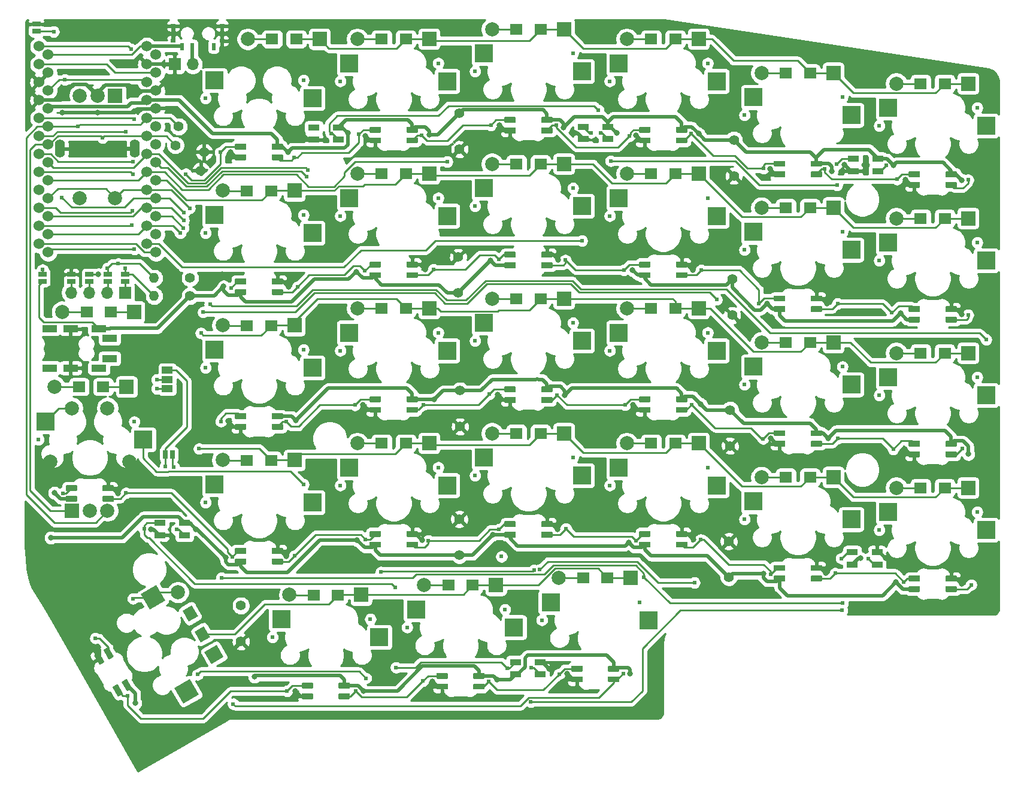
<source format=gtl>
%TF.GenerationSoftware,KiCad,Pcbnew,(5.1.9)-1*%
%TF.CreationDate,2021-12-03T15:32:29+01:00*%
%TF.ProjectId,Lotus58_Glow,4c6f7475-7335-4385-9f47-6c6f772e6b69,v1.21*%
%TF.SameCoordinates,Original*%
%TF.FileFunction,Copper,L1,Top*%
%TF.FilePolarity,Positive*%
%FSLAX46Y46*%
G04 Gerber Fmt 4.6, Leading zero omitted, Abs format (unit mm)*
G04 Created by KiCad (PCBNEW (5.1.9)-1) date 2021-12-03 15:32:29*
%MOMM*%
%LPD*%
G01*
G04 APERTURE LIST*
%TA.AperFunction,ComponentPad*%
%ADD10R,2.000000X2.000000*%
%TD*%
%TA.AperFunction,ComponentPad*%
%ADD11C,2.000000*%
%TD*%
%TA.AperFunction,ComponentPad*%
%ADD12O,1.400000X2.600000*%
%TD*%
%TA.AperFunction,ComponentPad*%
%ADD13C,1.524000*%
%TD*%
%TA.AperFunction,SMDPad,CuDef*%
%ADD14R,0.800000X0.500000*%
%TD*%
%TA.AperFunction,SMDPad,CuDef*%
%ADD15R,0.500000X1.000000*%
%TD*%
%TA.AperFunction,ComponentPad*%
%ADD16R,1.998980X1.998980*%
%TD*%
%TA.AperFunction,ComponentPad*%
%ADD17C,1.998980*%
%TD*%
%TA.AperFunction,ComponentPad*%
%ADD18R,1.800000X1.500000*%
%TD*%
%TA.AperFunction,ComponentPad*%
%ADD19O,1.700000X1.700000*%
%TD*%
%TA.AperFunction,ComponentPad*%
%ADD20R,1.700000X1.700000*%
%TD*%
%TA.AperFunction,SMDPad,CuDef*%
%ADD21R,1.500000X1.000000*%
%TD*%
%TA.AperFunction,SMDPad,CuDef*%
%ADD22R,1.600000X0.850000*%
%TD*%
%TA.AperFunction,SMDPad,CuDef*%
%ADD23R,0.635000X1.143000*%
%TD*%
%TA.AperFunction,SMDPad,CuDef*%
%ADD24R,2.550000X2.500000*%
%TD*%
%TA.AperFunction,ComponentPad*%
%ADD25O,1.400000X1.400000*%
%TD*%
%TA.AperFunction,ComponentPad*%
%ADD26C,1.400000*%
%TD*%
%TA.AperFunction,ComponentPad*%
%ADD27C,1.397000*%
%TD*%
%TA.AperFunction,SMDPad,CuDef*%
%ADD28R,1.143000X0.635000*%
%TD*%
%TA.AperFunction,SMDPad,CuDef*%
%ADD29C,0.100000*%
%TD*%
%TA.AperFunction,ComponentPad*%
%ADD30R,2.100000X1.000000*%
%TD*%
%TA.AperFunction,ComponentPad*%
%ADD31C,0.100000*%
%TD*%
%TA.AperFunction,ViaPad*%
%ADD32C,0.609600*%
%TD*%
%TA.AperFunction,ViaPad*%
%ADD33C,0.812800*%
%TD*%
%TA.AperFunction,Conductor*%
%ADD34C,0.250000*%
%TD*%
%TA.AperFunction,Conductor*%
%ADD35C,0.500000*%
%TD*%
%TA.AperFunction,Conductor*%
%ADD36C,0.254000*%
%TD*%
%TA.AperFunction,Conductor*%
%ADD37C,0.100000*%
%TD*%
G04 APERTURE END LIST*
D10*
X94067000Y-47094000D03*
D11*
X91567000Y-47094000D03*
X89067000Y-47094000D03*
D12*
X96867000Y-54594000D03*
X86267000Y-54594000D03*
D11*
X94067000Y-61594000D03*
X89067000Y-61594000D03*
D13*
X84584815Y-46405745D03*
X99824815Y-64185745D03*
X84584815Y-56565745D03*
X99824815Y-54025745D03*
X99824815Y-48945745D03*
X84584815Y-66725745D03*
X99824815Y-46405745D03*
X99824815Y-41325745D03*
X84584815Y-61645745D03*
X99824815Y-69265745D03*
X84584815Y-54025745D03*
X84584815Y-43865745D03*
X84584815Y-48945745D03*
X84584815Y-51485745D03*
X84584815Y-64185745D03*
X84584815Y-59105745D03*
X99824815Y-61645745D03*
X99824815Y-59105745D03*
X84584815Y-69265745D03*
X99824815Y-66725745D03*
X99824815Y-43865745D03*
X84584815Y-41325745D03*
X99824815Y-56565745D03*
X99824815Y-51485745D03*
X83286000Y-40130000D03*
X83286000Y-42670000D03*
X83286000Y-45210000D03*
X83286000Y-47750000D03*
X83286000Y-50290000D03*
X83286000Y-52830000D03*
X83286000Y-55370000D03*
X83286000Y-57910000D03*
X83286000Y-60450000D03*
X83286000Y-62990000D03*
X83286000Y-65530000D03*
X83286000Y-68070000D03*
X98526000Y-68070000D03*
X98526000Y-65530000D03*
X98526000Y-62990000D03*
X98526000Y-60450000D03*
X98526000Y-57910000D03*
X98526000Y-55370000D03*
X98526000Y-52830000D03*
X98526000Y-50290000D03*
X98526000Y-47750000D03*
X98526000Y-45210000D03*
X98526000Y-42670000D03*
X98526000Y-40130000D03*
D14*
X109180000Y-39350000D03*
X109180000Y-37250000D03*
X102280000Y-37250000D03*
X102280000Y-39350000D03*
D15*
X103480000Y-40150000D03*
X104980000Y-40150000D03*
X107980000Y-40150000D03*
D16*
X96730000Y-77662540D03*
D17*
X86570000Y-77662540D03*
D18*
X93430000Y-77660000D03*
X90030000Y-77660000D03*
D19*
X87820500Y-74943500D03*
X90360500Y-74943500D03*
X92900500Y-74943500D03*
D20*
X95440500Y-74943500D03*
D11*
X96074800Y-98825300D03*
D10*
X87974800Y-105785300D03*
D11*
X90474800Y-105785300D03*
X92974800Y-105785300D03*
X87974800Y-91285300D03*
X92974800Y-91285300D03*
X84874800Y-98825300D03*
D21*
X101430000Y-88530000D03*
X101430000Y-87230000D03*
X101430000Y-85930000D03*
D22*
X122138500Y-51576000D03*
X122138500Y-53326000D03*
X125638500Y-51576000D03*
X125638500Y-53326000D03*
X160238500Y-51512500D03*
X160238500Y-53262500D03*
X163738500Y-51512500D03*
X163738500Y-53262500D03*
X198402000Y-56021000D03*
X198402000Y-57771000D03*
X201902000Y-56021000D03*
X201902000Y-57771000D03*
X201775000Y-111647000D03*
X201775000Y-113397000D03*
X198275000Y-113397000D03*
X198275000Y-111647000D03*
X154150000Y-128954500D03*
X154150000Y-127204500D03*
X150650000Y-128954500D03*
X150650000Y-127204500D03*
X100358000Y-107519500D03*
X100358000Y-109269500D03*
X103858000Y-107519500D03*
X103858000Y-109269500D03*
D23*
X101169620Y-97820000D03*
X102170380Y-97820000D03*
D16*
X122960000Y-39107460D03*
D17*
X112800000Y-39107460D03*
D18*
X119660000Y-39110000D03*
X116260000Y-39110000D03*
D24*
X160060000Y-43670000D03*
X146210000Y-41130000D03*
D25*
X99568000Y-75438000D03*
D26*
X104648000Y-75438000D03*
D25*
X99568000Y-72898000D03*
D26*
X104648000Y-72898000D03*
D19*
X105030000Y-42660000D03*
D20*
X102490000Y-42660000D03*
D27*
X111840000Y-124300000D03*
X111840000Y-119220000D03*
X180830000Y-110120000D03*
X180830000Y-115200000D03*
X142720000Y-106990000D03*
X142720000Y-112070000D03*
X181000000Y-96620000D03*
X181000000Y-91540000D03*
X142820000Y-93900000D03*
X142820000Y-88820000D03*
X181300000Y-78150000D03*
X181300000Y-73070000D03*
X142570000Y-69940000D03*
X142570000Y-75020000D03*
X181540000Y-58440000D03*
X181540000Y-53360000D03*
X142750000Y-54690000D03*
X142750000Y-49610000D03*
%TA.AperFunction,SMDPad,CuDef*%
G36*
G01*
X163832000Y-129220000D02*
X165268000Y-129220000D01*
G75*
G02*
X165350000Y-129302000I0J-82000D01*
G01*
X165350000Y-129958000D01*
G75*
G02*
X165268000Y-130040000I-82000J0D01*
G01*
X163832000Y-130040000D01*
G75*
G02*
X163750000Y-129958000I0J82000D01*
G01*
X163750000Y-129302000D01*
G75*
G02*
X163832000Y-129220000I82000J0D01*
G01*
G37*
%TD.AperFunction*%
%TA.AperFunction,SMDPad,CuDef*%
G36*
G01*
X163832000Y-127720000D02*
X165268000Y-127720000D01*
G75*
G02*
X165350000Y-127802000I0J-82000D01*
G01*
X165350000Y-128458000D01*
G75*
G02*
X165268000Y-128540000I-82000J0D01*
G01*
X163832000Y-128540000D01*
G75*
G02*
X163750000Y-128458000I0J82000D01*
G01*
X163750000Y-127802000D01*
G75*
G02*
X163832000Y-127720000I82000J0D01*
G01*
G37*
%TD.AperFunction*%
%TA.AperFunction,SMDPad,CuDef*%
G36*
G01*
X158632000Y-129220000D02*
X160068000Y-129220000D01*
G75*
G02*
X160150000Y-129302000I0J-82000D01*
G01*
X160150000Y-129958000D01*
G75*
G02*
X160068000Y-130040000I-82000J0D01*
G01*
X158632000Y-130040000D01*
G75*
G02*
X158550000Y-129958000I0J82000D01*
G01*
X158550000Y-129302000D01*
G75*
G02*
X158632000Y-129220000I82000J0D01*
G01*
G37*
%TD.AperFunction*%
%TA.AperFunction,SMDPad,CuDef*%
G36*
G01*
X158632000Y-127720000D02*
X160068000Y-127720000D01*
G75*
G02*
X160150000Y-127802000I0J-82000D01*
G01*
X160150000Y-128458000D01*
G75*
G02*
X160068000Y-128540000I-82000J0D01*
G01*
X158632000Y-128540000D01*
G75*
G02*
X158550000Y-128458000I0J82000D01*
G01*
X158550000Y-127802000D01*
G75*
G02*
X158632000Y-127720000I82000J0D01*
G01*
G37*
%TD.AperFunction*%
%TA.AperFunction,SMDPad,CuDef*%
G36*
G01*
X144779700Y-130248300D02*
X146215700Y-130248300D01*
G75*
G02*
X146297700Y-130330300I0J-82000D01*
G01*
X146297700Y-130986300D01*
G75*
G02*
X146215700Y-131068300I-82000J0D01*
G01*
X144779700Y-131068300D01*
G75*
G02*
X144697700Y-130986300I0J82000D01*
G01*
X144697700Y-130330300D01*
G75*
G02*
X144779700Y-130248300I82000J0D01*
G01*
G37*
%TD.AperFunction*%
%TA.AperFunction,SMDPad,CuDef*%
G36*
G01*
X144779700Y-128748300D02*
X146215700Y-128748300D01*
G75*
G02*
X146297700Y-128830300I0J-82000D01*
G01*
X146297700Y-129486300D01*
G75*
G02*
X146215700Y-129568300I-82000J0D01*
G01*
X144779700Y-129568300D01*
G75*
G02*
X144697700Y-129486300I0J82000D01*
G01*
X144697700Y-128830300D01*
G75*
G02*
X144779700Y-128748300I82000J0D01*
G01*
G37*
%TD.AperFunction*%
%TA.AperFunction,SMDPad,CuDef*%
G36*
G01*
X139579700Y-130248300D02*
X141015700Y-130248300D01*
G75*
G02*
X141097700Y-130330300I0J-82000D01*
G01*
X141097700Y-130986300D01*
G75*
G02*
X141015700Y-131068300I-82000J0D01*
G01*
X139579700Y-131068300D01*
G75*
G02*
X139497700Y-130986300I0J82000D01*
G01*
X139497700Y-130330300D01*
G75*
G02*
X139579700Y-130248300I82000J0D01*
G01*
G37*
%TD.AperFunction*%
%TA.AperFunction,SMDPad,CuDef*%
G36*
G01*
X139579700Y-128748300D02*
X141015700Y-128748300D01*
G75*
G02*
X141097700Y-128830300I0J-82000D01*
G01*
X141097700Y-129486300D01*
G75*
G02*
X141015700Y-129568300I-82000J0D01*
G01*
X139579700Y-129568300D01*
G75*
G02*
X139497700Y-129486300I0J82000D01*
G01*
X139497700Y-128830300D01*
G75*
G02*
X139579700Y-128748300I82000J0D01*
G01*
G37*
%TD.AperFunction*%
%TA.AperFunction,SMDPad,CuDef*%
G36*
G01*
X125732000Y-131620000D02*
X127168000Y-131620000D01*
G75*
G02*
X127250000Y-131702000I0J-82000D01*
G01*
X127250000Y-132358000D01*
G75*
G02*
X127168000Y-132440000I-82000J0D01*
G01*
X125732000Y-132440000D01*
G75*
G02*
X125650000Y-132358000I0J82000D01*
G01*
X125650000Y-131702000D01*
G75*
G02*
X125732000Y-131620000I82000J0D01*
G01*
G37*
%TD.AperFunction*%
%TA.AperFunction,SMDPad,CuDef*%
G36*
G01*
X125732000Y-130120000D02*
X127168000Y-130120000D01*
G75*
G02*
X127250000Y-130202000I0J-82000D01*
G01*
X127250000Y-130858000D01*
G75*
G02*
X127168000Y-130940000I-82000J0D01*
G01*
X125732000Y-130940000D01*
G75*
G02*
X125650000Y-130858000I0J82000D01*
G01*
X125650000Y-130202000D01*
G75*
G02*
X125732000Y-130120000I82000J0D01*
G01*
G37*
%TD.AperFunction*%
%TA.AperFunction,SMDPad,CuDef*%
G36*
G01*
X120532000Y-131620000D02*
X121968000Y-131620000D01*
G75*
G02*
X122050000Y-131702000I0J-82000D01*
G01*
X122050000Y-132358000D01*
G75*
G02*
X121968000Y-132440000I-82000J0D01*
G01*
X120532000Y-132440000D01*
G75*
G02*
X120450000Y-132358000I0J82000D01*
G01*
X120450000Y-131702000D01*
G75*
G02*
X120532000Y-131620000I82000J0D01*
G01*
G37*
%TD.AperFunction*%
%TA.AperFunction,SMDPad,CuDef*%
G36*
G01*
X120532000Y-130120000D02*
X121968000Y-130120000D01*
G75*
G02*
X122050000Y-130202000I0J-82000D01*
G01*
X122050000Y-130858000D01*
G75*
G02*
X121968000Y-130940000I-82000J0D01*
G01*
X120532000Y-130940000D01*
G75*
G02*
X120450000Y-130858000I0J82000D01*
G01*
X120450000Y-130202000D01*
G75*
G02*
X120532000Y-130120000I82000J0D01*
G01*
G37*
%TD.AperFunction*%
%TA.AperFunction,SMDPad,CuDef*%
G36*
G01*
X94418142Y-130387359D02*
X95136142Y-131630971D01*
G75*
G02*
X95106128Y-131742985I-71014J-41000D01*
G01*
X94538016Y-132070985D01*
G75*
G02*
X94426002Y-132040971I-41000J71014D01*
G01*
X93708002Y-130797359D01*
G75*
G02*
X93738016Y-130685345I71014J41000D01*
G01*
X94306128Y-130357345D01*
G75*
G02*
X94418142Y-130387359I41000J-71014D01*
G01*
G37*
%TD.AperFunction*%
%TA.AperFunction,SMDPad,CuDef*%
G36*
G01*
X95717180Y-129637359D02*
X96435180Y-130880971D01*
G75*
G02*
X96405166Y-130992985I-71014J-41000D01*
G01*
X95837054Y-131320985D01*
G75*
G02*
X95725040Y-131290971I-41000J71014D01*
G01*
X95007040Y-130047359D01*
G75*
G02*
X95037054Y-129935345I71014J41000D01*
G01*
X95605166Y-129607345D01*
G75*
G02*
X95717180Y-129637359I41000J-71014D01*
G01*
G37*
%TD.AperFunction*%
%TA.AperFunction,SMDPad,CuDef*%
G36*
G01*
X91818142Y-125884027D02*
X92536142Y-127127639D01*
G75*
G02*
X92506128Y-127239653I-71014J-41000D01*
G01*
X91938016Y-127567653D01*
G75*
G02*
X91826002Y-127537639I-41000J71014D01*
G01*
X91108002Y-126294027D01*
G75*
G02*
X91138016Y-126182013I71014J41000D01*
G01*
X91706128Y-125854013D01*
G75*
G02*
X91818142Y-125884027I41000J-71014D01*
G01*
G37*
%TD.AperFunction*%
%TA.AperFunction,SMDPad,CuDef*%
G36*
G01*
X93117180Y-125134027D02*
X93835180Y-126377639D01*
G75*
G02*
X93805166Y-126489653I-71014J-41000D01*
G01*
X93237054Y-126817653D01*
G75*
G02*
X93125040Y-126787639I-41000J71014D01*
G01*
X92407040Y-125544027D01*
G75*
G02*
X92437054Y-125432013I71014J41000D01*
G01*
X93005166Y-125104013D01*
G75*
G02*
X93117180Y-125134027I41000J-71014D01*
G01*
G37*
%TD.AperFunction*%
%TA.AperFunction,SMDPad,CuDef*%
G36*
G01*
X88592800Y-103025300D02*
X87156800Y-103025300D01*
G75*
G02*
X87074800Y-102943300I0J82000D01*
G01*
X87074800Y-102287300D01*
G75*
G02*
X87156800Y-102205300I82000J0D01*
G01*
X88592800Y-102205300D01*
G75*
G02*
X88674800Y-102287300I0J-82000D01*
G01*
X88674800Y-102943300D01*
G75*
G02*
X88592800Y-103025300I-82000J0D01*
G01*
G37*
%TD.AperFunction*%
%TA.AperFunction,SMDPad,CuDef*%
G36*
G01*
X88592800Y-104525300D02*
X87156800Y-104525300D01*
G75*
G02*
X87074800Y-104443300I0J82000D01*
G01*
X87074800Y-103787300D01*
G75*
G02*
X87156800Y-103705300I82000J0D01*
G01*
X88592800Y-103705300D01*
G75*
G02*
X88674800Y-103787300I0J-82000D01*
G01*
X88674800Y-104443300D01*
G75*
G02*
X88592800Y-104525300I-82000J0D01*
G01*
G37*
%TD.AperFunction*%
%TA.AperFunction,SMDPad,CuDef*%
G36*
G01*
X93792800Y-103025300D02*
X92356800Y-103025300D01*
G75*
G02*
X92274800Y-102943300I0J82000D01*
G01*
X92274800Y-102287300D01*
G75*
G02*
X92356800Y-102205300I82000J0D01*
G01*
X93792800Y-102205300D01*
G75*
G02*
X93874800Y-102287300I0J-82000D01*
G01*
X93874800Y-102943300D01*
G75*
G02*
X93792800Y-103025300I-82000J0D01*
G01*
G37*
%TD.AperFunction*%
%TA.AperFunction,SMDPad,CuDef*%
G36*
G01*
X93792800Y-104525300D02*
X92356800Y-104525300D01*
G75*
G02*
X92274800Y-104443300I0J82000D01*
G01*
X92274800Y-103787300D01*
G75*
G02*
X92356800Y-103705300I82000J0D01*
G01*
X93792800Y-103705300D01*
G75*
G02*
X93874800Y-103787300I0J-82000D01*
G01*
X93874800Y-104443300D01*
G75*
G02*
X93792800Y-104525300I-82000J0D01*
G01*
G37*
%TD.AperFunction*%
%TA.AperFunction,SMDPad,CuDef*%
G36*
G01*
X207768000Y-115790000D02*
X206332000Y-115790000D01*
G75*
G02*
X206250000Y-115708000I0J82000D01*
G01*
X206250000Y-115052000D01*
G75*
G02*
X206332000Y-114970000I82000J0D01*
G01*
X207768000Y-114970000D01*
G75*
G02*
X207850000Y-115052000I0J-82000D01*
G01*
X207850000Y-115708000D01*
G75*
G02*
X207768000Y-115790000I-82000J0D01*
G01*
G37*
%TD.AperFunction*%
%TA.AperFunction,SMDPad,CuDef*%
G36*
G01*
X207768000Y-117290000D02*
X206332000Y-117290000D01*
G75*
G02*
X206250000Y-117208000I0J82000D01*
G01*
X206250000Y-116552000D01*
G75*
G02*
X206332000Y-116470000I82000J0D01*
G01*
X207768000Y-116470000D01*
G75*
G02*
X207850000Y-116552000I0J-82000D01*
G01*
X207850000Y-117208000D01*
G75*
G02*
X207768000Y-117290000I-82000J0D01*
G01*
G37*
%TD.AperFunction*%
%TA.AperFunction,SMDPad,CuDef*%
G36*
G01*
X212968000Y-115790000D02*
X211532000Y-115790000D01*
G75*
G02*
X211450000Y-115708000I0J82000D01*
G01*
X211450000Y-115052000D01*
G75*
G02*
X211532000Y-114970000I82000J0D01*
G01*
X212968000Y-114970000D01*
G75*
G02*
X213050000Y-115052000I0J-82000D01*
G01*
X213050000Y-115708000D01*
G75*
G02*
X212968000Y-115790000I-82000J0D01*
G01*
G37*
%TD.AperFunction*%
%TA.AperFunction,SMDPad,CuDef*%
G36*
G01*
X212968000Y-117290000D02*
X211532000Y-117290000D01*
G75*
G02*
X211450000Y-117208000I0J82000D01*
G01*
X211450000Y-116552000D01*
G75*
G02*
X211532000Y-116470000I82000J0D01*
G01*
X212968000Y-116470000D01*
G75*
G02*
X213050000Y-116552000I0J-82000D01*
G01*
X213050000Y-117208000D01*
G75*
G02*
X212968000Y-117290000I-82000J0D01*
G01*
G37*
%TD.AperFunction*%
%TA.AperFunction,SMDPad,CuDef*%
G36*
G01*
X188718000Y-114290000D02*
X187282000Y-114290000D01*
G75*
G02*
X187200000Y-114208000I0J82000D01*
G01*
X187200000Y-113552000D01*
G75*
G02*
X187282000Y-113470000I82000J0D01*
G01*
X188718000Y-113470000D01*
G75*
G02*
X188800000Y-113552000I0J-82000D01*
G01*
X188800000Y-114208000D01*
G75*
G02*
X188718000Y-114290000I-82000J0D01*
G01*
G37*
%TD.AperFunction*%
%TA.AperFunction,SMDPad,CuDef*%
G36*
G01*
X188718000Y-115790000D02*
X187282000Y-115790000D01*
G75*
G02*
X187200000Y-115708000I0J82000D01*
G01*
X187200000Y-115052000D01*
G75*
G02*
X187282000Y-114970000I82000J0D01*
G01*
X188718000Y-114970000D01*
G75*
G02*
X188800000Y-115052000I0J-82000D01*
G01*
X188800000Y-115708000D01*
G75*
G02*
X188718000Y-115790000I-82000J0D01*
G01*
G37*
%TD.AperFunction*%
%TA.AperFunction,SMDPad,CuDef*%
G36*
G01*
X193918000Y-114290000D02*
X192482000Y-114290000D01*
G75*
G02*
X192400000Y-114208000I0J82000D01*
G01*
X192400000Y-113552000D01*
G75*
G02*
X192482000Y-113470000I82000J0D01*
G01*
X193918000Y-113470000D01*
G75*
G02*
X194000000Y-113552000I0J-82000D01*
G01*
X194000000Y-114208000D01*
G75*
G02*
X193918000Y-114290000I-82000J0D01*
G01*
G37*
%TD.AperFunction*%
%TA.AperFunction,SMDPad,CuDef*%
G36*
G01*
X193918000Y-115790000D02*
X192482000Y-115790000D01*
G75*
G02*
X192400000Y-115708000I0J82000D01*
G01*
X192400000Y-115052000D01*
G75*
G02*
X192482000Y-114970000I82000J0D01*
G01*
X193918000Y-114970000D01*
G75*
G02*
X194000000Y-115052000I0J-82000D01*
G01*
X194000000Y-115708000D01*
G75*
G02*
X193918000Y-115790000I-82000J0D01*
G01*
G37*
%TD.AperFunction*%
%TA.AperFunction,SMDPad,CuDef*%
G36*
G01*
X169668000Y-109490000D02*
X168232000Y-109490000D01*
G75*
G02*
X168150000Y-109408000I0J82000D01*
G01*
X168150000Y-108752000D01*
G75*
G02*
X168232000Y-108670000I82000J0D01*
G01*
X169668000Y-108670000D01*
G75*
G02*
X169750000Y-108752000I0J-82000D01*
G01*
X169750000Y-109408000D01*
G75*
G02*
X169668000Y-109490000I-82000J0D01*
G01*
G37*
%TD.AperFunction*%
%TA.AperFunction,SMDPad,CuDef*%
G36*
G01*
X169668000Y-110990000D02*
X168232000Y-110990000D01*
G75*
G02*
X168150000Y-110908000I0J82000D01*
G01*
X168150000Y-110252000D01*
G75*
G02*
X168232000Y-110170000I82000J0D01*
G01*
X169668000Y-110170000D01*
G75*
G02*
X169750000Y-110252000I0J-82000D01*
G01*
X169750000Y-110908000D01*
G75*
G02*
X169668000Y-110990000I-82000J0D01*
G01*
G37*
%TD.AperFunction*%
%TA.AperFunction,SMDPad,CuDef*%
G36*
G01*
X174868000Y-109490000D02*
X173432000Y-109490000D01*
G75*
G02*
X173350000Y-109408000I0J82000D01*
G01*
X173350000Y-108752000D01*
G75*
G02*
X173432000Y-108670000I82000J0D01*
G01*
X174868000Y-108670000D01*
G75*
G02*
X174950000Y-108752000I0J-82000D01*
G01*
X174950000Y-109408000D01*
G75*
G02*
X174868000Y-109490000I-82000J0D01*
G01*
G37*
%TD.AperFunction*%
%TA.AperFunction,SMDPad,CuDef*%
G36*
G01*
X174868000Y-110990000D02*
X173432000Y-110990000D01*
G75*
G02*
X173350000Y-110908000I0J82000D01*
G01*
X173350000Y-110252000D01*
G75*
G02*
X173432000Y-110170000I82000J0D01*
G01*
X174868000Y-110170000D01*
G75*
G02*
X174950000Y-110252000I0J-82000D01*
G01*
X174950000Y-110908000D01*
G75*
G02*
X174868000Y-110990000I-82000J0D01*
G01*
G37*
%TD.AperFunction*%
%TA.AperFunction,SMDPad,CuDef*%
G36*
G01*
X150618000Y-108100000D02*
X149182000Y-108100000D01*
G75*
G02*
X149100000Y-108018000I0J82000D01*
G01*
X149100000Y-107362000D01*
G75*
G02*
X149182000Y-107280000I82000J0D01*
G01*
X150618000Y-107280000D01*
G75*
G02*
X150700000Y-107362000I0J-82000D01*
G01*
X150700000Y-108018000D01*
G75*
G02*
X150618000Y-108100000I-82000J0D01*
G01*
G37*
%TD.AperFunction*%
%TA.AperFunction,SMDPad,CuDef*%
G36*
G01*
X150618000Y-109600000D02*
X149182000Y-109600000D01*
G75*
G02*
X149100000Y-109518000I0J82000D01*
G01*
X149100000Y-108862000D01*
G75*
G02*
X149182000Y-108780000I82000J0D01*
G01*
X150618000Y-108780000D01*
G75*
G02*
X150700000Y-108862000I0J-82000D01*
G01*
X150700000Y-109518000D01*
G75*
G02*
X150618000Y-109600000I-82000J0D01*
G01*
G37*
%TD.AperFunction*%
%TA.AperFunction,SMDPad,CuDef*%
G36*
G01*
X155818000Y-108100000D02*
X154382000Y-108100000D01*
G75*
G02*
X154300000Y-108018000I0J82000D01*
G01*
X154300000Y-107362000D01*
G75*
G02*
X154382000Y-107280000I82000J0D01*
G01*
X155818000Y-107280000D01*
G75*
G02*
X155900000Y-107362000I0J-82000D01*
G01*
X155900000Y-108018000D01*
G75*
G02*
X155818000Y-108100000I-82000J0D01*
G01*
G37*
%TD.AperFunction*%
%TA.AperFunction,SMDPad,CuDef*%
G36*
G01*
X155818000Y-109600000D02*
X154382000Y-109600000D01*
G75*
G02*
X154300000Y-109518000I0J82000D01*
G01*
X154300000Y-108862000D01*
G75*
G02*
X154382000Y-108780000I82000J0D01*
G01*
X155818000Y-108780000D01*
G75*
G02*
X155900000Y-108862000I0J-82000D01*
G01*
X155900000Y-109518000D01*
G75*
G02*
X155818000Y-109600000I-82000J0D01*
G01*
G37*
%TD.AperFunction*%
%TA.AperFunction,SMDPad,CuDef*%
G36*
G01*
X131568000Y-109490000D02*
X130132000Y-109490000D01*
G75*
G02*
X130050000Y-109408000I0J82000D01*
G01*
X130050000Y-108752000D01*
G75*
G02*
X130132000Y-108670000I82000J0D01*
G01*
X131568000Y-108670000D01*
G75*
G02*
X131650000Y-108752000I0J-82000D01*
G01*
X131650000Y-109408000D01*
G75*
G02*
X131568000Y-109490000I-82000J0D01*
G01*
G37*
%TD.AperFunction*%
%TA.AperFunction,SMDPad,CuDef*%
G36*
G01*
X131568000Y-110990000D02*
X130132000Y-110990000D01*
G75*
G02*
X130050000Y-110908000I0J82000D01*
G01*
X130050000Y-110252000D01*
G75*
G02*
X130132000Y-110170000I82000J0D01*
G01*
X131568000Y-110170000D01*
G75*
G02*
X131650000Y-110252000I0J-82000D01*
G01*
X131650000Y-110908000D01*
G75*
G02*
X131568000Y-110990000I-82000J0D01*
G01*
G37*
%TD.AperFunction*%
%TA.AperFunction,SMDPad,CuDef*%
G36*
G01*
X136768000Y-109490000D02*
X135332000Y-109490000D01*
G75*
G02*
X135250000Y-109408000I0J82000D01*
G01*
X135250000Y-108752000D01*
G75*
G02*
X135332000Y-108670000I82000J0D01*
G01*
X136768000Y-108670000D01*
G75*
G02*
X136850000Y-108752000I0J-82000D01*
G01*
X136850000Y-109408000D01*
G75*
G02*
X136768000Y-109490000I-82000J0D01*
G01*
G37*
%TD.AperFunction*%
%TA.AperFunction,SMDPad,CuDef*%
G36*
G01*
X136768000Y-110990000D02*
X135332000Y-110990000D01*
G75*
G02*
X135250000Y-110908000I0J82000D01*
G01*
X135250000Y-110252000D01*
G75*
G02*
X135332000Y-110170000I82000J0D01*
G01*
X136768000Y-110170000D01*
G75*
G02*
X136850000Y-110252000I0J-82000D01*
G01*
X136850000Y-110908000D01*
G75*
G02*
X136768000Y-110990000I-82000J0D01*
G01*
G37*
%TD.AperFunction*%
%TA.AperFunction,SMDPad,CuDef*%
G36*
G01*
X112518000Y-111890000D02*
X111082000Y-111890000D01*
G75*
G02*
X111000000Y-111808000I0J82000D01*
G01*
X111000000Y-111152000D01*
G75*
G02*
X111082000Y-111070000I82000J0D01*
G01*
X112518000Y-111070000D01*
G75*
G02*
X112600000Y-111152000I0J-82000D01*
G01*
X112600000Y-111808000D01*
G75*
G02*
X112518000Y-111890000I-82000J0D01*
G01*
G37*
%TD.AperFunction*%
%TA.AperFunction,SMDPad,CuDef*%
G36*
G01*
X112518000Y-113390000D02*
X111082000Y-113390000D01*
G75*
G02*
X111000000Y-113308000I0J82000D01*
G01*
X111000000Y-112652000D01*
G75*
G02*
X111082000Y-112570000I82000J0D01*
G01*
X112518000Y-112570000D01*
G75*
G02*
X112600000Y-112652000I0J-82000D01*
G01*
X112600000Y-113308000D01*
G75*
G02*
X112518000Y-113390000I-82000J0D01*
G01*
G37*
%TD.AperFunction*%
%TA.AperFunction,SMDPad,CuDef*%
G36*
G01*
X117718000Y-111890000D02*
X116282000Y-111890000D01*
G75*
G02*
X116200000Y-111808000I0J82000D01*
G01*
X116200000Y-111152000D01*
G75*
G02*
X116282000Y-111070000I82000J0D01*
G01*
X117718000Y-111070000D01*
G75*
G02*
X117800000Y-111152000I0J-82000D01*
G01*
X117800000Y-111808000D01*
G75*
G02*
X117718000Y-111890000I-82000J0D01*
G01*
G37*
%TD.AperFunction*%
%TA.AperFunction,SMDPad,CuDef*%
G36*
G01*
X117718000Y-113390000D02*
X116282000Y-113390000D01*
G75*
G02*
X116200000Y-113308000I0J82000D01*
G01*
X116200000Y-112652000D01*
G75*
G02*
X116282000Y-112570000I82000J0D01*
G01*
X117718000Y-112570000D01*
G75*
G02*
X117800000Y-112652000I0J-82000D01*
G01*
X117800000Y-113308000D01*
G75*
G02*
X117718000Y-113390000I-82000J0D01*
G01*
G37*
%TD.AperFunction*%
%TA.AperFunction,SMDPad,CuDef*%
G36*
G01*
X211532000Y-97420000D02*
X212968000Y-97420000D01*
G75*
G02*
X213050000Y-97502000I0J-82000D01*
G01*
X213050000Y-98158000D01*
G75*
G02*
X212968000Y-98240000I-82000J0D01*
G01*
X211532000Y-98240000D01*
G75*
G02*
X211450000Y-98158000I0J82000D01*
G01*
X211450000Y-97502000D01*
G75*
G02*
X211532000Y-97420000I82000J0D01*
G01*
G37*
%TD.AperFunction*%
%TA.AperFunction,SMDPad,CuDef*%
G36*
G01*
X211532000Y-95920000D02*
X212968000Y-95920000D01*
G75*
G02*
X213050000Y-96002000I0J-82000D01*
G01*
X213050000Y-96658000D01*
G75*
G02*
X212968000Y-96740000I-82000J0D01*
G01*
X211532000Y-96740000D01*
G75*
G02*
X211450000Y-96658000I0J82000D01*
G01*
X211450000Y-96002000D01*
G75*
G02*
X211532000Y-95920000I82000J0D01*
G01*
G37*
%TD.AperFunction*%
%TA.AperFunction,SMDPad,CuDef*%
G36*
G01*
X206332000Y-97420000D02*
X207768000Y-97420000D01*
G75*
G02*
X207850000Y-97502000I0J-82000D01*
G01*
X207850000Y-98158000D01*
G75*
G02*
X207768000Y-98240000I-82000J0D01*
G01*
X206332000Y-98240000D01*
G75*
G02*
X206250000Y-98158000I0J82000D01*
G01*
X206250000Y-97502000D01*
G75*
G02*
X206332000Y-97420000I82000J0D01*
G01*
G37*
%TD.AperFunction*%
%TA.AperFunction,SMDPad,CuDef*%
G36*
G01*
X206332000Y-95920000D02*
X207768000Y-95920000D01*
G75*
G02*
X207850000Y-96002000I0J-82000D01*
G01*
X207850000Y-96658000D01*
G75*
G02*
X207768000Y-96740000I-82000J0D01*
G01*
X206332000Y-96740000D01*
G75*
G02*
X206250000Y-96658000I0J82000D01*
G01*
X206250000Y-96002000D01*
G75*
G02*
X206332000Y-95920000I82000J0D01*
G01*
G37*
%TD.AperFunction*%
%TA.AperFunction,SMDPad,CuDef*%
G36*
G01*
X192482000Y-95920000D02*
X193918000Y-95920000D01*
G75*
G02*
X194000000Y-96002000I0J-82000D01*
G01*
X194000000Y-96658000D01*
G75*
G02*
X193918000Y-96740000I-82000J0D01*
G01*
X192482000Y-96740000D01*
G75*
G02*
X192400000Y-96658000I0J82000D01*
G01*
X192400000Y-96002000D01*
G75*
G02*
X192482000Y-95920000I82000J0D01*
G01*
G37*
%TD.AperFunction*%
%TA.AperFunction,SMDPad,CuDef*%
G36*
G01*
X192482000Y-94420000D02*
X193918000Y-94420000D01*
G75*
G02*
X194000000Y-94502000I0J-82000D01*
G01*
X194000000Y-95158000D01*
G75*
G02*
X193918000Y-95240000I-82000J0D01*
G01*
X192482000Y-95240000D01*
G75*
G02*
X192400000Y-95158000I0J82000D01*
G01*
X192400000Y-94502000D01*
G75*
G02*
X192482000Y-94420000I82000J0D01*
G01*
G37*
%TD.AperFunction*%
%TA.AperFunction,SMDPad,CuDef*%
G36*
G01*
X187282000Y-95920000D02*
X188718000Y-95920000D01*
G75*
G02*
X188800000Y-96002000I0J-82000D01*
G01*
X188800000Y-96658000D01*
G75*
G02*
X188718000Y-96740000I-82000J0D01*
G01*
X187282000Y-96740000D01*
G75*
G02*
X187200000Y-96658000I0J82000D01*
G01*
X187200000Y-96002000D01*
G75*
G02*
X187282000Y-95920000I82000J0D01*
G01*
G37*
%TD.AperFunction*%
%TA.AperFunction,SMDPad,CuDef*%
G36*
G01*
X187282000Y-94420000D02*
X188718000Y-94420000D01*
G75*
G02*
X188800000Y-94502000I0J-82000D01*
G01*
X188800000Y-95158000D01*
G75*
G02*
X188718000Y-95240000I-82000J0D01*
G01*
X187282000Y-95240000D01*
G75*
G02*
X187200000Y-95158000I0J82000D01*
G01*
X187200000Y-94502000D01*
G75*
G02*
X187282000Y-94420000I82000J0D01*
G01*
G37*
%TD.AperFunction*%
%TA.AperFunction,SMDPad,CuDef*%
G36*
G01*
X173432000Y-91120000D02*
X174868000Y-91120000D01*
G75*
G02*
X174950000Y-91202000I0J-82000D01*
G01*
X174950000Y-91858000D01*
G75*
G02*
X174868000Y-91940000I-82000J0D01*
G01*
X173432000Y-91940000D01*
G75*
G02*
X173350000Y-91858000I0J82000D01*
G01*
X173350000Y-91202000D01*
G75*
G02*
X173432000Y-91120000I82000J0D01*
G01*
G37*
%TD.AperFunction*%
%TA.AperFunction,SMDPad,CuDef*%
G36*
G01*
X173432000Y-89620000D02*
X174868000Y-89620000D01*
G75*
G02*
X174950000Y-89702000I0J-82000D01*
G01*
X174950000Y-90358000D01*
G75*
G02*
X174868000Y-90440000I-82000J0D01*
G01*
X173432000Y-90440000D01*
G75*
G02*
X173350000Y-90358000I0J82000D01*
G01*
X173350000Y-89702000D01*
G75*
G02*
X173432000Y-89620000I82000J0D01*
G01*
G37*
%TD.AperFunction*%
%TA.AperFunction,SMDPad,CuDef*%
G36*
G01*
X168232000Y-91120000D02*
X169668000Y-91120000D01*
G75*
G02*
X169750000Y-91202000I0J-82000D01*
G01*
X169750000Y-91858000D01*
G75*
G02*
X169668000Y-91940000I-82000J0D01*
G01*
X168232000Y-91940000D01*
G75*
G02*
X168150000Y-91858000I0J82000D01*
G01*
X168150000Y-91202000D01*
G75*
G02*
X168232000Y-91120000I82000J0D01*
G01*
G37*
%TD.AperFunction*%
%TA.AperFunction,SMDPad,CuDef*%
G36*
G01*
X168232000Y-89620000D02*
X169668000Y-89620000D01*
G75*
G02*
X169750000Y-89702000I0J-82000D01*
G01*
X169750000Y-90358000D01*
G75*
G02*
X169668000Y-90440000I-82000J0D01*
G01*
X168232000Y-90440000D01*
G75*
G02*
X168150000Y-90358000I0J82000D01*
G01*
X168150000Y-89702000D01*
G75*
G02*
X168232000Y-89620000I82000J0D01*
G01*
G37*
%TD.AperFunction*%
%TA.AperFunction,SMDPad,CuDef*%
G36*
G01*
X154382000Y-89730000D02*
X155818000Y-89730000D01*
G75*
G02*
X155900000Y-89812000I0J-82000D01*
G01*
X155900000Y-90468000D01*
G75*
G02*
X155818000Y-90550000I-82000J0D01*
G01*
X154382000Y-90550000D01*
G75*
G02*
X154300000Y-90468000I0J82000D01*
G01*
X154300000Y-89812000D01*
G75*
G02*
X154382000Y-89730000I82000J0D01*
G01*
G37*
%TD.AperFunction*%
%TA.AperFunction,SMDPad,CuDef*%
G36*
G01*
X154382000Y-88230000D02*
X155818000Y-88230000D01*
G75*
G02*
X155900000Y-88312000I0J-82000D01*
G01*
X155900000Y-88968000D01*
G75*
G02*
X155818000Y-89050000I-82000J0D01*
G01*
X154382000Y-89050000D01*
G75*
G02*
X154300000Y-88968000I0J82000D01*
G01*
X154300000Y-88312000D01*
G75*
G02*
X154382000Y-88230000I82000J0D01*
G01*
G37*
%TD.AperFunction*%
%TA.AperFunction,SMDPad,CuDef*%
G36*
G01*
X149182000Y-89730000D02*
X150618000Y-89730000D01*
G75*
G02*
X150700000Y-89812000I0J-82000D01*
G01*
X150700000Y-90468000D01*
G75*
G02*
X150618000Y-90550000I-82000J0D01*
G01*
X149182000Y-90550000D01*
G75*
G02*
X149100000Y-90468000I0J82000D01*
G01*
X149100000Y-89812000D01*
G75*
G02*
X149182000Y-89730000I82000J0D01*
G01*
G37*
%TD.AperFunction*%
%TA.AperFunction,SMDPad,CuDef*%
G36*
G01*
X149182000Y-88230000D02*
X150618000Y-88230000D01*
G75*
G02*
X150700000Y-88312000I0J-82000D01*
G01*
X150700000Y-88968000D01*
G75*
G02*
X150618000Y-89050000I-82000J0D01*
G01*
X149182000Y-89050000D01*
G75*
G02*
X149100000Y-88968000I0J82000D01*
G01*
X149100000Y-88312000D01*
G75*
G02*
X149182000Y-88230000I82000J0D01*
G01*
G37*
%TD.AperFunction*%
%TA.AperFunction,SMDPad,CuDef*%
G36*
G01*
X135332000Y-91120000D02*
X136768000Y-91120000D01*
G75*
G02*
X136850000Y-91202000I0J-82000D01*
G01*
X136850000Y-91858000D01*
G75*
G02*
X136768000Y-91940000I-82000J0D01*
G01*
X135332000Y-91940000D01*
G75*
G02*
X135250000Y-91858000I0J82000D01*
G01*
X135250000Y-91202000D01*
G75*
G02*
X135332000Y-91120000I82000J0D01*
G01*
G37*
%TD.AperFunction*%
%TA.AperFunction,SMDPad,CuDef*%
G36*
G01*
X135332000Y-89620000D02*
X136768000Y-89620000D01*
G75*
G02*
X136850000Y-89702000I0J-82000D01*
G01*
X136850000Y-90358000D01*
G75*
G02*
X136768000Y-90440000I-82000J0D01*
G01*
X135332000Y-90440000D01*
G75*
G02*
X135250000Y-90358000I0J82000D01*
G01*
X135250000Y-89702000D01*
G75*
G02*
X135332000Y-89620000I82000J0D01*
G01*
G37*
%TD.AperFunction*%
%TA.AperFunction,SMDPad,CuDef*%
G36*
G01*
X130132000Y-91120000D02*
X131568000Y-91120000D01*
G75*
G02*
X131650000Y-91202000I0J-82000D01*
G01*
X131650000Y-91858000D01*
G75*
G02*
X131568000Y-91940000I-82000J0D01*
G01*
X130132000Y-91940000D01*
G75*
G02*
X130050000Y-91858000I0J82000D01*
G01*
X130050000Y-91202000D01*
G75*
G02*
X130132000Y-91120000I82000J0D01*
G01*
G37*
%TD.AperFunction*%
%TA.AperFunction,SMDPad,CuDef*%
G36*
G01*
X130132000Y-89620000D02*
X131568000Y-89620000D01*
G75*
G02*
X131650000Y-89702000I0J-82000D01*
G01*
X131650000Y-90358000D01*
G75*
G02*
X131568000Y-90440000I-82000J0D01*
G01*
X130132000Y-90440000D01*
G75*
G02*
X130050000Y-90358000I0J82000D01*
G01*
X130050000Y-89702000D01*
G75*
G02*
X130132000Y-89620000I82000J0D01*
G01*
G37*
%TD.AperFunction*%
%TA.AperFunction,SMDPad,CuDef*%
G36*
G01*
X116282000Y-93520000D02*
X117718000Y-93520000D01*
G75*
G02*
X117800000Y-93602000I0J-82000D01*
G01*
X117800000Y-94258000D01*
G75*
G02*
X117718000Y-94340000I-82000J0D01*
G01*
X116282000Y-94340000D01*
G75*
G02*
X116200000Y-94258000I0J82000D01*
G01*
X116200000Y-93602000D01*
G75*
G02*
X116282000Y-93520000I82000J0D01*
G01*
G37*
%TD.AperFunction*%
%TA.AperFunction,SMDPad,CuDef*%
G36*
G01*
X116282000Y-92020000D02*
X117718000Y-92020000D01*
G75*
G02*
X117800000Y-92102000I0J-82000D01*
G01*
X117800000Y-92758000D01*
G75*
G02*
X117718000Y-92840000I-82000J0D01*
G01*
X116282000Y-92840000D01*
G75*
G02*
X116200000Y-92758000I0J82000D01*
G01*
X116200000Y-92102000D01*
G75*
G02*
X116282000Y-92020000I82000J0D01*
G01*
G37*
%TD.AperFunction*%
%TA.AperFunction,SMDPad,CuDef*%
G36*
G01*
X111082000Y-93520000D02*
X112518000Y-93520000D01*
G75*
G02*
X112600000Y-93602000I0J-82000D01*
G01*
X112600000Y-94258000D01*
G75*
G02*
X112518000Y-94340000I-82000J0D01*
G01*
X111082000Y-94340000D01*
G75*
G02*
X111000000Y-94258000I0J82000D01*
G01*
X111000000Y-93602000D01*
G75*
G02*
X111082000Y-93520000I82000J0D01*
G01*
G37*
%TD.AperFunction*%
%TA.AperFunction,SMDPad,CuDef*%
G36*
G01*
X111082000Y-92020000D02*
X112518000Y-92020000D01*
G75*
G02*
X112600000Y-92102000I0J-82000D01*
G01*
X112600000Y-92758000D01*
G75*
G02*
X112518000Y-92840000I-82000J0D01*
G01*
X111082000Y-92840000D01*
G75*
G02*
X111000000Y-92758000I0J82000D01*
G01*
X111000000Y-92102000D01*
G75*
G02*
X111082000Y-92020000I82000J0D01*
G01*
G37*
%TD.AperFunction*%
%TA.AperFunction,SMDPad,CuDef*%
G36*
G01*
X207768000Y-77690000D02*
X206332000Y-77690000D01*
G75*
G02*
X206250000Y-77608000I0J82000D01*
G01*
X206250000Y-76952000D01*
G75*
G02*
X206332000Y-76870000I82000J0D01*
G01*
X207768000Y-76870000D01*
G75*
G02*
X207850000Y-76952000I0J-82000D01*
G01*
X207850000Y-77608000D01*
G75*
G02*
X207768000Y-77690000I-82000J0D01*
G01*
G37*
%TD.AperFunction*%
%TA.AperFunction,SMDPad,CuDef*%
G36*
G01*
X207768000Y-79190000D02*
X206332000Y-79190000D01*
G75*
G02*
X206250000Y-79108000I0J82000D01*
G01*
X206250000Y-78452000D01*
G75*
G02*
X206332000Y-78370000I82000J0D01*
G01*
X207768000Y-78370000D01*
G75*
G02*
X207850000Y-78452000I0J-82000D01*
G01*
X207850000Y-79108000D01*
G75*
G02*
X207768000Y-79190000I-82000J0D01*
G01*
G37*
%TD.AperFunction*%
%TA.AperFunction,SMDPad,CuDef*%
G36*
G01*
X212968000Y-77690000D02*
X211532000Y-77690000D01*
G75*
G02*
X211450000Y-77608000I0J82000D01*
G01*
X211450000Y-76952000D01*
G75*
G02*
X211532000Y-76870000I82000J0D01*
G01*
X212968000Y-76870000D01*
G75*
G02*
X213050000Y-76952000I0J-82000D01*
G01*
X213050000Y-77608000D01*
G75*
G02*
X212968000Y-77690000I-82000J0D01*
G01*
G37*
%TD.AperFunction*%
%TA.AperFunction,SMDPad,CuDef*%
G36*
G01*
X212968000Y-79190000D02*
X211532000Y-79190000D01*
G75*
G02*
X211450000Y-79108000I0J82000D01*
G01*
X211450000Y-78452000D01*
G75*
G02*
X211532000Y-78370000I82000J0D01*
G01*
X212968000Y-78370000D01*
G75*
G02*
X213050000Y-78452000I0J-82000D01*
G01*
X213050000Y-79108000D01*
G75*
G02*
X212968000Y-79190000I-82000J0D01*
G01*
G37*
%TD.AperFunction*%
%TA.AperFunction,SMDPad,CuDef*%
G36*
G01*
X188718000Y-76190000D02*
X187282000Y-76190000D01*
G75*
G02*
X187200000Y-76108000I0J82000D01*
G01*
X187200000Y-75452000D01*
G75*
G02*
X187282000Y-75370000I82000J0D01*
G01*
X188718000Y-75370000D01*
G75*
G02*
X188800000Y-75452000I0J-82000D01*
G01*
X188800000Y-76108000D01*
G75*
G02*
X188718000Y-76190000I-82000J0D01*
G01*
G37*
%TD.AperFunction*%
%TA.AperFunction,SMDPad,CuDef*%
G36*
G01*
X188718000Y-77690000D02*
X187282000Y-77690000D01*
G75*
G02*
X187200000Y-77608000I0J82000D01*
G01*
X187200000Y-76952000D01*
G75*
G02*
X187282000Y-76870000I82000J0D01*
G01*
X188718000Y-76870000D01*
G75*
G02*
X188800000Y-76952000I0J-82000D01*
G01*
X188800000Y-77608000D01*
G75*
G02*
X188718000Y-77690000I-82000J0D01*
G01*
G37*
%TD.AperFunction*%
%TA.AperFunction,SMDPad,CuDef*%
G36*
G01*
X193918000Y-76190000D02*
X192482000Y-76190000D01*
G75*
G02*
X192400000Y-76108000I0J82000D01*
G01*
X192400000Y-75452000D01*
G75*
G02*
X192482000Y-75370000I82000J0D01*
G01*
X193918000Y-75370000D01*
G75*
G02*
X194000000Y-75452000I0J-82000D01*
G01*
X194000000Y-76108000D01*
G75*
G02*
X193918000Y-76190000I-82000J0D01*
G01*
G37*
%TD.AperFunction*%
%TA.AperFunction,SMDPad,CuDef*%
G36*
G01*
X193918000Y-77690000D02*
X192482000Y-77690000D01*
G75*
G02*
X192400000Y-77608000I0J82000D01*
G01*
X192400000Y-76952000D01*
G75*
G02*
X192482000Y-76870000I82000J0D01*
G01*
X193918000Y-76870000D01*
G75*
G02*
X194000000Y-76952000I0J-82000D01*
G01*
X194000000Y-77608000D01*
G75*
G02*
X193918000Y-77690000I-82000J0D01*
G01*
G37*
%TD.AperFunction*%
%TA.AperFunction,SMDPad,CuDef*%
G36*
G01*
X169668000Y-71390000D02*
X168232000Y-71390000D01*
G75*
G02*
X168150000Y-71308000I0J82000D01*
G01*
X168150000Y-70652000D01*
G75*
G02*
X168232000Y-70570000I82000J0D01*
G01*
X169668000Y-70570000D01*
G75*
G02*
X169750000Y-70652000I0J-82000D01*
G01*
X169750000Y-71308000D01*
G75*
G02*
X169668000Y-71390000I-82000J0D01*
G01*
G37*
%TD.AperFunction*%
%TA.AperFunction,SMDPad,CuDef*%
G36*
G01*
X169668000Y-72890000D02*
X168232000Y-72890000D01*
G75*
G02*
X168150000Y-72808000I0J82000D01*
G01*
X168150000Y-72152000D01*
G75*
G02*
X168232000Y-72070000I82000J0D01*
G01*
X169668000Y-72070000D01*
G75*
G02*
X169750000Y-72152000I0J-82000D01*
G01*
X169750000Y-72808000D01*
G75*
G02*
X169668000Y-72890000I-82000J0D01*
G01*
G37*
%TD.AperFunction*%
%TA.AperFunction,SMDPad,CuDef*%
G36*
G01*
X174868000Y-71390000D02*
X173432000Y-71390000D01*
G75*
G02*
X173350000Y-71308000I0J82000D01*
G01*
X173350000Y-70652000D01*
G75*
G02*
X173432000Y-70570000I82000J0D01*
G01*
X174868000Y-70570000D01*
G75*
G02*
X174950000Y-70652000I0J-82000D01*
G01*
X174950000Y-71308000D01*
G75*
G02*
X174868000Y-71390000I-82000J0D01*
G01*
G37*
%TD.AperFunction*%
%TA.AperFunction,SMDPad,CuDef*%
G36*
G01*
X174868000Y-72890000D02*
X173432000Y-72890000D01*
G75*
G02*
X173350000Y-72808000I0J82000D01*
G01*
X173350000Y-72152000D01*
G75*
G02*
X173432000Y-72070000I82000J0D01*
G01*
X174868000Y-72070000D01*
G75*
G02*
X174950000Y-72152000I0J-82000D01*
G01*
X174950000Y-72808000D01*
G75*
G02*
X174868000Y-72890000I-82000J0D01*
G01*
G37*
%TD.AperFunction*%
%TA.AperFunction,SMDPad,CuDef*%
G36*
G01*
X150618000Y-70000000D02*
X149182000Y-70000000D01*
G75*
G02*
X149100000Y-69918000I0J82000D01*
G01*
X149100000Y-69262000D01*
G75*
G02*
X149182000Y-69180000I82000J0D01*
G01*
X150618000Y-69180000D01*
G75*
G02*
X150700000Y-69262000I0J-82000D01*
G01*
X150700000Y-69918000D01*
G75*
G02*
X150618000Y-70000000I-82000J0D01*
G01*
G37*
%TD.AperFunction*%
%TA.AperFunction,SMDPad,CuDef*%
G36*
G01*
X150618000Y-71500000D02*
X149182000Y-71500000D01*
G75*
G02*
X149100000Y-71418000I0J82000D01*
G01*
X149100000Y-70762000D01*
G75*
G02*
X149182000Y-70680000I82000J0D01*
G01*
X150618000Y-70680000D01*
G75*
G02*
X150700000Y-70762000I0J-82000D01*
G01*
X150700000Y-71418000D01*
G75*
G02*
X150618000Y-71500000I-82000J0D01*
G01*
G37*
%TD.AperFunction*%
%TA.AperFunction,SMDPad,CuDef*%
G36*
G01*
X155818000Y-70000000D02*
X154382000Y-70000000D01*
G75*
G02*
X154300000Y-69918000I0J82000D01*
G01*
X154300000Y-69262000D01*
G75*
G02*
X154382000Y-69180000I82000J0D01*
G01*
X155818000Y-69180000D01*
G75*
G02*
X155900000Y-69262000I0J-82000D01*
G01*
X155900000Y-69918000D01*
G75*
G02*
X155818000Y-70000000I-82000J0D01*
G01*
G37*
%TD.AperFunction*%
%TA.AperFunction,SMDPad,CuDef*%
G36*
G01*
X155818000Y-71500000D02*
X154382000Y-71500000D01*
G75*
G02*
X154300000Y-71418000I0J82000D01*
G01*
X154300000Y-70762000D01*
G75*
G02*
X154382000Y-70680000I82000J0D01*
G01*
X155818000Y-70680000D01*
G75*
G02*
X155900000Y-70762000I0J-82000D01*
G01*
X155900000Y-71418000D01*
G75*
G02*
X155818000Y-71500000I-82000J0D01*
G01*
G37*
%TD.AperFunction*%
%TA.AperFunction,SMDPad,CuDef*%
G36*
G01*
X131568000Y-71390000D02*
X130132000Y-71390000D01*
G75*
G02*
X130050000Y-71308000I0J82000D01*
G01*
X130050000Y-70652000D01*
G75*
G02*
X130132000Y-70570000I82000J0D01*
G01*
X131568000Y-70570000D01*
G75*
G02*
X131650000Y-70652000I0J-82000D01*
G01*
X131650000Y-71308000D01*
G75*
G02*
X131568000Y-71390000I-82000J0D01*
G01*
G37*
%TD.AperFunction*%
%TA.AperFunction,SMDPad,CuDef*%
G36*
G01*
X131568000Y-72890000D02*
X130132000Y-72890000D01*
G75*
G02*
X130050000Y-72808000I0J82000D01*
G01*
X130050000Y-72152000D01*
G75*
G02*
X130132000Y-72070000I82000J0D01*
G01*
X131568000Y-72070000D01*
G75*
G02*
X131650000Y-72152000I0J-82000D01*
G01*
X131650000Y-72808000D01*
G75*
G02*
X131568000Y-72890000I-82000J0D01*
G01*
G37*
%TD.AperFunction*%
%TA.AperFunction,SMDPad,CuDef*%
G36*
G01*
X136768000Y-71390000D02*
X135332000Y-71390000D01*
G75*
G02*
X135250000Y-71308000I0J82000D01*
G01*
X135250000Y-70652000D01*
G75*
G02*
X135332000Y-70570000I82000J0D01*
G01*
X136768000Y-70570000D01*
G75*
G02*
X136850000Y-70652000I0J-82000D01*
G01*
X136850000Y-71308000D01*
G75*
G02*
X136768000Y-71390000I-82000J0D01*
G01*
G37*
%TD.AperFunction*%
%TA.AperFunction,SMDPad,CuDef*%
G36*
G01*
X136768000Y-72890000D02*
X135332000Y-72890000D01*
G75*
G02*
X135250000Y-72808000I0J82000D01*
G01*
X135250000Y-72152000D01*
G75*
G02*
X135332000Y-72070000I82000J0D01*
G01*
X136768000Y-72070000D01*
G75*
G02*
X136850000Y-72152000I0J-82000D01*
G01*
X136850000Y-72808000D01*
G75*
G02*
X136768000Y-72890000I-82000J0D01*
G01*
G37*
%TD.AperFunction*%
%TA.AperFunction,SMDPad,CuDef*%
G36*
G01*
X112518000Y-73790000D02*
X111082000Y-73790000D01*
G75*
G02*
X111000000Y-73708000I0J82000D01*
G01*
X111000000Y-73052000D01*
G75*
G02*
X111082000Y-72970000I82000J0D01*
G01*
X112518000Y-72970000D01*
G75*
G02*
X112600000Y-73052000I0J-82000D01*
G01*
X112600000Y-73708000D01*
G75*
G02*
X112518000Y-73790000I-82000J0D01*
G01*
G37*
%TD.AperFunction*%
%TA.AperFunction,SMDPad,CuDef*%
G36*
G01*
X112518000Y-75290000D02*
X111082000Y-75290000D01*
G75*
G02*
X111000000Y-75208000I0J82000D01*
G01*
X111000000Y-74552000D01*
G75*
G02*
X111082000Y-74470000I82000J0D01*
G01*
X112518000Y-74470000D01*
G75*
G02*
X112600000Y-74552000I0J-82000D01*
G01*
X112600000Y-75208000D01*
G75*
G02*
X112518000Y-75290000I-82000J0D01*
G01*
G37*
%TD.AperFunction*%
%TA.AperFunction,SMDPad,CuDef*%
G36*
G01*
X117718000Y-73790000D02*
X116282000Y-73790000D01*
G75*
G02*
X116200000Y-73708000I0J82000D01*
G01*
X116200000Y-73052000D01*
G75*
G02*
X116282000Y-72970000I82000J0D01*
G01*
X117718000Y-72970000D01*
G75*
G02*
X117800000Y-73052000I0J-82000D01*
G01*
X117800000Y-73708000D01*
G75*
G02*
X117718000Y-73790000I-82000J0D01*
G01*
G37*
%TD.AperFunction*%
%TA.AperFunction,SMDPad,CuDef*%
G36*
G01*
X117718000Y-75290000D02*
X116282000Y-75290000D01*
G75*
G02*
X116200000Y-75208000I0J82000D01*
G01*
X116200000Y-74552000D01*
G75*
G02*
X116282000Y-74470000I82000J0D01*
G01*
X117718000Y-74470000D01*
G75*
G02*
X117800000Y-74552000I0J-82000D01*
G01*
X117800000Y-75208000D01*
G75*
G02*
X117718000Y-75290000I-82000J0D01*
G01*
G37*
%TD.AperFunction*%
%TA.AperFunction,SMDPad,CuDef*%
G36*
G01*
X211532000Y-59320000D02*
X212968000Y-59320000D01*
G75*
G02*
X213050000Y-59402000I0J-82000D01*
G01*
X213050000Y-60058000D01*
G75*
G02*
X212968000Y-60140000I-82000J0D01*
G01*
X211532000Y-60140000D01*
G75*
G02*
X211450000Y-60058000I0J82000D01*
G01*
X211450000Y-59402000D01*
G75*
G02*
X211532000Y-59320000I82000J0D01*
G01*
G37*
%TD.AperFunction*%
%TA.AperFunction,SMDPad,CuDef*%
G36*
G01*
X211532000Y-57820000D02*
X212968000Y-57820000D01*
G75*
G02*
X213050000Y-57902000I0J-82000D01*
G01*
X213050000Y-58558000D01*
G75*
G02*
X212968000Y-58640000I-82000J0D01*
G01*
X211532000Y-58640000D01*
G75*
G02*
X211450000Y-58558000I0J82000D01*
G01*
X211450000Y-57902000D01*
G75*
G02*
X211532000Y-57820000I82000J0D01*
G01*
G37*
%TD.AperFunction*%
%TA.AperFunction,SMDPad,CuDef*%
G36*
G01*
X206332000Y-59320000D02*
X207768000Y-59320000D01*
G75*
G02*
X207850000Y-59402000I0J-82000D01*
G01*
X207850000Y-60058000D01*
G75*
G02*
X207768000Y-60140000I-82000J0D01*
G01*
X206332000Y-60140000D01*
G75*
G02*
X206250000Y-60058000I0J82000D01*
G01*
X206250000Y-59402000D01*
G75*
G02*
X206332000Y-59320000I82000J0D01*
G01*
G37*
%TD.AperFunction*%
%TA.AperFunction,SMDPad,CuDef*%
G36*
G01*
X206332000Y-57820000D02*
X207768000Y-57820000D01*
G75*
G02*
X207850000Y-57902000I0J-82000D01*
G01*
X207850000Y-58558000D01*
G75*
G02*
X207768000Y-58640000I-82000J0D01*
G01*
X206332000Y-58640000D01*
G75*
G02*
X206250000Y-58558000I0J82000D01*
G01*
X206250000Y-57902000D01*
G75*
G02*
X206332000Y-57820000I82000J0D01*
G01*
G37*
%TD.AperFunction*%
%TA.AperFunction,SMDPad,CuDef*%
G36*
G01*
X192482000Y-57820000D02*
X193918000Y-57820000D01*
G75*
G02*
X194000000Y-57902000I0J-82000D01*
G01*
X194000000Y-58558000D01*
G75*
G02*
X193918000Y-58640000I-82000J0D01*
G01*
X192482000Y-58640000D01*
G75*
G02*
X192400000Y-58558000I0J82000D01*
G01*
X192400000Y-57902000D01*
G75*
G02*
X192482000Y-57820000I82000J0D01*
G01*
G37*
%TD.AperFunction*%
%TA.AperFunction,SMDPad,CuDef*%
G36*
G01*
X192482000Y-56320000D02*
X193918000Y-56320000D01*
G75*
G02*
X194000000Y-56402000I0J-82000D01*
G01*
X194000000Y-57058000D01*
G75*
G02*
X193918000Y-57140000I-82000J0D01*
G01*
X192482000Y-57140000D01*
G75*
G02*
X192400000Y-57058000I0J82000D01*
G01*
X192400000Y-56402000D01*
G75*
G02*
X192482000Y-56320000I82000J0D01*
G01*
G37*
%TD.AperFunction*%
%TA.AperFunction,SMDPad,CuDef*%
G36*
G01*
X187282000Y-57820000D02*
X188718000Y-57820000D01*
G75*
G02*
X188800000Y-57902000I0J-82000D01*
G01*
X188800000Y-58558000D01*
G75*
G02*
X188718000Y-58640000I-82000J0D01*
G01*
X187282000Y-58640000D01*
G75*
G02*
X187200000Y-58558000I0J82000D01*
G01*
X187200000Y-57902000D01*
G75*
G02*
X187282000Y-57820000I82000J0D01*
G01*
G37*
%TD.AperFunction*%
%TA.AperFunction,SMDPad,CuDef*%
G36*
G01*
X187282000Y-56320000D02*
X188718000Y-56320000D01*
G75*
G02*
X188800000Y-56402000I0J-82000D01*
G01*
X188800000Y-57058000D01*
G75*
G02*
X188718000Y-57140000I-82000J0D01*
G01*
X187282000Y-57140000D01*
G75*
G02*
X187200000Y-57058000I0J82000D01*
G01*
X187200000Y-56402000D01*
G75*
G02*
X187282000Y-56320000I82000J0D01*
G01*
G37*
%TD.AperFunction*%
%TA.AperFunction,SMDPad,CuDef*%
G36*
G01*
X173432000Y-53020000D02*
X174868000Y-53020000D01*
G75*
G02*
X174950000Y-53102000I0J-82000D01*
G01*
X174950000Y-53758000D01*
G75*
G02*
X174868000Y-53840000I-82000J0D01*
G01*
X173432000Y-53840000D01*
G75*
G02*
X173350000Y-53758000I0J82000D01*
G01*
X173350000Y-53102000D01*
G75*
G02*
X173432000Y-53020000I82000J0D01*
G01*
G37*
%TD.AperFunction*%
%TA.AperFunction,SMDPad,CuDef*%
G36*
G01*
X173432000Y-51520000D02*
X174868000Y-51520000D01*
G75*
G02*
X174950000Y-51602000I0J-82000D01*
G01*
X174950000Y-52258000D01*
G75*
G02*
X174868000Y-52340000I-82000J0D01*
G01*
X173432000Y-52340000D01*
G75*
G02*
X173350000Y-52258000I0J82000D01*
G01*
X173350000Y-51602000D01*
G75*
G02*
X173432000Y-51520000I82000J0D01*
G01*
G37*
%TD.AperFunction*%
%TA.AperFunction,SMDPad,CuDef*%
G36*
G01*
X168232000Y-53020000D02*
X169668000Y-53020000D01*
G75*
G02*
X169750000Y-53102000I0J-82000D01*
G01*
X169750000Y-53758000D01*
G75*
G02*
X169668000Y-53840000I-82000J0D01*
G01*
X168232000Y-53840000D01*
G75*
G02*
X168150000Y-53758000I0J82000D01*
G01*
X168150000Y-53102000D01*
G75*
G02*
X168232000Y-53020000I82000J0D01*
G01*
G37*
%TD.AperFunction*%
%TA.AperFunction,SMDPad,CuDef*%
G36*
G01*
X168232000Y-51520000D02*
X169668000Y-51520000D01*
G75*
G02*
X169750000Y-51602000I0J-82000D01*
G01*
X169750000Y-52258000D01*
G75*
G02*
X169668000Y-52340000I-82000J0D01*
G01*
X168232000Y-52340000D01*
G75*
G02*
X168150000Y-52258000I0J82000D01*
G01*
X168150000Y-51602000D01*
G75*
G02*
X168232000Y-51520000I82000J0D01*
G01*
G37*
%TD.AperFunction*%
%TA.AperFunction,SMDPad,CuDef*%
G36*
G01*
X154382000Y-51630000D02*
X155818000Y-51630000D01*
G75*
G02*
X155900000Y-51712000I0J-82000D01*
G01*
X155900000Y-52368000D01*
G75*
G02*
X155818000Y-52450000I-82000J0D01*
G01*
X154382000Y-52450000D01*
G75*
G02*
X154300000Y-52368000I0J82000D01*
G01*
X154300000Y-51712000D01*
G75*
G02*
X154382000Y-51630000I82000J0D01*
G01*
G37*
%TD.AperFunction*%
%TA.AperFunction,SMDPad,CuDef*%
G36*
G01*
X154382000Y-50130000D02*
X155818000Y-50130000D01*
G75*
G02*
X155900000Y-50212000I0J-82000D01*
G01*
X155900000Y-50868000D01*
G75*
G02*
X155818000Y-50950000I-82000J0D01*
G01*
X154382000Y-50950000D01*
G75*
G02*
X154300000Y-50868000I0J82000D01*
G01*
X154300000Y-50212000D01*
G75*
G02*
X154382000Y-50130000I82000J0D01*
G01*
G37*
%TD.AperFunction*%
%TA.AperFunction,SMDPad,CuDef*%
G36*
G01*
X149182000Y-51630000D02*
X150618000Y-51630000D01*
G75*
G02*
X150700000Y-51712000I0J-82000D01*
G01*
X150700000Y-52368000D01*
G75*
G02*
X150618000Y-52450000I-82000J0D01*
G01*
X149182000Y-52450000D01*
G75*
G02*
X149100000Y-52368000I0J82000D01*
G01*
X149100000Y-51712000D01*
G75*
G02*
X149182000Y-51630000I82000J0D01*
G01*
G37*
%TD.AperFunction*%
%TA.AperFunction,SMDPad,CuDef*%
G36*
G01*
X149182000Y-50130000D02*
X150618000Y-50130000D01*
G75*
G02*
X150700000Y-50212000I0J-82000D01*
G01*
X150700000Y-50868000D01*
G75*
G02*
X150618000Y-50950000I-82000J0D01*
G01*
X149182000Y-50950000D01*
G75*
G02*
X149100000Y-50868000I0J82000D01*
G01*
X149100000Y-50212000D01*
G75*
G02*
X149182000Y-50130000I82000J0D01*
G01*
G37*
%TD.AperFunction*%
%TA.AperFunction,SMDPad,CuDef*%
G36*
G01*
X135332000Y-53020000D02*
X136768000Y-53020000D01*
G75*
G02*
X136850000Y-53102000I0J-82000D01*
G01*
X136850000Y-53758000D01*
G75*
G02*
X136768000Y-53840000I-82000J0D01*
G01*
X135332000Y-53840000D01*
G75*
G02*
X135250000Y-53758000I0J82000D01*
G01*
X135250000Y-53102000D01*
G75*
G02*
X135332000Y-53020000I82000J0D01*
G01*
G37*
%TD.AperFunction*%
%TA.AperFunction,SMDPad,CuDef*%
G36*
G01*
X135332000Y-51520000D02*
X136768000Y-51520000D01*
G75*
G02*
X136850000Y-51602000I0J-82000D01*
G01*
X136850000Y-52258000D01*
G75*
G02*
X136768000Y-52340000I-82000J0D01*
G01*
X135332000Y-52340000D01*
G75*
G02*
X135250000Y-52258000I0J82000D01*
G01*
X135250000Y-51602000D01*
G75*
G02*
X135332000Y-51520000I82000J0D01*
G01*
G37*
%TD.AperFunction*%
%TA.AperFunction,SMDPad,CuDef*%
G36*
G01*
X130132000Y-53020000D02*
X131568000Y-53020000D01*
G75*
G02*
X131650000Y-53102000I0J-82000D01*
G01*
X131650000Y-53758000D01*
G75*
G02*
X131568000Y-53840000I-82000J0D01*
G01*
X130132000Y-53840000D01*
G75*
G02*
X130050000Y-53758000I0J82000D01*
G01*
X130050000Y-53102000D01*
G75*
G02*
X130132000Y-53020000I82000J0D01*
G01*
G37*
%TD.AperFunction*%
%TA.AperFunction,SMDPad,CuDef*%
G36*
G01*
X130132000Y-51520000D02*
X131568000Y-51520000D01*
G75*
G02*
X131650000Y-51602000I0J-82000D01*
G01*
X131650000Y-52258000D01*
G75*
G02*
X131568000Y-52340000I-82000J0D01*
G01*
X130132000Y-52340000D01*
G75*
G02*
X130050000Y-52258000I0J82000D01*
G01*
X130050000Y-51602000D01*
G75*
G02*
X130132000Y-51520000I82000J0D01*
G01*
G37*
%TD.AperFunction*%
%TA.AperFunction,SMDPad,CuDef*%
G36*
G01*
X116282000Y-55420000D02*
X117718000Y-55420000D01*
G75*
G02*
X117800000Y-55502000I0J-82000D01*
G01*
X117800000Y-56158000D01*
G75*
G02*
X117718000Y-56240000I-82000J0D01*
G01*
X116282000Y-56240000D01*
G75*
G02*
X116200000Y-56158000I0J82000D01*
G01*
X116200000Y-55502000D01*
G75*
G02*
X116282000Y-55420000I82000J0D01*
G01*
G37*
%TD.AperFunction*%
%TA.AperFunction,SMDPad,CuDef*%
G36*
G01*
X116282000Y-53920000D02*
X117718000Y-53920000D01*
G75*
G02*
X117800000Y-54002000I0J-82000D01*
G01*
X117800000Y-54658000D01*
G75*
G02*
X117718000Y-54740000I-82000J0D01*
G01*
X116282000Y-54740000D01*
G75*
G02*
X116200000Y-54658000I0J82000D01*
G01*
X116200000Y-54002000D01*
G75*
G02*
X116282000Y-53920000I82000J0D01*
G01*
G37*
%TD.AperFunction*%
%TA.AperFunction,SMDPad,CuDef*%
G36*
G01*
X111082000Y-55420000D02*
X112518000Y-55420000D01*
G75*
G02*
X112600000Y-55502000I0J-82000D01*
G01*
X112600000Y-56158000D01*
G75*
G02*
X112518000Y-56240000I-82000J0D01*
G01*
X111082000Y-56240000D01*
G75*
G02*
X111000000Y-56158000I0J82000D01*
G01*
X111000000Y-55502000D01*
G75*
G02*
X111082000Y-55420000I82000J0D01*
G01*
G37*
%TD.AperFunction*%
%TA.AperFunction,SMDPad,CuDef*%
G36*
G01*
X111082000Y-53920000D02*
X112518000Y-53920000D01*
G75*
G02*
X112600000Y-54002000I0J-82000D01*
G01*
X112600000Y-54658000D01*
G75*
G02*
X112518000Y-54740000I-82000J0D01*
G01*
X111082000Y-54740000D01*
G75*
G02*
X111000000Y-54658000I0J82000D01*
G01*
X111000000Y-54002000D01*
G75*
G02*
X111082000Y-53920000I82000J0D01*
G01*
G37*
%TD.AperFunction*%
D28*
X82910000Y-37009620D03*
X82910000Y-38010380D03*
D24*
X179110000Y-45060000D03*
X165260000Y-42520000D03*
X169510000Y-121260000D03*
X155660000Y-118720000D03*
X150457700Y-122288300D03*
X136607700Y-119748300D03*
X131410000Y-123660000D03*
X117560000Y-121120000D03*
%TA.AperFunction,SMDPad,CuDef*%
D29*
G36*
X105870737Y-131803834D02*
G01*
X103705673Y-133053834D01*
X102430673Y-130845470D01*
X104595737Y-129595470D01*
X105870737Y-131803834D01*
G37*
%TD.AperFunction*%
%TA.AperFunction,SMDPad,CuDef*%
G36*
X101145441Y-118539382D02*
G01*
X98980377Y-119789382D01*
X97705377Y-117581018D01*
X99870441Y-116331018D01*
X101145441Y-118539382D01*
G37*
%TD.AperFunction*%
D24*
X98034800Y-95745300D03*
X84184800Y-93205300D03*
X217210000Y-108510000D03*
X203360000Y-105970000D03*
X198160000Y-107010000D03*
X184310000Y-104470000D03*
X179110000Y-102210000D03*
X165260000Y-99670000D03*
X160060000Y-100820000D03*
X146210000Y-98280000D03*
X141010000Y-102210000D03*
X127160000Y-99670000D03*
X121960000Y-104610000D03*
X108110000Y-102070000D03*
X217210000Y-89460000D03*
X203360000Y-86920000D03*
X198160000Y-87960000D03*
X184310000Y-85420000D03*
X179110000Y-83160000D03*
X165260000Y-80620000D03*
X160060000Y-81770000D03*
X146210000Y-79230000D03*
X141010000Y-83160000D03*
X127160000Y-80620000D03*
X121960000Y-85560000D03*
X108110000Y-83020000D03*
X217210000Y-70410000D03*
X203360000Y-67870000D03*
X198160000Y-68910000D03*
X184310000Y-66370000D03*
X179110000Y-64110000D03*
X165260000Y-61570000D03*
X160060000Y-62720000D03*
X146210000Y-60180000D03*
X141010000Y-64110000D03*
X127160000Y-61570000D03*
X121960000Y-66510000D03*
X108110000Y-63970000D03*
X217210000Y-51360000D03*
X203360000Y-48820000D03*
X198160000Y-49860000D03*
X184310000Y-47320000D03*
X141010000Y-45060000D03*
X127160000Y-42520000D03*
X121960000Y-47460000D03*
X108110000Y-44920000D03*
D16*
X95678000Y-88262460D03*
D17*
X85518000Y-88262460D03*
D18*
X92378000Y-88265000D03*
X88978000Y-88265000D03*
D30*
X91770500Y-85619000D03*
X93270500Y-81419000D03*
X84770500Y-85619000D03*
X87770500Y-85619000D03*
X84770500Y-80069000D03*
X87770500Y-80069000D03*
X91770500Y-80069000D03*
X93270500Y-84269000D03*
D28*
X83789000Y-73351080D03*
X83789000Y-72350320D03*
X87847900Y-72375120D03*
X87847900Y-73375880D03*
X90419332Y-72375120D03*
X90419332Y-73375880D03*
X92990766Y-72375120D03*
X92990766Y-73375880D03*
X95498700Y-72375120D03*
X95498700Y-73375880D03*
D27*
X102579898Y-54116698D03*
X106172000Y-57708800D03*
X106634551Y-55072551D03*
X103042449Y-51480449D03*
D16*
X166950000Y-115297460D03*
D17*
X156790000Y-115297460D03*
D18*
X163650000Y-115300000D03*
X160250000Y-115300000D03*
D16*
X147897700Y-116325760D03*
D17*
X137737700Y-116325760D03*
D18*
X144597700Y-116328300D03*
X141197700Y-116328300D03*
D16*
X128850000Y-117697460D03*
D17*
X118690000Y-117697460D03*
D18*
X125550000Y-117700000D03*
X122150000Y-117700000D03*
%TA.AperFunction,ComponentPad*%
D31*
G36*
X106669086Y-125760519D02*
G01*
X108400254Y-124761029D01*
X109399744Y-126492197D01*
X107668576Y-127491687D01*
X106669086Y-125760519D01*
G37*
%TD.AperFunction*%
D17*
X102954415Y-117327540D03*
%TA.AperFunction,ComponentPad*%
D31*
G36*
X107481734Y-123674167D02*
G01*
X106182696Y-124424167D01*
X105282696Y-122865321D01*
X106581734Y-122115321D01*
X107481734Y-123674167D01*
G37*
%TD.AperFunction*%
%TA.AperFunction,ComponentPad*%
G36*
X105781734Y-120729681D02*
G01*
X104482696Y-121479681D01*
X103582696Y-119920835D01*
X104881734Y-119170835D01*
X105781734Y-120729681D01*
G37*
%TD.AperFunction*%
D16*
X214650000Y-102547460D03*
D17*
X204490000Y-102547460D03*
D18*
X211350000Y-102550000D03*
X207950000Y-102550000D03*
D16*
X195600000Y-101047460D03*
D17*
X185440000Y-101047460D03*
D18*
X192300000Y-101050000D03*
X188900000Y-101050000D03*
D16*
X176550000Y-96247460D03*
D17*
X166390000Y-96247460D03*
D18*
X173250000Y-96250000D03*
X169850000Y-96250000D03*
D16*
X157500000Y-94857460D03*
D17*
X147340000Y-94857460D03*
D18*
X154200000Y-94860000D03*
X150800000Y-94860000D03*
D16*
X138450000Y-96247460D03*
D17*
X128290000Y-96247460D03*
D18*
X135150000Y-96250000D03*
X131750000Y-96250000D03*
D16*
X119400000Y-98647460D03*
D17*
X109240000Y-98647460D03*
D18*
X116100000Y-98650000D03*
X112700000Y-98650000D03*
D16*
X214650000Y-83497460D03*
D17*
X204490000Y-83497460D03*
D18*
X211350000Y-83500000D03*
X207950000Y-83500000D03*
D16*
X195600000Y-81997460D03*
D17*
X185440000Y-81997460D03*
D18*
X192300000Y-82000000D03*
X188900000Y-82000000D03*
D16*
X176550000Y-77197460D03*
D17*
X166390000Y-77197460D03*
D18*
X173250000Y-77200000D03*
X169850000Y-77200000D03*
D16*
X157500000Y-75807460D03*
D17*
X147340000Y-75807460D03*
D18*
X154200000Y-75810000D03*
X150800000Y-75810000D03*
D16*
X138450000Y-77197460D03*
D17*
X128290000Y-77197460D03*
D18*
X135150000Y-77200000D03*
X131750000Y-77200000D03*
D16*
X119400000Y-79597460D03*
D17*
X109240000Y-79597460D03*
D18*
X116100000Y-79600000D03*
X112700000Y-79600000D03*
D16*
X214650000Y-64447460D03*
D17*
X204490000Y-64447460D03*
D18*
X211350000Y-64450000D03*
X207950000Y-64450000D03*
D16*
X195600000Y-62947460D03*
D17*
X185440000Y-62947460D03*
D18*
X192300000Y-62950000D03*
X188900000Y-62950000D03*
D16*
X176550000Y-58147460D03*
D17*
X166390000Y-58147460D03*
D18*
X173250000Y-58150000D03*
X169850000Y-58150000D03*
D16*
X157500000Y-56757460D03*
D17*
X147340000Y-56757460D03*
D18*
X154200000Y-56760000D03*
X150800000Y-56760000D03*
D16*
X138450000Y-58147460D03*
D17*
X128290000Y-58147460D03*
D18*
X135150000Y-58150000D03*
X131750000Y-58150000D03*
D16*
X119400000Y-60547460D03*
D17*
X109240000Y-60547460D03*
D18*
X116100000Y-60550000D03*
X112700000Y-60550000D03*
D16*
X214650000Y-45397460D03*
D17*
X204490000Y-45397460D03*
D18*
X211350000Y-45400000D03*
X207950000Y-45400000D03*
D16*
X195600000Y-43897460D03*
D17*
X185440000Y-43897460D03*
D18*
X192300000Y-43900000D03*
X188900000Y-43900000D03*
D16*
X176550000Y-39097460D03*
D17*
X166390000Y-39097460D03*
D18*
X173250000Y-39100000D03*
X169850000Y-39100000D03*
D16*
X157500000Y-37707460D03*
D17*
X147340000Y-37707460D03*
D18*
X154200000Y-37710000D03*
X150800000Y-37710000D03*
D16*
X138450000Y-39095460D03*
D17*
X128290000Y-39095460D03*
D18*
X135150000Y-39098000D03*
X131750000Y-39098000D03*
D32*
X148680000Y-112280000D03*
X108110000Y-44920000D03*
X106840000Y-47460000D03*
X96390000Y-65410000D03*
X127160000Y-42520000D03*
X125890000Y-45060000D03*
X146210000Y-41130000D03*
X144940000Y-43670000D03*
X96610000Y-56430000D03*
X121110000Y-58569810D03*
X165260000Y-42520000D03*
X163990000Y-45060000D03*
X96550000Y-58210000D03*
X184310000Y-47320000D03*
X183040000Y-49860000D03*
X86480003Y-61500003D03*
X103780000Y-63660000D03*
X106190000Y-80680000D03*
X203360000Y-48820000D03*
X202090000Y-51360000D03*
X96500000Y-63360000D03*
X103710173Y-65809673D03*
X105918000Y-97028000D03*
X108110000Y-63970000D03*
X106840000Y-66510000D03*
X127160000Y-61570000D03*
X125890000Y-64110000D03*
X146210000Y-60180000D03*
X144940000Y-62720000D03*
X165260000Y-61570000D03*
X163990000Y-64110000D03*
X184310000Y-66370000D03*
X183040000Y-68910000D03*
X203360000Y-67870000D03*
X202090000Y-70410000D03*
X108110000Y-83020000D03*
X106840000Y-85560000D03*
X127160000Y-80620000D03*
X125890000Y-83160000D03*
X146210000Y-79230000D03*
X144940000Y-81770000D03*
X165260000Y-80620000D03*
X163990000Y-83160000D03*
X184310000Y-85420000D03*
X183040000Y-87960000D03*
X203360000Y-86920000D03*
X202090000Y-89460000D03*
X108110000Y-102070000D03*
X106840000Y-104610000D03*
X127160000Y-99670000D03*
X125890000Y-102210000D03*
X146210000Y-98280000D03*
X144940000Y-100820000D03*
X165260000Y-99670000D03*
X163990000Y-102210000D03*
X184310000Y-104470000D03*
X183040000Y-107010000D03*
X203360000Y-105970000D03*
X202090000Y-108510000D03*
X99425409Y-118060200D03*
X96590705Y-118230348D03*
X117560000Y-121120000D03*
X116290000Y-123660000D03*
X136607700Y-119748300D03*
X135337700Y-122288300D03*
D33*
X118490000Y-55130000D03*
X205079328Y-77894957D03*
X186214610Y-76511410D03*
X167210000Y-71748589D03*
X147150000Y-70440000D03*
X128160000Y-71990000D03*
X109400002Y-74090000D03*
X138491078Y-52665574D03*
X176872776Y-90738406D03*
X194850000Y-95561411D03*
X157647185Y-89462815D03*
X185730000Y-114710000D03*
X166638821Y-110274709D03*
X139155301Y-90058590D03*
X119620000Y-93020000D03*
X204450000Y-115910000D03*
X214699665Y-97799663D03*
X213740000Y-59040000D03*
X109675583Y-112421068D03*
X128264292Y-109946219D03*
X126960000Y-52370000D03*
X164944976Y-52387501D03*
X176556555Y-52477465D03*
X204140000Y-56970000D03*
X195380000Y-57790000D03*
X199481475Y-112522001D03*
X166890610Y-128852221D03*
X157454894Y-51620524D03*
X85480000Y-103270000D03*
X105470000Y-108410000D03*
X84988590Y-109610000D03*
X129190000Y-131290000D03*
X96900000Y-133000000D03*
X148080000Y-129720000D03*
X113788890Y-129256399D03*
X147500000Y-109190000D03*
X91694000Y-72390000D03*
X99840000Y-84090000D03*
D32*
X94590000Y-42750000D03*
X88090000Y-43870000D03*
D33*
X86770000Y-47420000D03*
D32*
X186130000Y-40330000D03*
D33*
X110400000Y-55110000D03*
X213740000Y-78030000D03*
X194740275Y-76548590D03*
X175712815Y-71748590D03*
X156720000Y-70340000D03*
X137907815Y-71682185D03*
X118630000Y-74148590D03*
X110000000Y-93140000D03*
X129400665Y-52798713D03*
X148430000Y-51308591D03*
X186630000Y-57490000D03*
X186736046Y-95578324D03*
X205740000Y-97079998D03*
X167252501Y-90798591D03*
X148157899Y-89371410D03*
X129099808Y-90798591D03*
X213730000Y-116148590D03*
X137440000Y-109940000D03*
X156638520Y-108457110D03*
X175810630Y-109885000D03*
X205770708Y-58972054D03*
X94440000Y-103350000D03*
X118270000Y-112230000D03*
X120460000Y-52480000D03*
X159032023Y-52387500D03*
X167667140Y-52682769D03*
X197186394Y-56887582D03*
D32*
X161820000Y-59350000D03*
X155390000Y-54380000D03*
D33*
X202981476Y-112522000D03*
X194530002Y-114648590D03*
D32*
X160860000Y-55530000D03*
X166830000Y-55050000D03*
X137760000Y-55220000D03*
D33*
X125120000Y-68570000D03*
X117620000Y-69560000D03*
X94130000Y-100260000D03*
X86560000Y-100290000D03*
X91591410Y-125177185D03*
X138890000Y-129910000D03*
X119519198Y-131286374D03*
X157949219Y-128861410D03*
X155446468Y-128181301D03*
X99151523Y-108394500D03*
X91750000Y-112420000D03*
X95680000Y-106340000D03*
X104710000Y-112170000D03*
X104910000Y-102020000D03*
X97840000Y-37350000D03*
X103270000Y-45230000D03*
X86600000Y-49490000D03*
X91610000Y-49490000D03*
X96860000Y-49310000D03*
X96410000Y-46627014D03*
D32*
X144080000Y-46700000D03*
X161610000Y-47130000D03*
X177720000Y-50080000D03*
X181210000Y-47340000D03*
X200420000Y-48380000D03*
X162070000Y-77690000D03*
X144600000Y-85410000D03*
X125460000Y-112960000D03*
X162950000Y-105570000D03*
X152590000Y-124200000D03*
X111410000Y-70130000D03*
X135470000Y-125900000D03*
D33*
X84836000Y-74422000D03*
X109220000Y-72390000D03*
X100076000Y-77724000D03*
X97490000Y-101460000D03*
X99580000Y-104990000D03*
X87680000Y-82630000D03*
D32*
X114970000Y-117650000D03*
X176170000Y-88360000D03*
X201820000Y-92860000D03*
X195180000Y-93030000D03*
X198630000Y-92960000D03*
X201980000Y-74310000D03*
X199030000Y-74260000D03*
X196100000Y-73740000D03*
X199150000Y-77520000D03*
X187300000Y-79420000D03*
X163060000Y-73300000D03*
X143730000Y-65930000D03*
D33*
X91490000Y-54550000D03*
D32*
X89090000Y-54590000D03*
X93540190Y-54594000D03*
X215940000Y-48820000D03*
X217210000Y-51360000D03*
X215940000Y-67870000D03*
X217210000Y-70410000D03*
X215940000Y-86920000D03*
X217210000Y-89460000D03*
X215940000Y-105970000D03*
X217210000Y-108510000D03*
X104600000Y-63030000D03*
X217210000Y-81600000D03*
X107460000Y-76620190D03*
X196890000Y-47320000D03*
X198160000Y-49860000D03*
X196890000Y-66370000D03*
X198160000Y-68910000D03*
X196890000Y-85420000D03*
X198160000Y-87960000D03*
X198160000Y-107010000D03*
X168240000Y-118720000D03*
X169510000Y-121260000D03*
X109090000Y-115280000D03*
X196927242Y-118882071D03*
X168800002Y-115170000D03*
X103250190Y-66548000D03*
X177840000Y-42520000D03*
X179110000Y-45060000D03*
X177840000Y-61570000D03*
X179110000Y-64110000D03*
X177840000Y-80620000D03*
X179110000Y-83160000D03*
X177840000Y-99670000D03*
X179110000Y-102210000D03*
X103750000Y-64740000D03*
X106497208Y-77719992D03*
X179110000Y-75950000D03*
X149187700Y-119748300D03*
X150457700Y-122288300D03*
X175956446Y-115954810D03*
X154104136Y-114129690D03*
X158790000Y-41130000D03*
X160060000Y-43670000D03*
X158790000Y-60180000D03*
X160060000Y-62720000D03*
X158790000Y-98280000D03*
X158790000Y-79230000D03*
X160060000Y-81770000D03*
X160060000Y-100820000D03*
X130140000Y-121120000D03*
X131410000Y-123660000D03*
X131650000Y-114480190D03*
X160060000Y-67610000D03*
X153296788Y-114190201D03*
X96774000Y-68834000D03*
X139740000Y-42520000D03*
X141010000Y-45060000D03*
X139740000Y-61570000D03*
X141010000Y-64110000D03*
X139740000Y-80620000D03*
X141010000Y-83160000D03*
X139740000Y-99670000D03*
X141010000Y-102210000D03*
X141000000Y-56450000D03*
X105715409Y-128954800D03*
X104150705Y-131324652D03*
X129500000Y-129470000D03*
X120690000Y-44920000D03*
X121960000Y-47460000D03*
X120690000Y-63970000D03*
X121960000Y-66510000D03*
X120690000Y-83020000D03*
X121960000Y-85560000D03*
X120690000Y-102070000D03*
X121960000Y-104610000D03*
X121320000Y-57630000D03*
X96764800Y-93205300D03*
X98034800Y-95745300D03*
X96730000Y-50430000D03*
X95504000Y-71552818D03*
X96280000Y-40500000D03*
X99930000Y-87250000D03*
X95525199Y-52204799D03*
X92960388Y-71495810D03*
X94484000Y-70866000D03*
X85360000Y-38060000D03*
X86940000Y-44850000D03*
X155660000Y-118720000D03*
X154390000Y-121260000D03*
X83790000Y-71720000D03*
X88814255Y-51485745D03*
X92290000Y-53070000D03*
X84184800Y-93205300D03*
X83214609Y-95736519D03*
X128519858Y-52565291D03*
X119389317Y-55884810D03*
X137360031Y-52679969D03*
X147170000Y-51270000D03*
X156421742Y-51294810D03*
X166760000Y-52810000D03*
X185723939Y-57393254D03*
X175489098Y-52477472D03*
X204590000Y-58940000D03*
X194345319Y-57499483D03*
X214648311Y-78102655D03*
X214651046Y-59022610D03*
X119820000Y-74160000D03*
X129338732Y-71878732D03*
X110420000Y-74270000D03*
X109013247Y-93170040D03*
X148310000Y-70270000D03*
X139070000Y-71690000D03*
X166000000Y-71760000D03*
X157710000Y-70360000D03*
X185090000Y-76490000D03*
X176910000Y-71780000D03*
X196200000Y-76520000D03*
X203872513Y-77820023D03*
X127950000Y-90860000D03*
X118276267Y-93216269D03*
X146960000Y-89300000D03*
X137670000Y-90790000D03*
X166150000Y-90850000D03*
X156530000Y-89440000D03*
X175560000Y-90780000D03*
X185670000Y-95610000D03*
X196240000Y-95560000D03*
X204065900Y-97089378D03*
X213820000Y-97040000D03*
X215090000Y-116270000D03*
X119400000Y-112180000D03*
X129460000Y-109834809D03*
X95590000Y-103300000D03*
X110605493Y-112283515D03*
X138348528Y-110009886D03*
X148340000Y-108435190D03*
X167686602Y-109995134D03*
X157800000Y-108330000D03*
X176850000Y-109890000D03*
X186750000Y-114800000D03*
X205567463Y-115860000D03*
X195861410Y-114643199D03*
X86639347Y-103360490D03*
X91260000Y-123820000D03*
X118360000Y-131290000D03*
X95820000Y-131960000D03*
X137590000Y-129870000D03*
X128047536Y-131295190D03*
X156850000Y-128880000D03*
X146834523Y-129913110D03*
X149530000Y-128070000D03*
X133660000Y-116650000D03*
X133769158Y-127959158D03*
X98149669Y-108365030D03*
X196739810Y-112540000D03*
X196840000Y-119880000D03*
X152860000Y-128020000D03*
X152830000Y-132820000D03*
X203056268Y-56953732D03*
X200520000Y-112550000D03*
X162709755Y-52387501D03*
X196120000Y-59750000D03*
X196070458Y-56808254D03*
X164124999Y-56334999D03*
X161345479Y-52338236D03*
X162360000Y-49130000D03*
X124609737Y-52450997D03*
X104050000Y-58180000D03*
X108930000Y-55120000D03*
X99940000Y-88550000D03*
X102728694Y-108461900D03*
X101160002Y-99580000D03*
X165890000Y-128830000D03*
X110750000Y-133110000D03*
X102320000Y-99600000D03*
D34*
X112802540Y-39110000D02*
X112800000Y-39107460D01*
X116260000Y-39110000D02*
X112802540Y-39110000D01*
X96270000Y-65530000D02*
X96390000Y-65410000D01*
X83286000Y-65530000D02*
X96270000Y-65530000D01*
X95675460Y-88265000D02*
X95678000Y-88262460D01*
X92378000Y-88265000D02*
X95675460Y-88265000D01*
X147895160Y-116328300D02*
X147897700Y-116325760D01*
X144597700Y-116328300D02*
X147895160Y-116328300D01*
X166947460Y-115300000D02*
X166950000Y-115297460D01*
X163650000Y-115300000D02*
X166947460Y-115300000D01*
X128897209Y-117650251D02*
X128850000Y-117697460D01*
X143275749Y-117650251D02*
X128897209Y-117650251D01*
X144597700Y-116328300D02*
X143275749Y-117650251D01*
X125552540Y-117697460D02*
X125550000Y-117700000D01*
X128850000Y-117697460D02*
X125552540Y-117697460D01*
X163650000Y-115300000D02*
X162322969Y-113972969D01*
X153883834Y-116325760D02*
X147897700Y-116325760D01*
X162322969Y-113972969D02*
X156236625Y-113972969D01*
X156236625Y-113972969D02*
X153883834Y-116325760D01*
X93396540Y-77726540D02*
X93394000Y-77724000D01*
X96694000Y-77726540D02*
X93396540Y-77726540D01*
X125550000Y-117700000D02*
X124228049Y-119021951D01*
X124228049Y-119021951D02*
X118054243Y-119021951D01*
X110990256Y-123269744D02*
X106382215Y-123269744D01*
X115238049Y-119021951D02*
X110990256Y-123269744D01*
X118054243Y-119021951D02*
X115238049Y-119021951D01*
X128292540Y-39098000D02*
X128290000Y-39095460D01*
X131750000Y-39098000D02*
X128292540Y-39098000D01*
X147342540Y-37710000D02*
X147340000Y-37707460D01*
X150800000Y-37710000D02*
X147342540Y-37710000D01*
X85994839Y-56430000D02*
X96610000Y-56430000D01*
X84934839Y-55370000D02*
X85994839Y-56430000D01*
X83286000Y-55370000D02*
X84934839Y-55370000D01*
X211352540Y-45397460D02*
X211350000Y-45400000D01*
X214650000Y-45397460D02*
X211352540Y-45397460D01*
X192302540Y-43897460D02*
X192300000Y-43900000D01*
X195600000Y-43897460D02*
X192302540Y-43897460D01*
X198424491Y-46721951D02*
X195600000Y-43897460D01*
X210028049Y-46721951D02*
X198424491Y-46721951D01*
X211350000Y-45400000D02*
X210028049Y-46721951D01*
X192300000Y-43900000D02*
X190570000Y-42170000D01*
X190570000Y-42170000D02*
X181480000Y-42170000D01*
X178407460Y-39097460D02*
X176550000Y-39097460D01*
X181480000Y-42170000D02*
X178407460Y-39097460D01*
X173252540Y-39097460D02*
X173250000Y-39100000D01*
X176550000Y-39097460D02*
X173252540Y-39097460D01*
X160214491Y-40421951D02*
X157500000Y-37707460D01*
X171928049Y-40421951D02*
X160214491Y-40421951D01*
X173250000Y-39100000D02*
X171928049Y-40421951D01*
X154202540Y-37707460D02*
X154200000Y-37710000D01*
X157500000Y-37707460D02*
X154202540Y-37707460D01*
X138659539Y-39304999D02*
X138450000Y-39095460D01*
X152605001Y-39304999D02*
X138659539Y-39304999D01*
X154200000Y-37710000D02*
X152605001Y-39304999D01*
X135152540Y-39095460D02*
X135150000Y-39098000D01*
X138450000Y-39095460D02*
X135152540Y-39095460D01*
X135150000Y-39098000D02*
X133828049Y-40419951D01*
X124272491Y-40419951D02*
X122960000Y-39107460D01*
X133828049Y-40419951D02*
X124272491Y-40419951D01*
X119662540Y-39107460D02*
X119660000Y-39110000D01*
X122960000Y-39107460D02*
X119662540Y-39107460D01*
X104136436Y-59940022D02*
X107022800Y-59940022D01*
X99824815Y-56565745D02*
X100586814Y-57327744D01*
X100586814Y-57327744D02*
X101524158Y-57327744D01*
X107022800Y-59940022D02*
X109172832Y-57789989D01*
X109172832Y-57789989D02*
X120330179Y-57789989D01*
X120330179Y-57789989D02*
X121110000Y-58569810D01*
X101524158Y-57327744D02*
X104136436Y-59940022D01*
X166392540Y-39100000D02*
X166390000Y-39097460D01*
X169850000Y-39100000D02*
X166392540Y-39100000D01*
X96250000Y-57910000D02*
X96550000Y-58210000D01*
X83286000Y-57910000D02*
X96250000Y-57910000D01*
X211352540Y-64447460D02*
X211350000Y-64450000D01*
X214650000Y-64447460D02*
X211352540Y-64447460D01*
X198424491Y-65771951D02*
X195600000Y-62947460D01*
X210028049Y-65771951D02*
X198424491Y-65771951D01*
X211350000Y-64450000D02*
X210028049Y-65771951D01*
X192302540Y-62947460D02*
X192300000Y-62950000D01*
X195600000Y-62947460D02*
X192302540Y-62947460D01*
X182674491Y-64271951D02*
X176550000Y-58147460D01*
X190978049Y-64271951D02*
X182674491Y-64271951D01*
X192300000Y-62950000D02*
X190978049Y-64271951D01*
X173252540Y-58147460D02*
X173250000Y-58150000D01*
X176550000Y-58147460D02*
X173252540Y-58147460D01*
X154202540Y-56757460D02*
X154200000Y-56760000D01*
X157500000Y-56757460D02*
X154202540Y-56757460D01*
X138657539Y-58354999D02*
X138450000Y-58147460D01*
X152605001Y-58354999D02*
X138657539Y-58354999D01*
X154200000Y-56760000D02*
X152605001Y-58354999D01*
X135152540Y-58147460D02*
X135150000Y-58150000D01*
X138450000Y-58147460D02*
X135152540Y-58147460D01*
X116102540Y-60547460D02*
X116100000Y-60550000D01*
X119400000Y-60547460D02*
X116102540Y-60547460D01*
X125042413Y-60547460D02*
X119400000Y-60547460D01*
X133624989Y-59675012D02*
X129359107Y-59675012D01*
X125667911Y-59921962D02*
X125042413Y-60547460D01*
X129112157Y-59921962D02*
X125667911Y-59921962D01*
X129359107Y-59675012D02*
X129112157Y-59921962D01*
X135150000Y-58150000D02*
X133624989Y-59675012D01*
X116100000Y-60550000D02*
X114778049Y-61871951D01*
X114778049Y-61871951D02*
X104078361Y-61871951D01*
X104078361Y-61871951D02*
X101312155Y-59105745D01*
X101312155Y-59105745D02*
X99824815Y-59105745D01*
X161627460Y-56757460D02*
X157500000Y-56757460D01*
X164341951Y-59471951D02*
X161627460Y-56757460D01*
X171928049Y-59471951D02*
X164341951Y-59471951D01*
X173250000Y-58150000D02*
X171928049Y-59471951D01*
X185442540Y-43900000D02*
X185440000Y-43897460D01*
X188900000Y-43900000D02*
X185442540Y-43900000D01*
X95410999Y-62919001D02*
X87899001Y-62919001D01*
X99824815Y-61645745D02*
X96684255Y-61645745D01*
X96684255Y-61645745D02*
X95410999Y-62919001D01*
X87899001Y-62919001D02*
X86480003Y-61500003D01*
X211352540Y-83497460D02*
X211350000Y-83500000D01*
X214650000Y-83497460D02*
X211352540Y-83497460D01*
X210028049Y-84821951D02*
X200851951Y-84821951D01*
X211350000Y-83500000D02*
X210028049Y-84821951D01*
X198027460Y-81997460D02*
X195600000Y-81997460D01*
X200851951Y-84821951D02*
X198027460Y-81997460D01*
X192302540Y-81997460D02*
X192300000Y-82000000D01*
X195600000Y-81997460D02*
X192302540Y-81997460D01*
X190978049Y-83321951D02*
X184331951Y-83321951D01*
X192300000Y-82000000D02*
X190978049Y-83321951D01*
X178207460Y-77197460D02*
X176550000Y-77197460D01*
X184331951Y-83321951D02*
X178207460Y-77197460D01*
X173252540Y-77197460D02*
X173250000Y-77200000D01*
X176550000Y-77197460D02*
X173252540Y-77197460D01*
X154202540Y-75807460D02*
X154200000Y-75810000D01*
X157500000Y-75807460D02*
X154202540Y-75807460D01*
X135152540Y-77197460D02*
X135150000Y-77200000D01*
X138450000Y-77197460D02*
X135152540Y-77197460D01*
X116102540Y-79597460D02*
X116100000Y-79600000D01*
X119400000Y-79597460D02*
X116102540Y-79597460D01*
X101765745Y-61645745D02*
X103780000Y-63660000D01*
X99824815Y-61645745D02*
X101765745Y-61645745D01*
X114715201Y-80984799D02*
X116100000Y-79600000D01*
X106494799Y-80984799D02*
X114715201Y-80984799D01*
X106190000Y-80680000D02*
X106494799Y-80984799D01*
X140083992Y-77581962D02*
X139699490Y-77197460D01*
X139699490Y-77197460D02*
X138450000Y-77197460D01*
X154200000Y-75810000D02*
X152605001Y-77404999D01*
X148339120Y-77404999D02*
X148162157Y-77581962D01*
X152605001Y-77404999D02*
X148339120Y-77404999D01*
X148162157Y-77581962D02*
X140083992Y-77581962D01*
X172857460Y-75807460D02*
X157500000Y-75807460D01*
X173250000Y-76200000D02*
X172857460Y-75807460D01*
X173250000Y-77200000D02*
X173250000Y-76200000D01*
X119400000Y-79597460D02*
X119400000Y-79090000D01*
X133822969Y-75872969D02*
X135150000Y-77200000D01*
X122617031Y-75872969D02*
X133822969Y-75872969D01*
X119400000Y-79090000D02*
X122617031Y-75872969D01*
X204492540Y-45400000D02*
X204490000Y-45397460D01*
X207950000Y-45400000D02*
X204492540Y-45400000D01*
X96195201Y-63664799D02*
X96500000Y-63360000D01*
X86294799Y-63664799D02*
X96195201Y-63664799D01*
X85620000Y-62990000D02*
X86294799Y-63664799D01*
X83286000Y-62990000D02*
X85620000Y-62990000D01*
X211352540Y-102547460D02*
X211350000Y-102550000D01*
X214650000Y-102547460D02*
X211352540Y-102547460D01*
X198424491Y-103871951D02*
X195600000Y-101047460D01*
X210028049Y-103871951D02*
X198424491Y-103871951D01*
X211350000Y-102550000D02*
X210028049Y-103871951D01*
X192302540Y-101047460D02*
X192300000Y-101050000D01*
X195600000Y-101047460D02*
X192302540Y-101047460D01*
X182674491Y-102371951D02*
X176550000Y-96247460D01*
X190978049Y-102371951D02*
X182674491Y-102371951D01*
X192300000Y-101050000D02*
X190978049Y-102371951D01*
X173252540Y-96247460D02*
X173250000Y-96250000D01*
X176550000Y-96247460D02*
X173252540Y-96247460D01*
X160214491Y-97571951D02*
X157500000Y-94857460D01*
X171928049Y-97571951D02*
X160214491Y-97571951D01*
X173250000Y-96250000D02*
X171928049Y-97571951D01*
X154202540Y-94857460D02*
X154200000Y-94860000D01*
X157500000Y-94857460D02*
X154202540Y-94857460D01*
X138657539Y-96454999D02*
X138450000Y-96247460D01*
X152605001Y-96454999D02*
X138657539Y-96454999D01*
X154200000Y-94860000D02*
X152605001Y-96454999D01*
X135152540Y-96247460D02*
X135150000Y-96250000D01*
X138450000Y-96247460D02*
X135152540Y-96247460D01*
X120304959Y-97742501D02*
X119400000Y-98647460D01*
X133657499Y-97742501D02*
X120304959Y-97742501D01*
X135150000Y-96250000D02*
X133657499Y-97742501D01*
X116102540Y-98647460D02*
X116100000Y-98650000D01*
X119400000Y-98647460D02*
X116102540Y-98647460D01*
X102086245Y-64185745D02*
X103710173Y-65809673D01*
X99824815Y-64185745D02*
X102086245Y-64185745D01*
X116100000Y-98650000D02*
X114478000Y-97028000D01*
X114478000Y-97028000D02*
X105918000Y-97028000D01*
X109242540Y-60550000D02*
X109240000Y-60547460D01*
X112700000Y-60550000D02*
X109242540Y-60550000D01*
X128292540Y-58150000D02*
X128290000Y-58147460D01*
X131750000Y-58150000D02*
X128292540Y-58150000D01*
X147342540Y-56760000D02*
X147340000Y-56757460D01*
X150800000Y-56760000D02*
X147342540Y-56760000D01*
X166392540Y-58150000D02*
X166390000Y-58147460D01*
X169850000Y-58150000D02*
X166392540Y-58150000D01*
X185442540Y-62950000D02*
X185440000Y-62947460D01*
X188900000Y-62950000D02*
X185442540Y-62950000D01*
X204492540Y-64450000D02*
X204490000Y-64447460D01*
X207950000Y-64450000D02*
X204492540Y-64450000D01*
X109242540Y-79600000D02*
X109240000Y-79597460D01*
X112700000Y-79600000D02*
X109242540Y-79600000D01*
X128292540Y-77200000D02*
X128290000Y-77197460D01*
X131750000Y-77200000D02*
X128292540Y-77200000D01*
X147342540Y-75810000D02*
X147340000Y-75807460D01*
X150800000Y-75810000D02*
X147342540Y-75810000D01*
X166392540Y-77200000D02*
X166390000Y-77197460D01*
X169850000Y-77200000D02*
X166392540Y-77200000D01*
X185442540Y-82000000D02*
X185440000Y-81997460D01*
X188900000Y-82000000D02*
X185442540Y-82000000D01*
X204492540Y-83500000D02*
X204490000Y-83497460D01*
X207950000Y-83500000D02*
X204492540Y-83500000D01*
X109242540Y-98650000D02*
X109240000Y-98647460D01*
X112700000Y-98650000D02*
X109242540Y-98650000D01*
X131747460Y-96247460D02*
X131750000Y-96250000D01*
X128290000Y-96247460D02*
X131747460Y-96247460D01*
X147342540Y-94860000D02*
X147340000Y-94857460D01*
X150800000Y-94860000D02*
X147342540Y-94860000D01*
X166392540Y-96250000D02*
X166390000Y-96247460D01*
X169850000Y-96250000D02*
X166392540Y-96250000D01*
X188900000Y-101050000D02*
X188900000Y-100890000D01*
X185442540Y-101050000D02*
X185440000Y-101047460D01*
X188900000Y-101050000D02*
X185442540Y-101050000D01*
X204492540Y-102550000D02*
X204490000Y-102547460D01*
X207950000Y-102550000D02*
X204492540Y-102550000D01*
X100158069Y-117327540D02*
X99425409Y-118060200D01*
X102954415Y-117327540D02*
X100158069Y-117327540D01*
X96760853Y-118060200D02*
X96590705Y-118230348D01*
X99425409Y-118060200D02*
X96760853Y-118060200D01*
X118692540Y-117700000D02*
X118690000Y-117697460D01*
X122150000Y-117700000D02*
X118692540Y-117700000D01*
X141195160Y-116325760D02*
X141197700Y-116328300D01*
X137737700Y-116325760D02*
X141195160Y-116325760D01*
D35*
X98542256Y-47733744D02*
X103093744Y-47733744D01*
X98526000Y-47750000D02*
X98542256Y-47733744D01*
X116129274Y-52443901D02*
X117000000Y-53314627D01*
X107803901Y-52443901D02*
X116129274Y-52443901D01*
X117000000Y-53314627D02*
X117000000Y-54330000D01*
X103093744Y-47733744D02*
X107803901Y-52443901D01*
X117000000Y-54330000D02*
X117690000Y-54330000D01*
X117690000Y-54330000D02*
X118490000Y-55130000D01*
X205964371Y-78780000D02*
X205079328Y-77894957D01*
X207050000Y-78780000D02*
X205964371Y-78780000D01*
X188000000Y-77280000D02*
X186983200Y-77280000D01*
X186983200Y-77280000D02*
X186214610Y-76511410D01*
X167941411Y-72480000D02*
X167210000Y-71748589D01*
X168950000Y-72480000D02*
X167941411Y-72480000D01*
X147800000Y-71090000D02*
X149900000Y-71090000D01*
X147150000Y-70440000D02*
X147800000Y-71090000D01*
X129060000Y-72890000D02*
X128160000Y-71990000D01*
X130440000Y-72890000D02*
X129060000Y-72890000D01*
X130850000Y-72480000D02*
X130440000Y-72890000D01*
X111800000Y-74880000D02*
X111390000Y-75290000D01*
X111390000Y-75290000D02*
X110025266Y-75290000D01*
X110025266Y-75290000D02*
X109400002Y-74664736D01*
X109400002Y-74664736D02*
X109400002Y-74090000D01*
X137920240Y-51520000D02*
X138491078Y-52090838D01*
X138491078Y-52090838D02*
X138491078Y-52665574D01*
X136050000Y-51930000D02*
X136460000Y-51520000D01*
X136460000Y-51520000D02*
X137920240Y-51520000D01*
X186214610Y-76511410D02*
X185326020Y-77400000D01*
X185326020Y-77400000D02*
X184500000Y-77400000D01*
X181300000Y-74200000D02*
X181300000Y-73070000D01*
X184500000Y-77400000D02*
X181300000Y-74200000D01*
X168950000Y-72982368D02*
X168950000Y-72480000D01*
X169845666Y-73878034D02*
X168950000Y-72982368D01*
X180491966Y-73878034D02*
X169845666Y-73878034D01*
X181300000Y-73070000D02*
X180491966Y-73878034D01*
X205079328Y-77894957D02*
X204004285Y-78970000D01*
X188000000Y-78185894D02*
X188000000Y-77280000D01*
X188784106Y-78970000D02*
X188000000Y-78185894D01*
X204004285Y-78970000D02*
X188784106Y-78970000D01*
X174560000Y-89620000D02*
X175754370Y-89620000D01*
X174150000Y-90030000D02*
X174560000Y-89620000D01*
X175754370Y-89620000D02*
X176872776Y-90738406D01*
X181000000Y-91540000D02*
X177674370Y-91540000D01*
X177674370Y-91540000D02*
X176872776Y-90738406D01*
X193200000Y-94327695D02*
X193200000Y-94830000D01*
X192310119Y-93437814D02*
X193200000Y-94327695D01*
X182897814Y-93437814D02*
X192310119Y-93437814D01*
X181000000Y-91540000D02*
X182897814Y-93437814D01*
X193200000Y-94830000D02*
X194118589Y-94830000D01*
X194118589Y-94830000D02*
X194850000Y-95561411D01*
X212250000Y-95314627D02*
X212250000Y-96330000D01*
X195967510Y-94443901D02*
X211379274Y-94443901D01*
X211379274Y-94443901D02*
X212250000Y-95314627D01*
X194850000Y-95561411D02*
X195967510Y-94443901D01*
X158640000Y-88470000D02*
X157647185Y-89462815D01*
X174150000Y-90030000D02*
X174150000Y-89196684D01*
X155510000Y-88230000D02*
X156989106Y-88230000D01*
X157647185Y-88888079D02*
X157647185Y-89462815D01*
X156989106Y-88230000D02*
X157647185Y-88888079D01*
X155100000Y-88640000D02*
X155510000Y-88230000D01*
X173423316Y-88470000D02*
X158640000Y-88470000D01*
X174150000Y-89196684D02*
X173423316Y-88470000D01*
X181320000Y-114710000D02*
X180830000Y-115200000D01*
X185730000Y-114710000D02*
X181320000Y-114710000D01*
X168950000Y-110580000D02*
X168540000Y-110990000D01*
X168540000Y-110990000D02*
X167354112Y-110990000D01*
X167354112Y-110990000D02*
X166638821Y-110274709D01*
X139126711Y-90030000D02*
X139155301Y-90058590D01*
X136050000Y-90030000D02*
X139126711Y-90030000D01*
X136050000Y-90030000D02*
X136050000Y-89217554D01*
X124163203Y-88476797D02*
X119620000Y-93020000D01*
X136050000Y-89217554D02*
X135309243Y-88476797D01*
X135309243Y-88476797D02*
X124163203Y-88476797D01*
X119030000Y-92430000D02*
X119620000Y-93020000D01*
X117000000Y-92430000D02*
X119030000Y-92430000D01*
X205420000Y-116880000D02*
X204450000Y-115910000D01*
X207050000Y-116880000D02*
X205420000Y-116880000D01*
X188000000Y-116693288D02*
X188000000Y-115380000D01*
X189106431Y-117799719D02*
X188000000Y-116693288D01*
X202560281Y-117799719D02*
X189106431Y-117799719D01*
X204450000Y-115910000D02*
X202560281Y-117799719D01*
X212250000Y-96330000D02*
X212660000Y-95920000D01*
X212660000Y-95920000D02*
X213945295Y-95920000D01*
X213945295Y-95920000D02*
X214699665Y-96674370D01*
X214699665Y-96674370D02*
X214699665Y-97799663D01*
X130850000Y-111374236D02*
X130850000Y-110580000D01*
X131545764Y-112070000D02*
X130850000Y-111374236D01*
X142720000Y-112070000D02*
X131545764Y-112070000D01*
X188000000Y-115380000D02*
X187590000Y-115790000D01*
X187590000Y-115790000D02*
X186235264Y-115790000D01*
X186235264Y-115790000D02*
X185730000Y-115284736D01*
X185730000Y-115284736D02*
X185730000Y-114710000D01*
X139694426Y-52665574D02*
X142750000Y-49610000D01*
X138491078Y-52665574D02*
X139694426Y-52665574D01*
X212930000Y-58230000D02*
X212250000Y-58230000D01*
X213740000Y-59040000D02*
X212930000Y-58230000D01*
X193200000Y-55810000D02*
X193200000Y-56730000D01*
X194285898Y-54724102D02*
X193200000Y-55810000D01*
X200645898Y-54724102D02*
X194285898Y-54724102D01*
X130850000Y-72982373D02*
X130850000Y-72480000D01*
X131746158Y-73878531D02*
X130850000Y-72982373D01*
X139858531Y-73878531D02*
X131746158Y-73878531D01*
X141000000Y-75020000D02*
X139858531Y-73878531D01*
X142570000Y-75020000D02*
X141000000Y-75020000D01*
X142570000Y-75020000D02*
X147150000Y-70440000D01*
X111800000Y-112980000D02*
X111390000Y-113390000D01*
X111390000Y-113390000D02*
X110069779Y-113390000D01*
X110069779Y-113390000D02*
X109675583Y-112995804D01*
X109675583Y-112995804D02*
X109675583Y-112421068D01*
X130850000Y-110580000D02*
X130440000Y-110990000D01*
X130440000Y-110990000D02*
X129308073Y-110990000D01*
X129308073Y-110990000D02*
X128264292Y-109946219D01*
X126166000Y-51576000D02*
X126960000Y-52370000D01*
X125638500Y-51576000D02*
X126166000Y-51576000D01*
X126499502Y-54500000D02*
X126960000Y-54039502D01*
X119120000Y-54500000D02*
X126499502Y-54500000D01*
X126960000Y-54039502D02*
X126960000Y-52370000D01*
X118490000Y-55130000D02*
X119120000Y-54500000D01*
X136050000Y-51930000D02*
X136050000Y-51117555D01*
X136050000Y-51117555D02*
X135467456Y-50535011D01*
X135467456Y-50535011D02*
X126679489Y-50535011D01*
X126679489Y-50535011D02*
X125638500Y-51576000D01*
X142750000Y-49610000D02*
X143256088Y-49103912D01*
X143256088Y-49103912D02*
X154535470Y-49103912D01*
X154535470Y-49103912D02*
X155100000Y-49668442D01*
X155100000Y-49668442D02*
X155100000Y-50540000D01*
X173312134Y-50118309D02*
X174150000Y-50956175D01*
X164468309Y-50118309D02*
X173312134Y-50118309D01*
X163738500Y-50848118D02*
X164468309Y-50118309D01*
X174150000Y-50956175D02*
X174150000Y-51930000D01*
X163738500Y-51512500D02*
X163738500Y-50848118D01*
X164069975Y-51512500D02*
X164944976Y-52387501D01*
X163738500Y-51512500D02*
X164069975Y-51512500D01*
X181540000Y-53360000D02*
X177439090Y-53360000D01*
X175599090Y-51520000D02*
X176556555Y-52477465D01*
X174150000Y-51930000D02*
X174560000Y-51520000D01*
X177439090Y-53360000D02*
X176556555Y-52477465D01*
X174560000Y-51520000D02*
X175599090Y-51520000D01*
X183270000Y-55090000D02*
X181540000Y-53360000D01*
X192372446Y-55090000D02*
X183270000Y-55090000D01*
X193200000Y-55917554D02*
X192372446Y-55090000D01*
X193200000Y-56730000D02*
X193200000Y-55917554D01*
X111800000Y-75555150D02*
X111800000Y-74880000D01*
X112515169Y-76270319D02*
X111800000Y-75555150D01*
X119049681Y-76270319D02*
X112515169Y-76270319D01*
X122260000Y-73060000D02*
X119049681Y-76270319D01*
X127090000Y-73060000D02*
X122260000Y-73060000D01*
X128160000Y-71990000D02*
X127090000Y-73060000D01*
X201902000Y-55980204D02*
X200645898Y-54724102D01*
X201902000Y-56021000D02*
X201902000Y-55980204D01*
X203191000Y-56021000D02*
X201902000Y-56021000D01*
X204140000Y-56970000D02*
X203191000Y-56021000D01*
X212250000Y-57724736D02*
X212250000Y-58230000D01*
X211088865Y-56563601D02*
X212250000Y-57724736D01*
X204546399Y-56563601D02*
X211088865Y-56563601D01*
X204140000Y-56970000D02*
X204546399Y-56563601D01*
X194954735Y-56730000D02*
X195380000Y-57155265D01*
X193200000Y-56730000D02*
X194954735Y-56730000D01*
X195380000Y-57155265D02*
X195380000Y-57790000D01*
X199149999Y-112522001D02*
X198275000Y-113397000D01*
X199481475Y-112522001D02*
X199149999Y-112522001D01*
X162980382Y-50090000D02*
X158985418Y-50090000D01*
X157454894Y-51045788D02*
X157454894Y-51620524D01*
X158985418Y-50090000D02*
X157454894Y-51620524D01*
X156949106Y-50540000D02*
X157454894Y-51045788D01*
X155100000Y-50540000D02*
X156949106Y-50540000D01*
X163738500Y-50848118D02*
X162980382Y-50090000D01*
X85480000Y-103270000D02*
X86325300Y-104115300D01*
X86325300Y-104115300D02*
X87874800Y-104115300D01*
X104579500Y-107519500D02*
X103858000Y-107519500D01*
X105470000Y-108410000D02*
X104579500Y-107519500D01*
X105664515Y-108410000D02*
X105470000Y-108410000D01*
X109675583Y-112421068D02*
X105664515Y-108410000D01*
X102982999Y-106644499D02*
X98045501Y-106644499D01*
X103858000Y-107519500D02*
X102982999Y-106644499D01*
X98045501Y-106644499D02*
X95080000Y-109610000D01*
X95080000Y-109610000D02*
X84988590Y-109610000D01*
X126450000Y-130530000D02*
X128430000Y-130530000D01*
X128430000Y-130530000D02*
X129190000Y-131290000D01*
X96900000Y-131643055D02*
X96900000Y-133000000D01*
X95721110Y-130464165D02*
X96900000Y-131643055D01*
X148080000Y-129720000D02*
X147518300Y-129158300D01*
X147518300Y-129158300D02*
X145497700Y-129158300D01*
X149884500Y-129720000D02*
X150650000Y-128954500D01*
X148080000Y-129720000D02*
X149884500Y-129720000D01*
X166890610Y-128277485D02*
X166890610Y-128852221D01*
X166563146Y-127950021D02*
X166890610Y-128277485D01*
X164729979Y-127950021D02*
X166563146Y-127950021D01*
X164550000Y-128130000D02*
X164729979Y-127950021D01*
X164550000Y-127240000D02*
X164550000Y-128130000D01*
X163553901Y-126243901D02*
X164550000Y-127240000D01*
X152346099Y-126243901D02*
X163553901Y-126243901D01*
X152000000Y-127889502D02*
X152000000Y-126590000D01*
X150935002Y-128954500D02*
X152000000Y-127889502D01*
X152000000Y-126590000D02*
X152346099Y-126243901D01*
X150650000Y-128954500D02*
X150935002Y-128954500D01*
X129190000Y-131290000D02*
X133980000Y-131290000D01*
X144842338Y-127759768D02*
X145497700Y-128415130D01*
X137510232Y-127759768D02*
X144842338Y-127759768D01*
X133980000Y-131290000D02*
X137510232Y-127759768D01*
X145497700Y-128415130D02*
X145497700Y-129158300D01*
X126450000Y-130530000D02*
X126450000Y-129717554D01*
X126450000Y-129717554D02*
X125855964Y-129123519D01*
X125855964Y-129123519D02*
X113921770Y-129123519D01*
X113921770Y-129123519D02*
X113788890Y-129256399D01*
X149900000Y-109190000D02*
X147500000Y-109190000D01*
X142720000Y-112070000D02*
X144620000Y-112070000D01*
X144620000Y-112070000D02*
X147500000Y-109190000D01*
X98170408Y-48105592D02*
X98526000Y-47750000D01*
X84584815Y-48945745D02*
X84896962Y-48633598D01*
X96316932Y-48105592D02*
X98170408Y-48105592D01*
X95788926Y-48633598D02*
X96316932Y-48105592D01*
X84896962Y-48633598D02*
X95788926Y-48633598D01*
X118396801Y-114533199D02*
X122983781Y-109946219D01*
X112633199Y-114533199D02*
X118396801Y-114533199D01*
X111800000Y-112980000D02*
X111800000Y-113700000D01*
X122983781Y-109946219D02*
X128264292Y-109946219D01*
X111800000Y-113700000D02*
X112633199Y-114533199D01*
X149900000Y-109699972D02*
X149900000Y-109190000D01*
X150970028Y-110770000D02*
X149900000Y-109699972D01*
X166143530Y-110770000D02*
X150970028Y-110770000D01*
X166638821Y-110274709D02*
X166143530Y-110770000D01*
X169775264Y-112160000D02*
X168950000Y-111334736D01*
X177790000Y-112160000D02*
X169775264Y-112160000D01*
X168950000Y-111334736D02*
X168950000Y-110580000D01*
X180830000Y-115200000D02*
X177790000Y-112160000D01*
D34*
X90440500Y-72353952D02*
X90419332Y-72375120D01*
X90434212Y-72390000D02*
X90419332Y-72375120D01*
X91694000Y-72390000D02*
X90434212Y-72390000D01*
D35*
X93320500Y-80069000D02*
X91770500Y-80069000D01*
X93384301Y-80005199D02*
X93320500Y-80069000D01*
X100080801Y-80005199D02*
X93384301Y-80005199D01*
X104648000Y-75438000D02*
X100080801Y-80005199D01*
X108052002Y-75438000D02*
X109400002Y-74090000D01*
X104648000Y-75438000D02*
X108052002Y-75438000D01*
X140393891Y-88820000D02*
X139155301Y-90058590D01*
X147348531Y-87241469D02*
X145770000Y-88820000D01*
X150969827Y-87241469D02*
X147348531Y-87241469D01*
X151470092Y-87236106D02*
X150989863Y-87222535D01*
X151475160Y-87241469D02*
X151470092Y-87236106D01*
X150989863Y-87222535D02*
X150969827Y-87241469D01*
X153623463Y-87215868D02*
X153594430Y-87241469D01*
X154031001Y-87241469D02*
X153623463Y-87215868D01*
X145770000Y-88820000D02*
X140393891Y-88820000D01*
X154513915Y-87241469D02*
X154031001Y-87241469D01*
X155100000Y-87827554D02*
X154513915Y-87241469D01*
X153594430Y-87241469D02*
X151475160Y-87241469D01*
X155100000Y-88640000D02*
X155100000Y-87827554D01*
D34*
X90851500Y-79150000D02*
X91770500Y-80069000D01*
X83960000Y-79150000D02*
X90851500Y-79150000D01*
X83289000Y-78479000D02*
X83960000Y-79150000D01*
X83289000Y-73851080D02*
X83289000Y-78479000D01*
X83789000Y-73351080D02*
X83289000Y-73851080D01*
D35*
X86456256Y-47733744D02*
X86770000Y-47420000D01*
X83302256Y-47733744D02*
X86456256Y-47733744D01*
X83286000Y-47750000D02*
X83302256Y-47733744D01*
X111120000Y-55830000D02*
X110400000Y-55110000D01*
X111800000Y-55830000D02*
X111120000Y-55830000D01*
X212990000Y-77280000D02*
X212250000Y-77280000D01*
X213740000Y-78030000D02*
X212990000Y-77280000D01*
X193200000Y-75780000D02*
X193971685Y-75780000D01*
X193971685Y-75780000D02*
X194740275Y-76548590D01*
X174150000Y-70980000D02*
X174944225Y-70980000D01*
X174944225Y-70980000D02*
X175712815Y-71748590D01*
X155970000Y-69590000D02*
X156720000Y-70340000D01*
X155100000Y-69590000D02*
X155970000Y-69590000D01*
X137205630Y-70980000D02*
X137907815Y-71682185D01*
X136050000Y-70980000D02*
X137205630Y-70980000D01*
X117861410Y-73380000D02*
X118630000Y-74148590D01*
X117000000Y-73380000D02*
X117861410Y-73380000D01*
X111800000Y-93930000D02*
X110790000Y-93930000D01*
X110790000Y-93930000D02*
X110000000Y-93140000D01*
X130031952Y-53430000D02*
X129400665Y-52798713D01*
X130850000Y-53430000D02*
X130031952Y-53430000D01*
X149900000Y-52040000D02*
X149161409Y-52040000D01*
X149161409Y-52040000D02*
X148430000Y-51308591D01*
X188000000Y-58230000D02*
X187370000Y-58230000D01*
X187370000Y-58230000D02*
X186630000Y-57490000D01*
X187487722Y-96330000D02*
X186736046Y-95578324D01*
X188000000Y-96330000D02*
X187487722Y-96330000D01*
X206490002Y-97830000D02*
X205740000Y-97079998D01*
X207050000Y-97830000D02*
X206490002Y-97830000D01*
X168950000Y-91530000D02*
X167983910Y-91530000D01*
X167983910Y-91530000D02*
X167252501Y-90798591D01*
X149900000Y-90140000D02*
X148926489Y-90140000D01*
X148926489Y-90140000D02*
X148157899Y-89371410D01*
X129831217Y-91530000D02*
X129099808Y-90798591D01*
X130850000Y-91530000D02*
X129831217Y-91530000D01*
X212250000Y-115380000D02*
X212961410Y-115380000D01*
X212961410Y-115380000D02*
X213730000Y-116148590D01*
X136580000Y-109080000D02*
X137440000Y-109940000D01*
X136050000Y-109080000D02*
X136580000Y-109080000D01*
X155100000Y-107690000D02*
X155871410Y-107690000D01*
X155871410Y-107690000D02*
X156638520Y-108457110D01*
X174150000Y-109080000D02*
X175005630Y-109080000D01*
X175005630Y-109080000D02*
X175810630Y-109885000D01*
X206528654Y-59730000D02*
X207050000Y-59730000D01*
X205770708Y-58972054D02*
X206528654Y-59730000D01*
X93705300Y-102615300D02*
X93074800Y-102615300D01*
X94440000Y-103350000D02*
X93705300Y-102615300D01*
X117520000Y-111480000D02*
X117000000Y-111480000D01*
X118270000Y-112230000D02*
X117520000Y-111480000D01*
X121306000Y-53326000D02*
X120460000Y-52480000D01*
X122138500Y-53326000D02*
X121306000Y-53326000D01*
X159363500Y-52387500D02*
X160238500Y-53262500D01*
X159032023Y-52387500D02*
X159363500Y-52387500D01*
X168950000Y-53430000D02*
X168414371Y-53430000D01*
X168414371Y-53430000D02*
X167667140Y-52682769D01*
X198069812Y-57771000D02*
X198402000Y-57771000D01*
X197186394Y-56887582D02*
X198069812Y-57771000D01*
X202106476Y-111647000D02*
X202981476Y-112522000D01*
X201775000Y-111647000D02*
X202106476Y-111647000D01*
X193200000Y-113880000D02*
X193761412Y-113880000D01*
X193761412Y-113880000D02*
X194530002Y-114648590D01*
X91822072Y-126710833D02*
X91822072Y-125407847D01*
X91822072Y-125407847D02*
X91591410Y-125177185D01*
X139638300Y-130658300D02*
X140297700Y-130658300D01*
X138890000Y-129910000D02*
X139638300Y-130658300D01*
X120262824Y-132030000D02*
X119519198Y-131286374D01*
X121250000Y-132030000D02*
X120262824Y-132030000D01*
X158717809Y-129630000D02*
X157949219Y-128861410D01*
X159350000Y-129630000D02*
X158717809Y-129630000D01*
X154469667Y-127204500D02*
X155446468Y-128181301D01*
X154150000Y-127204500D02*
X154469667Y-127204500D01*
X99483000Y-108394500D02*
X100358000Y-109269500D01*
X99151523Y-108394500D02*
X99483000Y-108394500D01*
X102483744Y-42653744D02*
X102490000Y-42660000D01*
X98542256Y-42653744D02*
X102483744Y-42653744D01*
X98526000Y-42670000D02*
X98542256Y-42653744D01*
X102280000Y-39350000D02*
X102280000Y-37250000D01*
X106630000Y-55068000D02*
X106634551Y-55072551D01*
X106630000Y-52880000D02*
X106630000Y-55068000D01*
X102695745Y-48945745D02*
X106630000Y-52880000D01*
X99824815Y-48945745D02*
X102695745Y-48945745D01*
X91610000Y-49490000D02*
X86600000Y-49490000D01*
X99808559Y-48962001D02*
X97207999Y-48962001D01*
X99824815Y-48945745D02*
X99808559Y-48962001D01*
X91610000Y-49490000D02*
X96680000Y-49490000D01*
X96680000Y-49490000D02*
X96860000Y-49310000D01*
X97207999Y-48962001D02*
X96860000Y-49310000D01*
X99824815Y-46405745D02*
X99766959Y-46463601D01*
X99766959Y-46463601D02*
X96573413Y-46463601D01*
X96573413Y-46463601D02*
X96410000Y-46627014D01*
X96410000Y-45940000D02*
X96410000Y-46627014D01*
X96040000Y-45570000D02*
X96410000Y-45940000D01*
X92720000Y-45570000D02*
X96040000Y-45570000D01*
X91567000Y-46723000D02*
X92720000Y-45570000D01*
X91567000Y-47094000D02*
X91567000Y-46723000D01*
X91554000Y-47094000D02*
X91567000Y-47094000D01*
X89970000Y-45510000D02*
X91554000Y-47094000D01*
X88105264Y-45510000D02*
X89970000Y-45510000D01*
X86770000Y-46845264D02*
X88105264Y-45510000D01*
X86770000Y-47420000D02*
X86770000Y-46845264D01*
D34*
X87900500Y-72322520D02*
X87847900Y-72375120D01*
D35*
X93496190Y-54550000D02*
X93540190Y-54594000D01*
X96867000Y-54594000D02*
X93540190Y-54594000D01*
X91490000Y-54550000D02*
X93496190Y-54550000D01*
D34*
X94067000Y-61594000D02*
X95211000Y-60450000D01*
X95211000Y-60450000D02*
X98526000Y-60450000D01*
X85961561Y-60268999D02*
X84584815Y-61645745D01*
X92741999Y-60268999D02*
X85961561Y-60268999D01*
X94067000Y-61594000D02*
X92741999Y-60268999D01*
X102020000Y-60450000D02*
X104600000Y-63030000D01*
X98526000Y-60450000D02*
X102020000Y-60450000D01*
X119683600Y-76889989D02*
X107729799Y-76889989D01*
X140910313Y-76043501D02*
X139426802Y-74559989D01*
X143640089Y-76043501D02*
X140910313Y-76043501D01*
X158679989Y-73279989D02*
X146403600Y-73279989D01*
X159866499Y-74466499D02*
X158679989Y-73279989D01*
X180446499Y-74466499D02*
X159866499Y-74466499D01*
X139426802Y-74559989D02*
X122013600Y-74559989D01*
X107729799Y-76889989D02*
X107460000Y-76620190D01*
X122013600Y-74559989D02*
X119683600Y-76889989D01*
X146403600Y-73279989D02*
X143640089Y-76043501D01*
X186652969Y-80672969D02*
X180446499Y-74466499D01*
X216282969Y-80672969D02*
X186652969Y-80672969D01*
X217210000Y-81600000D02*
X216282969Y-80672969D01*
X97330255Y-66725745D02*
X98526000Y-65530000D01*
X84584815Y-66725745D02*
X97330255Y-66725745D01*
X196927242Y-118882071D02*
X172512073Y-118882071D01*
X172512073Y-118882071D02*
X168800002Y-115170000D01*
X136150000Y-115280000D02*
X136609989Y-114820011D01*
X109090000Y-115280000D02*
X136150000Y-115280000D01*
X154736175Y-114820011D02*
X156033228Y-113522958D01*
X156033228Y-113522958D02*
X167654010Y-113522958D01*
X167654010Y-113522958D02*
X168800002Y-114668950D01*
X136609989Y-114820011D02*
X154736175Y-114820011D01*
X168800002Y-114668950D02*
X168800002Y-115170000D01*
X98526000Y-65530000D02*
X102232190Y-65530000D01*
X102232190Y-65530000D02*
X103250190Y-66548000D01*
X97802108Y-62990000D02*
X98526000Y-62990000D01*
X84584815Y-64185745D02*
X96606363Y-64185745D01*
X96606363Y-64185745D02*
X97802108Y-62990000D01*
X102000000Y-62990000D02*
X103750000Y-64740000D01*
X98526000Y-62990000D02*
X102000000Y-62990000D01*
X155268815Y-112965011D02*
X154104136Y-114129690D01*
X167835011Y-112965011D02*
X155268815Y-112965011D01*
X170824810Y-115954810D02*
X167835011Y-112965011D01*
X175956446Y-115954810D02*
X170824810Y-115954810D01*
X159693590Y-74930000D02*
X178090000Y-74930000D01*
X143826489Y-76493512D02*
X146590000Y-73730000D01*
X158493590Y-73730000D02*
X159693590Y-74930000D01*
X146590000Y-73730000D02*
X158493590Y-73730000D01*
X122200000Y-75010000D02*
X139240402Y-75010000D01*
X106497208Y-77719992D02*
X119490008Y-77719992D01*
X139240402Y-75010000D02*
X140723913Y-76493512D01*
X140723913Y-76493512D02*
X143826489Y-76493512D01*
X119490008Y-77719992D02*
X122200000Y-75010000D01*
X178090000Y-74930000D02*
X179110000Y-75950000D01*
X137951433Y-68968901D02*
X139310334Y-67610000D01*
X128811099Y-68968901D02*
X137951433Y-68968901D01*
X139310334Y-67610000D02*
X160060000Y-67610000D01*
X126411099Y-71368901D02*
X128811099Y-68968901D01*
X103538901Y-71368901D02*
X126411099Y-71368901D01*
X100240000Y-68070000D02*
X103538901Y-71368901D01*
X98526000Y-68070000D02*
X100240000Y-68070000D01*
X153136989Y-114350000D02*
X153296788Y-114190201D01*
X131780190Y-114350000D02*
X153136989Y-114350000D01*
X131650000Y-114480190D02*
X131780190Y-114350000D01*
X85016560Y-68834000D02*
X96774000Y-68834000D01*
X84584815Y-69265745D02*
X85016560Y-68834000D01*
X97330255Y-59105745D02*
X98526000Y-57910000D01*
X84584815Y-59105745D02*
X97330255Y-59105745D01*
X103510033Y-60390033D02*
X107209200Y-60390033D01*
X101030000Y-57910000D02*
X103510033Y-60390033D01*
X121406522Y-59970000D02*
X124983462Y-59970000D01*
X109359232Y-58240000D02*
X119676522Y-58240000D01*
X126500381Y-57976831D02*
X128027212Y-56450000D01*
X107209200Y-60390033D02*
X109359232Y-58240000D01*
X124983462Y-59970000D02*
X126500381Y-58453081D01*
X119676522Y-58240000D02*
X121406522Y-59970000D01*
X126500381Y-58453081D02*
X126500381Y-57976831D01*
X98526000Y-57910000D02*
X101030000Y-57910000D01*
X128027212Y-56450000D02*
X141000000Y-56450000D01*
X105715409Y-128954800D02*
X106145220Y-128524989D01*
X106145220Y-128524989D02*
X128554989Y-128524989D01*
X128554989Y-128524989D02*
X129500000Y-129470000D01*
X96644364Y-57327744D02*
X98526000Y-55446108D01*
X84584815Y-56565745D02*
X85346814Y-57327744D01*
X85346814Y-57327744D02*
X96644364Y-57327744D01*
X98526000Y-55446108D02*
X98526000Y-55370000D01*
X104357843Y-59490011D02*
X106836400Y-59490011D01*
X98526000Y-55370000D02*
X100237832Y-55370000D01*
X106836400Y-59490011D02*
X109001209Y-57325201D01*
X109001209Y-57325201D02*
X121015201Y-57325201D01*
X121015201Y-57325201D02*
X121320000Y-57630000D01*
X100237832Y-55370000D02*
X104357843Y-59490011D01*
X101597107Y-100244999D02*
X101572305Y-100269801D01*
X118864999Y-100244999D02*
X101597107Y-100244999D01*
X120690000Y-102070000D02*
X118864999Y-100244999D01*
X98034800Y-98394800D02*
X98034800Y-95745300D01*
X101572305Y-100269801D02*
X99909801Y-100269801D01*
X99909801Y-100269801D02*
X98034800Y-98394800D01*
X96590000Y-50290000D02*
X83286000Y-50290000D01*
X96730000Y-50430000D02*
X96590000Y-50290000D01*
X95520500Y-72353320D02*
X95498700Y-72375120D01*
X95498700Y-71558118D02*
X95504000Y-71552818D01*
X95498700Y-72375120D02*
X95498700Y-71558118D01*
X95498700Y-72375120D02*
X96505120Y-72375120D01*
X96505120Y-72375120D02*
X99568000Y-75438000D01*
X95910000Y-40130000D02*
X96280000Y-40500000D01*
X83286000Y-40130000D02*
X95910000Y-40130000D01*
X101430000Y-87230000D02*
X99950000Y-87230000D01*
X99950000Y-87230000D02*
X99930000Y-87250000D01*
X92980500Y-72364854D02*
X92990766Y-72375120D01*
X85884788Y-52204799D02*
X95525199Y-52204799D01*
X85259587Y-52830000D02*
X85884788Y-52204799D01*
X83286000Y-52830000D02*
X85259587Y-52830000D01*
X93590198Y-70866000D02*
X92960388Y-71495810D01*
X99568000Y-72898000D02*
X97536000Y-70866000D01*
X92990766Y-72375120D02*
X92990766Y-71526188D01*
X92990766Y-71526188D02*
X92960388Y-71495810D01*
X97536000Y-70866000D02*
X93590198Y-70866000D01*
X85310380Y-38010380D02*
X85360000Y-38060000D01*
X82910000Y-38010380D02*
X85310380Y-38010380D01*
X84584815Y-46405745D02*
X86140560Y-44850000D01*
X86140560Y-44850000D02*
X86940000Y-44850000D01*
X98526000Y-45210000D02*
X98166000Y-44850000D01*
X98166000Y-44850000D02*
X86940000Y-44850000D01*
X160247460Y-115297460D02*
X160250000Y-115300000D01*
X156790000Y-115297460D02*
X160247460Y-115297460D01*
X83286000Y-42670000D02*
X92820000Y-42670000D01*
X94015745Y-43865745D02*
X99824815Y-43865745D01*
X92820000Y-42670000D02*
X94015745Y-43865745D01*
X86536540Y-77724000D02*
X86534000Y-77726540D01*
X89994000Y-77724000D02*
X86536540Y-77724000D01*
X98157853Y-69265745D02*
X99824815Y-69265745D01*
X96962108Y-68070000D02*
X98157853Y-69265745D01*
X83286000Y-68070000D02*
X96962108Y-68070000D01*
X83789000Y-72350320D02*
X83789000Y-71721000D01*
X83789000Y-71721000D02*
X83790000Y-71720000D01*
X101852000Y-50290000D02*
X103042449Y-51480449D01*
X98526000Y-50290000D02*
X101852000Y-50290000D01*
X84584815Y-51485745D02*
X88814255Y-51485745D01*
X91290100Y-107470000D02*
X92974800Y-105785300D01*
X85470000Y-107470000D02*
X91290100Y-107470000D01*
X81479991Y-103479991D02*
X85470000Y-107470000D01*
X81479991Y-53027247D02*
X81479991Y-103479991D01*
X83021493Y-51485745D02*
X81479991Y-53027247D01*
X84584815Y-51485745D02*
X83021493Y-51485745D01*
X89119054Y-51180946D02*
X97635054Y-51180946D01*
X97764001Y-51051999D02*
X98526000Y-50290000D01*
X97635054Y-51180946D02*
X97764001Y-51051999D01*
X88814255Y-51485745D02*
X89119054Y-51180946D01*
X101293200Y-52830000D02*
X98526000Y-52830000D01*
X102579898Y-54116698D02*
X101293200Y-52830000D01*
X82040000Y-70251206D02*
X82040000Y-54770000D01*
X82784255Y-54025745D02*
X84584815Y-54025745D01*
X82040000Y-54770000D02*
X82784255Y-54025745D01*
X82029388Y-70261818D02*
X82040000Y-70251206D01*
X82029388Y-70866430D02*
X82029388Y-70261818D01*
X82040000Y-70877042D02*
X82029388Y-70866430D01*
X82040000Y-102930000D02*
X82040000Y-70877042D01*
X87974800Y-105785300D02*
X84895300Y-105785300D01*
X84895300Y-105785300D02*
X82040000Y-102930000D01*
X84584815Y-54025745D02*
X84727093Y-54025745D01*
X98516190Y-52839810D02*
X92520190Y-52839810D01*
X84727093Y-54025745D02*
X85987637Y-52765201D01*
X92520190Y-52839810D02*
X92290000Y-53070000D01*
X85987637Y-52765201D02*
X91985201Y-52765201D01*
X91985201Y-52765201D02*
X92290000Y-53070000D01*
X98526000Y-52830000D02*
X98516190Y-52839810D01*
X85520540Y-88265000D02*
X85518000Y-88262460D01*
X88978000Y-88265000D02*
X85520540Y-88265000D01*
X86104800Y-91285300D02*
X84184800Y-93205300D01*
X87974800Y-91285300D02*
X86104800Y-91285300D01*
X129155149Y-51930000D02*
X128519858Y-52565291D01*
X130850000Y-51930000D02*
X129155149Y-51930000D01*
X117410000Y-56240000D02*
X119034127Y-56240000D01*
X117000000Y-55830000D02*
X117410000Y-56240000D01*
X119034127Y-56240000D02*
X119389317Y-55884810D01*
X120490168Y-55215011D02*
X119820369Y-55884810D01*
X128519858Y-52565291D02*
X128519858Y-53763330D01*
X128519858Y-53763330D02*
X127068177Y-55215011D01*
X127068177Y-55215011D02*
X120490168Y-55215011D01*
X119820369Y-55884810D02*
X119389317Y-55884810D01*
X136800031Y-52679969D02*
X137360031Y-52679969D01*
X136050000Y-53430000D02*
X136800031Y-52679969D01*
X147900000Y-50540000D02*
X147170000Y-51270000D01*
X149900000Y-50540000D02*
X147900000Y-50540000D01*
X147170000Y-51270000D02*
X143210000Y-51270000D01*
X143210000Y-51270000D02*
X141020000Y-53460000D01*
X138140062Y-53460000D02*
X137360031Y-52679969D01*
X141020000Y-53460000D02*
X138140062Y-53460000D01*
X95498700Y-74885300D02*
X95440500Y-74943500D01*
X95498700Y-73375880D02*
X95498700Y-74885300D01*
X92990766Y-74853234D02*
X92900500Y-74943500D01*
X92990766Y-73375880D02*
X92990766Y-74853234D01*
X90419332Y-74884668D02*
X90360500Y-74943500D01*
X90419332Y-73375880D02*
X90419332Y-74884668D01*
X87847900Y-74916100D02*
X87820500Y-74943500D01*
X87847900Y-73375880D02*
X87847900Y-74916100D01*
X155845190Y-51294810D02*
X156421742Y-51294810D01*
X155100000Y-52040000D02*
X155845190Y-51294810D01*
X166935739Y-52634261D02*
X166760000Y-52810000D01*
X167337435Y-51930000D02*
X166935739Y-52331696D01*
X166935739Y-52331696D02*
X166935739Y-52634261D01*
X168950000Y-51930000D02*
X167337435Y-51930000D01*
X165180000Y-54390000D02*
X166760000Y-52810000D01*
X159190000Y-54390000D02*
X165180000Y-54390000D01*
X156421742Y-51294810D02*
X156421742Y-51621742D01*
X156421742Y-51621742D02*
X159190000Y-54390000D01*
X185723939Y-56962202D02*
X185723939Y-57393254D01*
X188000000Y-56730000D02*
X185956141Y-56730000D01*
X185956141Y-56730000D02*
X185723939Y-56962202D01*
X174536570Y-53430000D02*
X175489098Y-52477472D01*
X174150000Y-53430000D02*
X174536570Y-53430000D01*
X185723939Y-57393254D02*
X183429664Y-57393254D01*
X183429664Y-57393254D02*
X181666399Y-55629989D01*
X178641615Y-55629989D02*
X175489098Y-52477472D01*
X181666399Y-55629989D02*
X178641615Y-55629989D01*
X205300000Y-58230000D02*
X207050000Y-58230000D01*
X204590000Y-58940000D02*
X205300000Y-58230000D01*
X195354784Y-58940000D02*
X194345319Y-57930535D01*
X204590000Y-58940000D02*
X195354784Y-58940000D01*
X194345319Y-57930535D02*
X194345319Y-57499483D01*
X193930517Y-57499483D02*
X194345319Y-57499483D01*
X193200000Y-58230000D02*
X193930517Y-57499483D01*
X214648311Y-78533707D02*
X214648311Y-78102655D01*
X212250000Y-78780000D02*
X214402018Y-78780000D01*
X214402018Y-78780000D02*
X214648311Y-78533707D01*
X212250000Y-59730000D02*
X212660000Y-60140000D01*
X214651046Y-59453662D02*
X214651046Y-59022610D01*
X213964708Y-60140000D02*
X214651046Y-59453662D01*
X212660000Y-60140000D02*
X213964708Y-60140000D01*
X119100000Y-74880000D02*
X117000000Y-74880000D01*
X119820000Y-74160000D02*
X119100000Y-74880000D01*
X130237464Y-70980000D02*
X129338732Y-71878732D01*
X130850000Y-70980000D02*
X130237464Y-70980000D01*
X121495011Y-72484989D02*
X126431823Y-72484989D01*
X128628599Y-71168599D02*
X129338732Y-71878732D01*
X127748213Y-71168599D02*
X128628599Y-71168599D01*
X126431823Y-72484989D02*
X127748213Y-71168599D01*
X119820000Y-74160000D02*
X121495011Y-72484989D01*
X111310000Y-73380000D02*
X111800000Y-73380000D01*
X110420000Y-74270000D02*
X111310000Y-73380000D01*
X111800000Y-92430000D02*
X111390000Y-92020000D01*
X109013247Y-92738988D02*
X109013247Y-93170040D01*
X109732235Y-92020000D02*
X109013247Y-92738988D01*
X111390000Y-92020000D02*
X109732235Y-92020000D01*
X148990000Y-69590000D02*
X148310000Y-70270000D01*
X149900000Y-69590000D02*
X148990000Y-69590000D01*
X136050000Y-72480000D02*
X138280000Y-72480000D01*
X138280000Y-72480000D02*
X139070000Y-71690000D01*
X143540000Y-71690000D02*
X139070000Y-71690000D01*
X145560000Y-69670000D02*
X143540000Y-71690000D01*
X147710000Y-69670000D02*
X145560000Y-69670000D01*
X148310000Y-70270000D02*
X147710000Y-69670000D01*
X166780000Y-70980000D02*
X166000000Y-71760000D01*
X168950000Y-70980000D02*
X166780000Y-70980000D01*
X155100000Y-71090000D02*
X157411052Y-71090000D01*
X157411052Y-71090000D02*
X157710000Y-70791052D01*
X157710000Y-70791052D02*
X157710000Y-70360000D01*
X159110000Y-71760000D02*
X157710000Y-70360000D01*
X166000000Y-71760000D02*
X159110000Y-71760000D01*
X188000000Y-75780000D02*
X185800000Y-75780000D01*
X185800000Y-75780000D02*
X185090000Y-76490000D01*
X174150000Y-72480000D02*
X176210000Y-72480000D01*
X176210000Y-72480000D02*
X176910000Y-71780000D01*
X176910000Y-71780000D02*
X182350000Y-71780000D01*
X185090000Y-74520000D02*
X185090000Y-76490000D01*
X182350000Y-71780000D02*
X185090000Y-74520000D01*
X195440000Y-77280000D02*
X196200000Y-76520000D01*
X193200000Y-77280000D02*
X195440000Y-77280000D01*
X207050000Y-77280000D02*
X206640000Y-76870000D01*
X196200000Y-76520000D02*
X202572490Y-76520000D01*
X206640000Y-76870000D02*
X204822536Y-76870000D01*
X204822536Y-76870000D02*
X203872513Y-77820023D01*
X202572490Y-76520000D02*
X203872513Y-77820023D01*
X128780000Y-90030000D02*
X127950000Y-90860000D01*
X130850000Y-90030000D02*
X128780000Y-90030000D01*
X117713731Y-93216269D02*
X118276267Y-93216269D01*
X119991074Y-93881402D02*
X118941400Y-93881402D01*
X127950000Y-90860000D02*
X123012476Y-90860000D01*
X123012476Y-90860000D02*
X119991074Y-93881402D01*
X117000000Y-93930000D02*
X117713731Y-93216269D01*
X118941400Y-93881402D02*
X118276267Y-93216269D01*
X149900000Y-88640000D02*
X147620000Y-88640000D01*
X147620000Y-88640000D02*
X146960000Y-89300000D01*
X136050000Y-91530000D02*
X136930000Y-91530000D01*
X136930000Y-91530000D02*
X137670000Y-90790000D01*
X145470000Y-90790000D02*
X146960000Y-89300000D01*
X137670000Y-90790000D02*
X145470000Y-90790000D01*
X166970000Y-90030000D02*
X166150000Y-90850000D01*
X168950000Y-90030000D02*
X166970000Y-90030000D01*
X157940000Y-90850000D02*
X156530000Y-89440000D01*
X166150000Y-90850000D02*
X157940000Y-90850000D01*
X155830000Y-90140000D02*
X156530000Y-89440000D01*
X155100000Y-90140000D02*
X155830000Y-90140000D01*
X174810000Y-91530000D02*
X175560000Y-90780000D01*
X174150000Y-91530000D02*
X174810000Y-91530000D01*
X186450000Y-94830000D02*
X185670000Y-95610000D01*
X188000000Y-94830000D02*
X186450000Y-94830000D01*
X185500000Y-95610000D02*
X185670000Y-95610000D01*
X183980000Y-94090000D02*
X185500000Y-95610000D01*
X178870000Y-94090000D02*
X183980000Y-94090000D01*
X175560000Y-90780000D02*
X178870000Y-94090000D01*
X195470000Y-96330000D02*
X193200000Y-96330000D01*
X196240000Y-95560000D02*
X195470000Y-96330000D01*
X206640000Y-95920000D02*
X205235278Y-95920000D01*
X207050000Y-96330000D02*
X206640000Y-95920000D01*
X202536522Y-95560000D02*
X204065900Y-97089378D01*
X196240000Y-95560000D02*
X202536522Y-95560000D01*
X205235278Y-95920000D02*
X204065900Y-97089378D01*
X213030000Y-97830000D02*
X212250000Y-97830000D01*
X213820000Y-97040000D02*
X213030000Y-97830000D01*
X212250000Y-116880000D02*
X214480000Y-116880000D01*
X214480000Y-116880000D02*
X215090000Y-116270000D01*
X118600000Y-112980000D02*
X117000000Y-112980000D01*
X119400000Y-112180000D02*
X118600000Y-112980000D01*
X130095191Y-109834809D02*
X129460000Y-109834809D01*
X130850000Y-109080000D02*
X130095191Y-109834809D01*
X129460000Y-109834809D02*
X128840000Y-109214809D01*
X128840000Y-109214809D02*
X122365191Y-109214809D01*
X122365191Y-109214809D02*
X119400000Y-112180000D01*
X94774700Y-104115300D02*
X95590000Y-103300000D01*
X93074800Y-104115300D02*
X94774700Y-104115300D01*
X111800000Y-111480000D02*
X111409008Y-111480000D01*
X111409008Y-111480000D02*
X110605493Y-112283515D01*
X110605493Y-112283515D02*
X109940000Y-111618022D01*
X109940000Y-111618022D02*
X109940000Y-111210000D01*
X102030000Y-103300000D02*
X95590000Y-103300000D01*
X109940000Y-111210000D02*
X102030000Y-103300000D01*
X136050000Y-110580000D02*
X136460000Y-110990000D01*
X137799466Y-110990000D02*
X138348528Y-110440938D01*
X136460000Y-110990000D02*
X137799466Y-110990000D01*
X138348528Y-110440938D02*
X138348528Y-110009886D01*
X149900000Y-107690000D02*
X149085190Y-107690000D01*
X149085190Y-107690000D02*
X148340000Y-108435190D01*
X147064810Y-108435190D02*
X148340000Y-108435190D01*
X145490114Y-110009886D02*
X147064810Y-108435190D01*
X138348528Y-110009886D02*
X145490114Y-110009886D01*
X168601736Y-109080000D02*
X167686602Y-109995134D01*
X168950000Y-109080000D02*
X168601736Y-109080000D01*
X155100000Y-109190000D02*
X156940000Y-109190000D01*
X156940000Y-109190000D02*
X157800000Y-108330000D01*
X167111468Y-109420000D02*
X167686602Y-109995134D01*
X158890000Y-109420000D02*
X167111468Y-109420000D01*
X157800000Y-108330000D02*
X158890000Y-109420000D01*
X174150000Y-110580000D02*
X174560000Y-110990000D01*
X174560000Y-110990000D02*
X175750000Y-110990000D01*
X175750000Y-110990000D02*
X176850000Y-109890000D01*
X187670000Y-113880000D02*
X188000000Y-113880000D01*
X186750000Y-114800000D02*
X187670000Y-113880000D01*
X186750000Y-114800000D02*
X186750000Y-114368948D01*
X186750000Y-114368948D02*
X185771052Y-113390000D01*
X177281052Y-109890000D02*
X176850000Y-109890000D01*
X185771052Y-113390000D02*
X180781052Y-113390000D01*
X180781052Y-113390000D02*
X177281052Y-109890000D01*
X206047463Y-115380000D02*
X205567463Y-115860000D01*
X207050000Y-115380000D02*
X206047463Y-115380000D01*
X205567463Y-115860000D02*
X204350662Y-114643199D01*
X204350662Y-114643199D02*
X195861410Y-114643199D01*
X195124609Y-115380000D02*
X195861410Y-114643199D01*
X193200000Y-115380000D02*
X195124609Y-115380000D01*
X87129610Y-103360490D02*
X86639347Y-103360490D01*
X87874800Y-102615300D02*
X87129610Y-103360490D01*
X93121110Y-125140834D02*
X91800276Y-123820000D01*
X93121110Y-125960833D02*
X93121110Y-125140834D01*
X91800276Y-123820000D02*
X91260000Y-123820000D01*
X119120000Y-130530000D02*
X118360000Y-131290000D01*
X121250000Y-130530000D02*
X119120000Y-130530000D01*
X94422072Y-131214165D02*
X95167907Y-131960000D01*
X95167907Y-131960000D02*
X95820000Y-131960000D01*
X95820000Y-133282474D02*
X95820000Y-131960000D01*
X97697526Y-135160000D02*
X95820000Y-133282474D01*
X106510000Y-135160000D02*
X97697526Y-135160000D01*
X110380000Y-131290000D02*
X106510000Y-135160000D01*
X118360000Y-131290000D02*
X110380000Y-131290000D01*
X138301700Y-129158300D02*
X137590000Y-129870000D01*
X140297700Y-129158300D02*
X138301700Y-129158300D01*
X137590000Y-129870000D02*
X135288599Y-132171401D01*
X135288599Y-132171401D02*
X128923747Y-132171401D01*
X128923747Y-132171401D02*
X128047536Y-131295190D01*
X126460000Y-132040000D02*
X126450000Y-132030000D01*
X127302726Y-132040000D02*
X126460000Y-132040000D01*
X128047536Y-131295190D02*
X127302726Y-132040000D01*
X157600000Y-128130000D02*
X159350000Y-128130000D01*
X156850000Y-128880000D02*
X157600000Y-128130000D01*
X154610000Y-131120000D02*
X148041413Y-131120000D01*
X148041413Y-131120000D02*
X146834523Y-129913110D01*
X156850000Y-128880000D02*
X154610000Y-131120000D01*
X146089333Y-130658300D02*
X146834523Y-129913110D01*
X145497700Y-130658300D02*
X146089333Y-130658300D01*
X149784500Y-128070000D02*
X150650000Y-127204500D01*
X149530000Y-128070000D02*
X149784500Y-128070000D01*
X149530000Y-128070000D02*
X148644757Y-127184757D01*
X148644757Y-127184757D02*
X137272055Y-127184757D01*
X137272055Y-127184757D02*
X136497654Y-127959158D01*
X136497654Y-127959158D02*
X133769158Y-127959158D01*
X98149669Y-107933978D02*
X98149669Y-108365030D01*
X100358000Y-107519500D02*
X98564147Y-107519500D01*
X98564147Y-107519500D02*
X98149669Y-107933978D01*
X98149669Y-109200455D02*
X98149669Y-108365030D01*
X98600525Y-109651311D02*
X98149669Y-109200455D01*
X98851311Y-109651311D02*
X98600525Y-109651311D01*
X105310000Y-116110000D02*
X98851311Y-109651311D01*
X133120000Y-116110000D02*
X105310000Y-116110000D01*
X133660000Y-116650000D02*
X133120000Y-116110000D01*
X198275000Y-111647000D02*
X197632810Y-111647000D01*
X197632810Y-111647000D02*
X196739810Y-112540000D01*
X174000002Y-119880000D02*
X196840000Y-119880000D01*
X153215500Y-128020000D02*
X154150000Y-128954500D01*
X152860000Y-128020000D02*
X153215500Y-128020000D01*
X168600001Y-125280001D02*
X168600001Y-131259999D01*
X168600001Y-125280001D02*
X174000002Y-119880000D01*
X168600001Y-131259999D02*
X167040000Y-132820000D01*
X167040000Y-132820000D02*
X152830000Y-132820000D01*
X201902000Y-57771000D02*
X202239000Y-57771000D01*
X202239000Y-57771000D02*
X203056268Y-56953732D01*
X201367000Y-113397000D02*
X200520000Y-112550000D01*
X201775000Y-113397000D02*
X201367000Y-113397000D01*
X162863501Y-52387501D02*
X163738500Y-53262500D01*
X162709755Y-52387501D02*
X162863501Y-52387501D01*
X198402000Y-56021000D02*
X196857712Y-56021000D01*
X196857712Y-56021000D02*
X196070458Y-56808254D01*
X196120000Y-59750000D02*
X185150000Y-59750000D01*
X185150000Y-59750000D02*
X181734999Y-56334999D01*
X181734999Y-56334999D02*
X164124999Y-56334999D01*
X161064236Y-52338236D02*
X160238500Y-51512500D01*
X161345479Y-52338236D02*
X161064236Y-52338236D01*
X125444498Y-49960000D02*
X124304938Y-51099560D01*
X125638500Y-53326000D02*
X124763497Y-52450997D01*
X124763497Y-52450997D02*
X124609737Y-52450997D01*
X162360000Y-49130000D02*
X161758901Y-48528901D01*
X141218901Y-48528901D02*
X139787802Y-49960000D01*
X161758901Y-48528901D02*
X141218901Y-48528901D01*
X139787802Y-49960000D02*
X125444498Y-49960000D01*
X124304938Y-51099560D02*
X124304938Y-52146198D01*
X124304938Y-52146198D02*
X124609737Y-52450997D01*
X111800000Y-54330000D02*
X109720000Y-54330000D01*
X109720000Y-54330000D02*
X108930000Y-55120000D01*
X108930000Y-56760000D02*
X108930000Y-55120000D01*
X104910000Y-59040000D02*
X106650000Y-59040000D01*
X104050000Y-58180000D02*
X104910000Y-59040000D01*
X106650000Y-59040000D02*
X108930000Y-56760000D01*
X101410000Y-88550000D02*
X99940000Y-88550000D01*
X101430000Y-88530000D02*
X101410000Y-88550000D01*
X103050400Y-108461900D02*
X103858000Y-109269500D01*
X102728694Y-108461900D02*
X103050400Y-108461900D01*
X101169620Y-97820000D02*
X101169620Y-99570382D01*
X101169620Y-99570382D02*
X101160002Y-99580000D01*
X101169620Y-96998500D02*
X101169620Y-97820000D01*
X104200000Y-93968120D02*
X101169620Y-96998500D01*
X104200000Y-87470000D02*
X104200000Y-93968120D01*
X102660000Y-85930000D02*
X104200000Y-87470000D01*
X101430000Y-85930000D02*
X102660000Y-85930000D01*
X165090000Y-129630000D02*
X164550000Y-129630000D01*
X165890000Y-128830000D02*
X165090000Y-129630000D01*
X164550000Y-130064370D02*
X162424172Y-132190198D01*
X152567694Y-132190198D02*
X151343093Y-133414799D01*
X164550000Y-129630000D02*
X164550000Y-130064370D01*
X162424172Y-132190198D02*
X152567694Y-132190198D01*
X151343093Y-133414799D02*
X111054799Y-133414799D01*
X111054799Y-133414799D02*
X110750000Y-133110000D01*
X102170380Y-99450380D02*
X102320000Y-99600000D01*
X102170380Y-97820000D02*
X102170380Y-99450380D01*
X98526000Y-40130000D02*
X97582108Y-40130000D01*
X97582108Y-40130000D02*
X96386363Y-41325745D01*
X96386363Y-41325745D02*
X84584815Y-41325745D01*
D35*
X98542256Y-40113744D02*
X98526000Y-40130000D01*
X103443744Y-40113744D02*
X98542256Y-40113744D01*
X103480000Y-40150000D02*
X103443744Y-40113744D01*
X104980000Y-42610000D02*
X105030000Y-42660000D01*
X104980000Y-40150000D02*
X104980000Y-42610000D01*
D36*
X104111627Y-106456428D02*
X104046507Y-106456428D01*
X103639533Y-106049455D01*
X103611816Y-106015682D01*
X103477058Y-105905088D01*
X103323312Y-105822910D01*
X103156489Y-105772304D01*
X103026476Y-105759499D01*
X103026468Y-105759499D01*
X102982999Y-105755218D01*
X102939530Y-105759499D01*
X98088970Y-105759499D01*
X98045501Y-105755218D01*
X98002032Y-105759499D01*
X98002024Y-105759499D01*
X97872011Y-105772304D01*
X97705188Y-105822910D01*
X97553152Y-105904174D01*
X97551442Y-105905088D01*
X97450454Y-105987967D01*
X97450452Y-105987969D01*
X97416684Y-106015682D01*
X97388971Y-106049450D01*
X94713422Y-108725000D01*
X85538565Y-108725000D01*
X85481878Y-108687123D01*
X85292355Y-108608620D01*
X85091159Y-108568600D01*
X84886021Y-108568600D01*
X84684825Y-108608620D01*
X84495302Y-108687123D01*
X84324736Y-108801092D01*
X84179682Y-108946146D01*
X84065713Y-109116712D01*
X83987210Y-109306235D01*
X83947190Y-109507431D01*
X83947190Y-109712569D01*
X83987210Y-109913765D01*
X84065713Y-110103288D01*
X84179682Y-110273854D01*
X84324736Y-110418908D01*
X84495302Y-110532877D01*
X84684825Y-110611380D01*
X84886021Y-110651400D01*
X85091159Y-110651400D01*
X85292355Y-110611380D01*
X85481878Y-110532877D01*
X85538565Y-110495000D01*
X95036531Y-110495000D01*
X95080000Y-110499281D01*
X95123469Y-110495000D01*
X95123477Y-110495000D01*
X95253490Y-110482195D01*
X95420313Y-110431589D01*
X95574059Y-110349411D01*
X95708817Y-110238817D01*
X95736534Y-110205044D01*
X97262514Y-108679064D01*
X97316829Y-108810192D01*
X97389669Y-108919204D01*
X97389669Y-109163133D01*
X97385993Y-109200455D01*
X97389669Y-109237777D01*
X97389669Y-109237787D01*
X97400666Y-109349440D01*
X97436996Y-109469205D01*
X97444123Y-109492701D01*
X97514695Y-109624731D01*
X97550680Y-109668578D01*
X97609668Y-109740456D01*
X97638672Y-109764259D01*
X98036721Y-110162308D01*
X98060524Y-110191312D01*
X98176249Y-110286285D01*
X98308278Y-110356857D01*
X98451539Y-110400314D01*
X98533595Y-110408396D01*
X100004611Y-111879412D01*
X99619748Y-111719997D01*
X99139651Y-111624500D01*
X98650149Y-111624500D01*
X98170052Y-111719997D01*
X97717811Y-111907321D01*
X97310805Y-112179274D01*
X96964674Y-112525405D01*
X96692721Y-112932411D01*
X96505397Y-113384652D01*
X96409900Y-113864749D01*
X96409900Y-114354251D01*
X96505397Y-114834348D01*
X96692721Y-115286589D01*
X96964674Y-115693595D01*
X97310805Y-116039726D01*
X97717811Y-116311679D01*
X98170052Y-116499003D01*
X98269184Y-116518722D01*
X97386341Y-117028431D01*
X97284667Y-117101290D01*
X97199160Y-117192584D01*
X97133108Y-117298806D01*
X97132583Y-117300200D01*
X96798186Y-117300200D01*
X96760853Y-117296523D01*
X96729052Y-117299655D01*
X96683267Y-117290548D01*
X96498143Y-117290548D01*
X96316576Y-117326664D01*
X96145543Y-117397508D01*
X95991618Y-117500358D01*
X95860715Y-117631261D01*
X95757865Y-117785186D01*
X95687021Y-117956219D01*
X95650905Y-118137786D01*
X95650905Y-118322910D01*
X95687021Y-118504477D01*
X95757865Y-118675510D01*
X95860715Y-118829435D01*
X95991618Y-118960338D01*
X96145543Y-119063188D01*
X96316576Y-119134032D01*
X96498143Y-119170148D01*
X96683267Y-119170148D01*
X96864834Y-119134032D01*
X97035867Y-119063188D01*
X97189792Y-118960338D01*
X97320695Y-118829435D01*
X97326866Y-118820200D01*
X97684037Y-118820200D01*
X98013613Y-119391043D01*
X97842949Y-119424990D01*
X97454403Y-119585931D01*
X97104722Y-119819580D01*
X96807342Y-120116960D01*
X96573693Y-120466641D01*
X96565822Y-120485642D01*
X96334838Y-120331303D01*
X96064421Y-120219293D01*
X95777348Y-120162191D01*
X95484652Y-120162191D01*
X95197579Y-120219293D01*
X94927162Y-120331303D01*
X94683794Y-120493917D01*
X94476826Y-120700885D01*
X94314212Y-120944253D01*
X94202202Y-121214670D01*
X94145100Y-121501743D01*
X94145100Y-121794439D01*
X94202202Y-122081512D01*
X94314212Y-122351929D01*
X94476826Y-122595297D01*
X94683794Y-122802265D01*
X94927162Y-122964879D01*
X95197579Y-123076889D01*
X95484652Y-123133991D01*
X95777348Y-123133991D01*
X96064421Y-123076889D01*
X96334838Y-122964879D01*
X96578206Y-122802265D01*
X96700879Y-122679592D01*
X96807342Y-122838926D01*
X97104722Y-123136306D01*
X97454403Y-123369955D01*
X97682222Y-123464321D01*
X97404178Y-123519627D01*
X96925749Y-123717799D01*
X96495174Y-124005500D01*
X96129000Y-124371674D01*
X95841299Y-124802249D01*
X95643127Y-125280678D01*
X95542100Y-125788576D01*
X95542100Y-126306424D01*
X95643127Y-126814322D01*
X95841299Y-127292751D01*
X96129000Y-127723326D01*
X96495174Y-128089500D01*
X96925749Y-128377201D01*
X97404178Y-128575373D01*
X97912076Y-128676400D01*
X98429924Y-128676400D01*
X98937822Y-128575373D01*
X99416251Y-128377201D01*
X99846826Y-128089500D01*
X100158374Y-127777952D01*
X100140705Y-127866778D01*
X100140705Y-128287336D01*
X100222752Y-128699813D01*
X100348733Y-129003958D01*
X100277579Y-129018111D01*
X100007162Y-129130121D01*
X99763794Y-129292735D01*
X99556826Y-129499703D01*
X99394212Y-129743071D01*
X99282202Y-130013488D01*
X99225100Y-130300561D01*
X99225100Y-130593257D01*
X99282202Y-130880330D01*
X99394212Y-131150747D01*
X99556826Y-131394115D01*
X99763794Y-131601083D01*
X100007162Y-131763697D01*
X100277579Y-131875707D01*
X100564652Y-131932809D01*
X100857348Y-131932809D01*
X101144421Y-131875707D01*
X101414838Y-131763697D01*
X101658206Y-131601083D01*
X101865174Y-131394115D01*
X101943217Y-131277316D01*
X103153086Y-133372870D01*
X103225945Y-133474544D01*
X103317239Y-133560051D01*
X103423461Y-133626103D01*
X103540528Y-133670164D01*
X103663941Y-133690540D01*
X103788958Y-133686447D01*
X103910774Y-133658044D01*
X104024709Y-133606421D01*
X106189773Y-132356421D01*
X106291447Y-132283562D01*
X106376954Y-132192268D01*
X106443006Y-132086046D01*
X106487067Y-131968979D01*
X106507443Y-131845566D01*
X106503350Y-131720549D01*
X106474947Y-131598732D01*
X106423324Y-131484798D01*
X105489962Y-129868167D01*
X105622847Y-129894600D01*
X105807971Y-129894600D01*
X105989538Y-129858484D01*
X106160571Y-129787640D01*
X106314496Y-129684790D01*
X106445399Y-129553887D01*
X106548249Y-129399962D01*
X106595872Y-129284989D01*
X112747490Y-129284989D01*
X112747490Y-129358968D01*
X112787510Y-129560164D01*
X112866013Y-129749687D01*
X112979982Y-129920253D01*
X113125036Y-130065307D01*
X113295602Y-130179276D01*
X113485125Y-130257779D01*
X113686321Y-130297799D01*
X113891459Y-130297799D01*
X114092655Y-130257779D01*
X114282178Y-130179276D01*
X114452744Y-130065307D01*
X114509532Y-130008519D01*
X118564800Y-130008519D01*
X118556201Y-130018998D01*
X118214461Y-130360738D01*
X118085871Y-130386316D01*
X117914838Y-130457160D01*
X117805826Y-130530000D01*
X110417322Y-130530000D01*
X110379999Y-130526324D01*
X110342676Y-130530000D01*
X110342667Y-130530000D01*
X110231014Y-130540997D01*
X110087753Y-130584454D01*
X109955724Y-130655026D01*
X109944561Y-130664187D01*
X109868996Y-130726201D01*
X109868992Y-130726205D01*
X109839999Y-130749999D01*
X109816205Y-130778992D01*
X106195199Y-134400000D01*
X98012328Y-134400000D01*
X97478361Y-133866033D01*
X97563854Y-133808908D01*
X97708908Y-133663854D01*
X97822877Y-133493288D01*
X97901380Y-133303765D01*
X97941400Y-133102569D01*
X97941400Y-132897431D01*
X97901380Y-132696235D01*
X97822877Y-132506712D01*
X97785000Y-132450025D01*
X97785000Y-131686520D01*
X97789281Y-131643054D01*
X97785000Y-131599588D01*
X97785000Y-131599578D01*
X97772195Y-131469565D01*
X97721589Y-131302742D01*
X97639411Y-131148996D01*
X97606044Y-131108339D01*
X97556532Y-131048008D01*
X97556530Y-131048006D01*
X97528817Y-131014238D01*
X97495050Y-130986526D01*
X96874808Y-130366285D01*
X96483978Y-129689348D01*
X96487497Y-129683278D01*
X96491540Y-129674239D01*
X96491544Y-129674232D01*
X96491546Y-129674225D01*
X96530769Y-129584877D01*
X96550767Y-129523695D01*
X96571607Y-129462829D01*
X96573820Y-129453166D01*
X96594942Y-129357896D01*
X96602668Y-129294059D01*
X96611297Y-129230248D01*
X96611591Y-129220339D01*
X96613807Y-129122781D01*
X96608986Y-129058646D01*
X96605056Y-128994375D01*
X96603419Y-128984598D01*
X96586643Y-128888468D01*
X96569454Y-128826482D01*
X96553116Y-128764206D01*
X96549612Y-128754932D01*
X96514483Y-128663893D01*
X96485591Y-128606448D01*
X96457467Y-128548526D01*
X96452228Y-128540110D01*
X96400086Y-128457625D01*
X96360578Y-128406873D01*
X96321738Y-128355516D01*
X96314964Y-128348278D01*
X96247793Y-128277493D01*
X96199193Y-128235394D01*
X96151110Y-128192552D01*
X96143060Y-128186768D01*
X96063488Y-128130426D01*
X96063420Y-128130377D01*
X96056888Y-128125752D01*
X95313752Y-126838605D01*
X95313825Y-126832614D01*
X95312908Y-126822743D01*
X95303206Y-126725643D01*
X95290591Y-126662548D01*
X95278855Y-126599263D01*
X95276038Y-126589758D01*
X95247660Y-126496394D01*
X95223040Y-126436974D01*
X95199230Y-126377161D01*
X95194621Y-126368384D01*
X95148649Y-126282308D01*
X95112954Y-126228798D01*
X95077980Y-126174749D01*
X95071753Y-126167035D01*
X95009938Y-126091528D01*
X94964553Y-126045994D01*
X94919721Y-125999741D01*
X94912115Y-125993383D01*
X94836811Y-125931321D01*
X94783411Y-125895447D01*
X94730484Y-125858807D01*
X94721788Y-125854048D01*
X94635864Y-125807795D01*
X94576501Y-125782970D01*
X94517480Y-125757315D01*
X94508025Y-125754335D01*
X94414753Y-125725652D01*
X94351712Y-125712833D01*
X94288824Y-125699128D01*
X94278971Y-125698042D01*
X94278967Y-125698042D01*
X94278964Y-125698041D01*
X94278961Y-125698041D01*
X94181903Y-125688021D01*
X94173787Y-125687979D01*
X93881110Y-125181048D01*
X93881110Y-125178156D01*
X93884786Y-125140833D01*
X93881110Y-125103510D01*
X93881110Y-125103501D01*
X93870113Y-124991848D01*
X93826656Y-124848587D01*
X93756084Y-124716558D01*
X93661111Y-124600833D01*
X93632113Y-124577035D01*
X92364080Y-123309003D01*
X92340277Y-123279999D01*
X92224552Y-123185026D01*
X92092523Y-123114454D01*
X91949262Y-123070997D01*
X91837609Y-123060000D01*
X91837598Y-123060000D01*
X91810124Y-123057294D01*
X91705162Y-122987160D01*
X91534129Y-122916316D01*
X91352562Y-122880200D01*
X91167438Y-122880200D01*
X90985871Y-122916316D01*
X90814838Y-122987160D01*
X90660913Y-123090010D01*
X90530010Y-123220913D01*
X90427160Y-123374838D01*
X90356316Y-123545871D01*
X90320200Y-123727438D01*
X90320200Y-123912562D01*
X90356316Y-124094129D01*
X90427160Y-124265162D01*
X90530010Y-124419087D01*
X90660913Y-124549990D01*
X90814838Y-124652840D01*
X90985871Y-124723684D01*
X91167438Y-124759800D01*
X91352562Y-124759800D01*
X91534129Y-124723684D01*
X91601325Y-124695850D01*
X91937428Y-125031954D01*
X91906782Y-125064675D01*
X91835643Y-125179076D01*
X91818875Y-125176307D01*
X91693857Y-125180399D01*
X91572041Y-125208803D01*
X91458106Y-125260426D01*
X91352039Y-125325212D01*
X91293932Y-125542068D01*
X91868557Y-126537348D01*
X91885878Y-126527348D01*
X92012878Y-126747318D01*
X91995557Y-126757318D01*
X92005557Y-126774639D01*
X91871278Y-126852165D01*
X91812011Y-126869047D01*
X91749851Y-126885818D01*
X91740603Y-126889387D01*
X91649809Y-126925150D01*
X91592543Y-126954454D01*
X91534832Y-126982976D01*
X91526452Y-126988274D01*
X91444335Y-127040990D01*
X91393830Y-127080876D01*
X91342781Y-127120046D01*
X91335591Y-127126870D01*
X91305769Y-127155567D01*
X91118057Y-127263943D01*
X91059950Y-127480800D01*
X91060973Y-127482597D01*
X91055683Y-127491723D01*
X91051641Y-127500761D01*
X91051637Y-127500768D01*
X91051636Y-127500772D01*
X91012412Y-127590124D01*
X90992421Y-127651284D01*
X90971574Y-127712171D01*
X90969361Y-127721834D01*
X90948239Y-127817104D01*
X90940509Y-127880975D01*
X90931884Y-127944759D01*
X90931590Y-127954668D01*
X90929375Y-128052225D01*
X90934194Y-128116324D01*
X90938126Y-128180624D01*
X90939763Y-128190401D01*
X90956539Y-128286531D01*
X90973715Y-128348469D01*
X90990062Y-128410784D01*
X90993567Y-128420057D01*
X91028695Y-128511098D01*
X91057585Y-128568541D01*
X91085719Y-128626483D01*
X91090958Y-128634899D01*
X91143101Y-128717382D01*
X91182618Y-128768144D01*
X91221444Y-128819483D01*
X91228218Y-128826721D01*
X91295389Y-128897506D01*
X91344005Y-128939620D01*
X91392072Y-128982447D01*
X91400123Y-128988232D01*
X91479599Y-129044506D01*
X91479762Y-129044623D01*
X91486294Y-129049248D01*
X92229427Y-130336392D01*
X92229354Y-130342385D01*
X92230271Y-130352256D01*
X92239973Y-130449355D01*
X92252581Y-130512419D01*
X92264323Y-130575733D01*
X92267140Y-130585237D01*
X92295518Y-130678603D01*
X92320152Y-130738056D01*
X92343951Y-130797841D01*
X92348560Y-130806618D01*
X92394532Y-130892692D01*
X92430221Y-130946193D01*
X92465200Y-131000249D01*
X92471426Y-131007963D01*
X92533241Y-131083470D01*
X92578655Y-131129033D01*
X92623454Y-131175253D01*
X92631060Y-131181611D01*
X92706364Y-131243674D01*
X92759757Y-131279544D01*
X92812695Y-131316192D01*
X92821391Y-131320951D01*
X92907315Y-131367204D01*
X92966655Y-131392019D01*
X93025692Y-131417682D01*
X93035147Y-131420662D01*
X93128419Y-131449346D01*
X93191463Y-131462166D01*
X93254362Y-131475873D01*
X93264216Y-131476959D01*
X93361283Y-131486979D01*
X93369396Y-131487021D01*
X93873415Y-132360007D01*
X93955637Y-132474748D01*
X94058664Y-132571243D01*
X94178537Y-132645784D01*
X94310648Y-132695507D01*
X94449921Y-132718501D01*
X94591005Y-132713883D01*
X94728476Y-132681829D01*
X94824622Y-132638265D01*
X94855554Y-132654799D01*
X94875660Y-132665546D01*
X95018921Y-132709003D01*
X95060000Y-132713049D01*
X95060000Y-133245151D01*
X95056324Y-133282474D01*
X95060000Y-133319796D01*
X95060000Y-133319806D01*
X95070997Y-133431459D01*
X95112720Y-133569003D01*
X95114454Y-133574720D01*
X95185026Y-133706750D01*
X95224871Y-133755300D01*
X95279999Y-133822475D01*
X95309003Y-133846278D01*
X97133727Y-135671003D01*
X97157525Y-135700001D01*
X97273250Y-135794974D01*
X97405279Y-135865546D01*
X97548540Y-135909003D01*
X97660193Y-135920000D01*
X97660201Y-135920000D01*
X97697526Y-135923676D01*
X97734851Y-135920000D01*
X106472678Y-135920000D01*
X106510000Y-135923676D01*
X106547322Y-135920000D01*
X106547333Y-135920000D01*
X106658986Y-135909003D01*
X106802247Y-135865546D01*
X106934276Y-135794974D01*
X107050001Y-135700001D01*
X107073804Y-135670997D01*
X109830768Y-132914034D01*
X109810200Y-133017438D01*
X109810200Y-133202562D01*
X109846316Y-133384129D01*
X109917160Y-133555162D01*
X110020010Y-133709087D01*
X110150913Y-133839990D01*
X110304838Y-133942840D01*
X110475871Y-134013684D01*
X110621956Y-134042742D01*
X110630523Y-134049773D01*
X110762552Y-134120345D01*
X110905813Y-134163802D01*
X111017466Y-134174799D01*
X111017476Y-134174799D01*
X111054799Y-134178475D01*
X111092122Y-134174799D01*
X151305771Y-134174799D01*
X151343093Y-134178475D01*
X151380415Y-134174799D01*
X151380426Y-134174799D01*
X151492079Y-134163802D01*
X151635340Y-134120345D01*
X151767369Y-134049773D01*
X151883094Y-133954800D01*
X151906897Y-133925796D01*
X152261959Y-133570734D01*
X152384838Y-133652840D01*
X152555871Y-133723684D01*
X152737438Y-133759800D01*
X152922562Y-133759800D01*
X153104129Y-133723684D01*
X153275162Y-133652840D01*
X153384174Y-133580000D01*
X167002678Y-133580000D01*
X167040000Y-133583676D01*
X167077322Y-133580000D01*
X167077333Y-133580000D01*
X167188986Y-133569003D01*
X167332247Y-133525546D01*
X167464276Y-133454974D01*
X167580001Y-133360001D01*
X167603804Y-133330997D01*
X169111004Y-131823798D01*
X169140002Y-131800000D01*
X169234975Y-131684275D01*
X169305547Y-131552246D01*
X169349004Y-131408985D01*
X169360001Y-131297332D01*
X169363678Y-131259999D01*
X169360001Y-131222666D01*
X169360001Y-125594802D01*
X171806861Y-123147943D01*
X171805697Y-123153612D01*
X171625802Y-123733769D01*
X171615746Y-123755728D01*
X171605138Y-123800409D01*
X171601915Y-123810805D01*
X171597081Y-123834351D01*
X171591536Y-123857706D01*
X171590074Y-123868478D01*
X171580835Y-123913475D01*
X171580686Y-123937630D01*
X171498317Y-124544411D01*
X171494510Y-124556955D01*
X171488925Y-124613596D01*
X171485982Y-124635275D01*
X171485503Y-124648297D01*
X171484225Y-124661260D01*
X171484222Y-124683132D01*
X171482131Y-124740015D01*
X171484214Y-124752957D01*
X171483085Y-134389120D01*
X171464195Y-134562900D01*
X171417861Y-134712325D01*
X171345706Y-134845346D01*
X171249643Y-134961800D01*
X171133182Y-135057870D01*
X171000168Y-135130020D01*
X170853465Y-135175510D01*
X170657446Y-135195240D01*
X110377618Y-135195240D01*
X110365654Y-135193279D01*
X110307802Y-135195240D01*
X110284943Y-135195240D01*
X110272947Y-135196421D01*
X110225877Y-135198017D01*
X110203506Y-135203261D01*
X110180636Y-135205513D01*
X110135560Y-135219187D01*
X110089709Y-135229934D01*
X110068791Y-135239441D01*
X110046800Y-135246112D01*
X110005258Y-135268316D01*
X109994291Y-135273301D01*
X109974521Y-135284746D01*
X109923457Y-135312040D01*
X109914082Y-135319734D01*
X97272285Y-142638048D01*
X87922532Y-126181280D01*
X90430296Y-126181280D01*
X90434388Y-126306298D01*
X90462791Y-126428114D01*
X90514415Y-126542049D01*
X90774200Y-126985866D01*
X90991057Y-127043973D01*
X91648587Y-126664348D01*
X91073962Y-125669068D01*
X90857105Y-125610962D01*
X90747966Y-125670426D01*
X90646291Y-125743285D01*
X90560785Y-125834579D01*
X90494732Y-125940801D01*
X90450671Y-126057868D01*
X90430296Y-126181280D01*
X87922532Y-126181280D01*
X84311423Y-119825264D01*
X84308139Y-119819807D01*
X82344969Y-116735455D01*
X82092182Y-116160940D01*
X81845084Y-115219617D01*
X81602924Y-114008819D01*
X81479636Y-112591003D01*
X81417065Y-111777587D01*
X81355013Y-110598593D01*
X81359628Y-104434429D01*
X84906201Y-107981003D01*
X84929999Y-108010001D01*
X85045724Y-108104974D01*
X85177753Y-108175546D01*
X85321014Y-108219003D01*
X85432667Y-108230000D01*
X85432677Y-108230000D01*
X85470000Y-108233676D01*
X85507323Y-108230000D01*
X91252778Y-108230000D01*
X91290100Y-108233676D01*
X91327422Y-108230000D01*
X91327433Y-108230000D01*
X91439086Y-108219003D01*
X91582347Y-108175546D01*
X91714376Y-108104974D01*
X91830101Y-108010001D01*
X91853904Y-107980997D01*
X92483424Y-107351477D01*
X92497888Y-107357468D01*
X92813767Y-107420300D01*
X93135833Y-107420300D01*
X93451712Y-107357468D01*
X93749263Y-107234218D01*
X94017052Y-107055287D01*
X94244787Y-106827552D01*
X94423718Y-106559763D01*
X94546968Y-106262212D01*
X94609800Y-105946333D01*
X94609800Y-105624267D01*
X94546968Y-105308388D01*
X94423718Y-105010837D01*
X94347580Y-104896889D01*
X94365298Y-104875300D01*
X94737378Y-104875300D01*
X94774700Y-104878976D01*
X94812022Y-104875300D01*
X94812033Y-104875300D01*
X94923686Y-104864303D01*
X95066947Y-104820846D01*
X95198976Y-104750274D01*
X95314701Y-104655301D01*
X95338503Y-104626298D01*
X95735539Y-104229262D01*
X95864129Y-104203684D01*
X96035162Y-104132840D01*
X96144174Y-104060000D01*
X101715199Y-104060000D01*
X104111627Y-106456428D01*
%TA.AperFunction,Conductor*%
D37*
G36*
X104111627Y-106456428D02*
G01*
X104046507Y-106456428D01*
X103639533Y-106049455D01*
X103611816Y-106015682D01*
X103477058Y-105905088D01*
X103323312Y-105822910D01*
X103156489Y-105772304D01*
X103026476Y-105759499D01*
X103026468Y-105759499D01*
X102982999Y-105755218D01*
X102939530Y-105759499D01*
X98088970Y-105759499D01*
X98045501Y-105755218D01*
X98002032Y-105759499D01*
X98002024Y-105759499D01*
X97872011Y-105772304D01*
X97705188Y-105822910D01*
X97553152Y-105904174D01*
X97551442Y-105905088D01*
X97450454Y-105987967D01*
X97450452Y-105987969D01*
X97416684Y-106015682D01*
X97388971Y-106049450D01*
X94713422Y-108725000D01*
X85538565Y-108725000D01*
X85481878Y-108687123D01*
X85292355Y-108608620D01*
X85091159Y-108568600D01*
X84886021Y-108568600D01*
X84684825Y-108608620D01*
X84495302Y-108687123D01*
X84324736Y-108801092D01*
X84179682Y-108946146D01*
X84065713Y-109116712D01*
X83987210Y-109306235D01*
X83947190Y-109507431D01*
X83947190Y-109712569D01*
X83987210Y-109913765D01*
X84065713Y-110103288D01*
X84179682Y-110273854D01*
X84324736Y-110418908D01*
X84495302Y-110532877D01*
X84684825Y-110611380D01*
X84886021Y-110651400D01*
X85091159Y-110651400D01*
X85292355Y-110611380D01*
X85481878Y-110532877D01*
X85538565Y-110495000D01*
X95036531Y-110495000D01*
X95080000Y-110499281D01*
X95123469Y-110495000D01*
X95123477Y-110495000D01*
X95253490Y-110482195D01*
X95420313Y-110431589D01*
X95574059Y-110349411D01*
X95708817Y-110238817D01*
X95736534Y-110205044D01*
X97262514Y-108679064D01*
X97316829Y-108810192D01*
X97389669Y-108919204D01*
X97389669Y-109163133D01*
X97385993Y-109200455D01*
X97389669Y-109237777D01*
X97389669Y-109237787D01*
X97400666Y-109349440D01*
X97436996Y-109469205D01*
X97444123Y-109492701D01*
X97514695Y-109624731D01*
X97550680Y-109668578D01*
X97609668Y-109740456D01*
X97638672Y-109764259D01*
X98036721Y-110162308D01*
X98060524Y-110191312D01*
X98176249Y-110286285D01*
X98308278Y-110356857D01*
X98451539Y-110400314D01*
X98533595Y-110408396D01*
X100004611Y-111879412D01*
X99619748Y-111719997D01*
X99139651Y-111624500D01*
X98650149Y-111624500D01*
X98170052Y-111719997D01*
X97717811Y-111907321D01*
X97310805Y-112179274D01*
X96964674Y-112525405D01*
X96692721Y-112932411D01*
X96505397Y-113384652D01*
X96409900Y-113864749D01*
X96409900Y-114354251D01*
X96505397Y-114834348D01*
X96692721Y-115286589D01*
X96964674Y-115693595D01*
X97310805Y-116039726D01*
X97717811Y-116311679D01*
X98170052Y-116499003D01*
X98269184Y-116518722D01*
X97386341Y-117028431D01*
X97284667Y-117101290D01*
X97199160Y-117192584D01*
X97133108Y-117298806D01*
X97132583Y-117300200D01*
X96798186Y-117300200D01*
X96760853Y-117296523D01*
X96729052Y-117299655D01*
X96683267Y-117290548D01*
X96498143Y-117290548D01*
X96316576Y-117326664D01*
X96145543Y-117397508D01*
X95991618Y-117500358D01*
X95860715Y-117631261D01*
X95757865Y-117785186D01*
X95687021Y-117956219D01*
X95650905Y-118137786D01*
X95650905Y-118322910D01*
X95687021Y-118504477D01*
X95757865Y-118675510D01*
X95860715Y-118829435D01*
X95991618Y-118960338D01*
X96145543Y-119063188D01*
X96316576Y-119134032D01*
X96498143Y-119170148D01*
X96683267Y-119170148D01*
X96864834Y-119134032D01*
X97035867Y-119063188D01*
X97189792Y-118960338D01*
X97320695Y-118829435D01*
X97326866Y-118820200D01*
X97684037Y-118820200D01*
X98013613Y-119391043D01*
X97842949Y-119424990D01*
X97454403Y-119585931D01*
X97104722Y-119819580D01*
X96807342Y-120116960D01*
X96573693Y-120466641D01*
X96565822Y-120485642D01*
X96334838Y-120331303D01*
X96064421Y-120219293D01*
X95777348Y-120162191D01*
X95484652Y-120162191D01*
X95197579Y-120219293D01*
X94927162Y-120331303D01*
X94683794Y-120493917D01*
X94476826Y-120700885D01*
X94314212Y-120944253D01*
X94202202Y-121214670D01*
X94145100Y-121501743D01*
X94145100Y-121794439D01*
X94202202Y-122081512D01*
X94314212Y-122351929D01*
X94476826Y-122595297D01*
X94683794Y-122802265D01*
X94927162Y-122964879D01*
X95197579Y-123076889D01*
X95484652Y-123133991D01*
X95777348Y-123133991D01*
X96064421Y-123076889D01*
X96334838Y-122964879D01*
X96578206Y-122802265D01*
X96700879Y-122679592D01*
X96807342Y-122838926D01*
X97104722Y-123136306D01*
X97454403Y-123369955D01*
X97682222Y-123464321D01*
X97404178Y-123519627D01*
X96925749Y-123717799D01*
X96495174Y-124005500D01*
X96129000Y-124371674D01*
X95841299Y-124802249D01*
X95643127Y-125280678D01*
X95542100Y-125788576D01*
X95542100Y-126306424D01*
X95643127Y-126814322D01*
X95841299Y-127292751D01*
X96129000Y-127723326D01*
X96495174Y-128089500D01*
X96925749Y-128377201D01*
X97404178Y-128575373D01*
X97912076Y-128676400D01*
X98429924Y-128676400D01*
X98937822Y-128575373D01*
X99416251Y-128377201D01*
X99846826Y-128089500D01*
X100158374Y-127777952D01*
X100140705Y-127866778D01*
X100140705Y-128287336D01*
X100222752Y-128699813D01*
X100348733Y-129003958D01*
X100277579Y-129018111D01*
X100007162Y-129130121D01*
X99763794Y-129292735D01*
X99556826Y-129499703D01*
X99394212Y-129743071D01*
X99282202Y-130013488D01*
X99225100Y-130300561D01*
X99225100Y-130593257D01*
X99282202Y-130880330D01*
X99394212Y-131150747D01*
X99556826Y-131394115D01*
X99763794Y-131601083D01*
X100007162Y-131763697D01*
X100277579Y-131875707D01*
X100564652Y-131932809D01*
X100857348Y-131932809D01*
X101144421Y-131875707D01*
X101414838Y-131763697D01*
X101658206Y-131601083D01*
X101865174Y-131394115D01*
X101943217Y-131277316D01*
X103153086Y-133372870D01*
X103225945Y-133474544D01*
X103317239Y-133560051D01*
X103423461Y-133626103D01*
X103540528Y-133670164D01*
X103663941Y-133690540D01*
X103788958Y-133686447D01*
X103910774Y-133658044D01*
X104024709Y-133606421D01*
X106189773Y-132356421D01*
X106291447Y-132283562D01*
X106376954Y-132192268D01*
X106443006Y-132086046D01*
X106487067Y-131968979D01*
X106507443Y-131845566D01*
X106503350Y-131720549D01*
X106474947Y-131598732D01*
X106423324Y-131484798D01*
X105489962Y-129868167D01*
X105622847Y-129894600D01*
X105807971Y-129894600D01*
X105989538Y-129858484D01*
X106160571Y-129787640D01*
X106314496Y-129684790D01*
X106445399Y-129553887D01*
X106548249Y-129399962D01*
X106595872Y-129284989D01*
X112747490Y-129284989D01*
X112747490Y-129358968D01*
X112787510Y-129560164D01*
X112866013Y-129749687D01*
X112979982Y-129920253D01*
X113125036Y-130065307D01*
X113295602Y-130179276D01*
X113485125Y-130257779D01*
X113686321Y-130297799D01*
X113891459Y-130297799D01*
X114092655Y-130257779D01*
X114282178Y-130179276D01*
X114452744Y-130065307D01*
X114509532Y-130008519D01*
X118564800Y-130008519D01*
X118556201Y-130018998D01*
X118214461Y-130360738D01*
X118085871Y-130386316D01*
X117914838Y-130457160D01*
X117805826Y-130530000D01*
X110417322Y-130530000D01*
X110379999Y-130526324D01*
X110342676Y-130530000D01*
X110342667Y-130530000D01*
X110231014Y-130540997D01*
X110087753Y-130584454D01*
X109955724Y-130655026D01*
X109944561Y-130664187D01*
X109868996Y-130726201D01*
X109868992Y-130726205D01*
X109839999Y-130749999D01*
X109816205Y-130778992D01*
X106195199Y-134400000D01*
X98012328Y-134400000D01*
X97478361Y-133866033D01*
X97563854Y-133808908D01*
X97708908Y-133663854D01*
X97822877Y-133493288D01*
X97901380Y-133303765D01*
X97941400Y-133102569D01*
X97941400Y-132897431D01*
X97901380Y-132696235D01*
X97822877Y-132506712D01*
X97785000Y-132450025D01*
X97785000Y-131686520D01*
X97789281Y-131643054D01*
X97785000Y-131599588D01*
X97785000Y-131599578D01*
X97772195Y-131469565D01*
X97721589Y-131302742D01*
X97639411Y-131148996D01*
X97606044Y-131108339D01*
X97556532Y-131048008D01*
X97556530Y-131048006D01*
X97528817Y-131014238D01*
X97495050Y-130986526D01*
X96874808Y-130366285D01*
X96483978Y-129689348D01*
X96487497Y-129683278D01*
X96491540Y-129674239D01*
X96491544Y-129674232D01*
X96491546Y-129674225D01*
X96530769Y-129584877D01*
X96550767Y-129523695D01*
X96571607Y-129462829D01*
X96573820Y-129453166D01*
X96594942Y-129357896D01*
X96602668Y-129294059D01*
X96611297Y-129230248D01*
X96611591Y-129220339D01*
X96613807Y-129122781D01*
X96608986Y-129058646D01*
X96605056Y-128994375D01*
X96603419Y-128984598D01*
X96586643Y-128888468D01*
X96569454Y-128826482D01*
X96553116Y-128764206D01*
X96549612Y-128754932D01*
X96514483Y-128663893D01*
X96485591Y-128606448D01*
X96457467Y-128548526D01*
X96452228Y-128540110D01*
X96400086Y-128457625D01*
X96360578Y-128406873D01*
X96321738Y-128355516D01*
X96314964Y-128348278D01*
X96247793Y-128277493D01*
X96199193Y-128235394D01*
X96151110Y-128192552D01*
X96143060Y-128186768D01*
X96063488Y-128130426D01*
X96063420Y-128130377D01*
X96056888Y-128125752D01*
X95313752Y-126838605D01*
X95313825Y-126832614D01*
X95312908Y-126822743D01*
X95303206Y-126725643D01*
X95290591Y-126662548D01*
X95278855Y-126599263D01*
X95276038Y-126589758D01*
X95247660Y-126496394D01*
X95223040Y-126436974D01*
X95199230Y-126377161D01*
X95194621Y-126368384D01*
X95148649Y-126282308D01*
X95112954Y-126228798D01*
X95077980Y-126174749D01*
X95071753Y-126167035D01*
X95009938Y-126091528D01*
X94964553Y-126045994D01*
X94919721Y-125999741D01*
X94912115Y-125993383D01*
X94836811Y-125931321D01*
X94783411Y-125895447D01*
X94730484Y-125858807D01*
X94721788Y-125854048D01*
X94635864Y-125807795D01*
X94576501Y-125782970D01*
X94517480Y-125757315D01*
X94508025Y-125754335D01*
X94414753Y-125725652D01*
X94351712Y-125712833D01*
X94288824Y-125699128D01*
X94278971Y-125698042D01*
X94278967Y-125698042D01*
X94278964Y-125698041D01*
X94278961Y-125698041D01*
X94181903Y-125688021D01*
X94173787Y-125687979D01*
X93881110Y-125181048D01*
X93881110Y-125178156D01*
X93884786Y-125140833D01*
X93881110Y-125103510D01*
X93881110Y-125103501D01*
X93870113Y-124991848D01*
X93826656Y-124848587D01*
X93756084Y-124716558D01*
X93661111Y-124600833D01*
X93632113Y-124577035D01*
X92364080Y-123309003D01*
X92340277Y-123279999D01*
X92224552Y-123185026D01*
X92092523Y-123114454D01*
X91949262Y-123070997D01*
X91837609Y-123060000D01*
X91837598Y-123060000D01*
X91810124Y-123057294D01*
X91705162Y-122987160D01*
X91534129Y-122916316D01*
X91352562Y-122880200D01*
X91167438Y-122880200D01*
X90985871Y-122916316D01*
X90814838Y-122987160D01*
X90660913Y-123090010D01*
X90530010Y-123220913D01*
X90427160Y-123374838D01*
X90356316Y-123545871D01*
X90320200Y-123727438D01*
X90320200Y-123912562D01*
X90356316Y-124094129D01*
X90427160Y-124265162D01*
X90530010Y-124419087D01*
X90660913Y-124549990D01*
X90814838Y-124652840D01*
X90985871Y-124723684D01*
X91167438Y-124759800D01*
X91352562Y-124759800D01*
X91534129Y-124723684D01*
X91601325Y-124695850D01*
X91937428Y-125031954D01*
X91906782Y-125064675D01*
X91835643Y-125179076D01*
X91818875Y-125176307D01*
X91693857Y-125180399D01*
X91572041Y-125208803D01*
X91458106Y-125260426D01*
X91352039Y-125325212D01*
X91293932Y-125542068D01*
X91868557Y-126537348D01*
X91885878Y-126527348D01*
X92012878Y-126747318D01*
X91995557Y-126757318D01*
X92005557Y-126774639D01*
X91871278Y-126852165D01*
X91812011Y-126869047D01*
X91749851Y-126885818D01*
X91740603Y-126889387D01*
X91649809Y-126925150D01*
X91592543Y-126954454D01*
X91534832Y-126982976D01*
X91526452Y-126988274D01*
X91444335Y-127040990D01*
X91393830Y-127080876D01*
X91342781Y-127120046D01*
X91335591Y-127126870D01*
X91305769Y-127155567D01*
X91118057Y-127263943D01*
X91059950Y-127480800D01*
X91060973Y-127482597D01*
X91055683Y-127491723D01*
X91051641Y-127500761D01*
X91051637Y-127500768D01*
X91051636Y-127500772D01*
X91012412Y-127590124D01*
X90992421Y-127651284D01*
X90971574Y-127712171D01*
X90969361Y-127721834D01*
X90948239Y-127817104D01*
X90940509Y-127880975D01*
X90931884Y-127944759D01*
X90931590Y-127954668D01*
X90929375Y-128052225D01*
X90934194Y-128116324D01*
X90938126Y-128180624D01*
X90939763Y-128190401D01*
X90956539Y-128286531D01*
X90973715Y-128348469D01*
X90990062Y-128410784D01*
X90993567Y-128420057D01*
X91028695Y-128511098D01*
X91057585Y-128568541D01*
X91085719Y-128626483D01*
X91090958Y-128634899D01*
X91143101Y-128717382D01*
X91182618Y-128768144D01*
X91221444Y-128819483D01*
X91228218Y-128826721D01*
X91295389Y-128897506D01*
X91344005Y-128939620D01*
X91392072Y-128982447D01*
X91400123Y-128988232D01*
X91479599Y-129044506D01*
X91479762Y-129044623D01*
X91486294Y-129049248D01*
X92229427Y-130336392D01*
X92229354Y-130342385D01*
X92230271Y-130352256D01*
X92239973Y-130449355D01*
X92252581Y-130512419D01*
X92264323Y-130575733D01*
X92267140Y-130585237D01*
X92295518Y-130678603D01*
X92320152Y-130738056D01*
X92343951Y-130797841D01*
X92348560Y-130806618D01*
X92394532Y-130892692D01*
X92430221Y-130946193D01*
X92465200Y-131000249D01*
X92471426Y-131007963D01*
X92533241Y-131083470D01*
X92578655Y-131129033D01*
X92623454Y-131175253D01*
X92631060Y-131181611D01*
X92706364Y-131243674D01*
X92759757Y-131279544D01*
X92812695Y-131316192D01*
X92821391Y-131320951D01*
X92907315Y-131367204D01*
X92966655Y-131392019D01*
X93025692Y-131417682D01*
X93035147Y-131420662D01*
X93128419Y-131449346D01*
X93191463Y-131462166D01*
X93254362Y-131475873D01*
X93264216Y-131476959D01*
X93361283Y-131486979D01*
X93369396Y-131487021D01*
X93873415Y-132360007D01*
X93955637Y-132474748D01*
X94058664Y-132571243D01*
X94178537Y-132645784D01*
X94310648Y-132695507D01*
X94449921Y-132718501D01*
X94591005Y-132713883D01*
X94728476Y-132681829D01*
X94824622Y-132638265D01*
X94855554Y-132654799D01*
X94875660Y-132665546D01*
X95018921Y-132709003D01*
X95060000Y-132713049D01*
X95060000Y-133245151D01*
X95056324Y-133282474D01*
X95060000Y-133319796D01*
X95060000Y-133319806D01*
X95070997Y-133431459D01*
X95112720Y-133569003D01*
X95114454Y-133574720D01*
X95185026Y-133706750D01*
X95224871Y-133755300D01*
X95279999Y-133822475D01*
X95309003Y-133846278D01*
X97133727Y-135671003D01*
X97157525Y-135700001D01*
X97273250Y-135794974D01*
X97405279Y-135865546D01*
X97548540Y-135909003D01*
X97660193Y-135920000D01*
X97660201Y-135920000D01*
X97697526Y-135923676D01*
X97734851Y-135920000D01*
X106472678Y-135920000D01*
X106510000Y-135923676D01*
X106547322Y-135920000D01*
X106547333Y-135920000D01*
X106658986Y-135909003D01*
X106802247Y-135865546D01*
X106934276Y-135794974D01*
X107050001Y-135700001D01*
X107073804Y-135670997D01*
X109830768Y-132914034D01*
X109810200Y-133017438D01*
X109810200Y-133202562D01*
X109846316Y-133384129D01*
X109917160Y-133555162D01*
X110020010Y-133709087D01*
X110150913Y-133839990D01*
X110304838Y-133942840D01*
X110475871Y-134013684D01*
X110621956Y-134042742D01*
X110630523Y-134049773D01*
X110762552Y-134120345D01*
X110905813Y-134163802D01*
X111017466Y-134174799D01*
X111017476Y-134174799D01*
X111054799Y-134178475D01*
X111092122Y-134174799D01*
X151305771Y-134174799D01*
X151343093Y-134178475D01*
X151380415Y-134174799D01*
X151380426Y-134174799D01*
X151492079Y-134163802D01*
X151635340Y-134120345D01*
X151767369Y-134049773D01*
X151883094Y-133954800D01*
X151906897Y-133925796D01*
X152261959Y-133570734D01*
X152384838Y-133652840D01*
X152555871Y-133723684D01*
X152737438Y-133759800D01*
X152922562Y-133759800D01*
X153104129Y-133723684D01*
X153275162Y-133652840D01*
X153384174Y-133580000D01*
X167002678Y-133580000D01*
X167040000Y-133583676D01*
X167077322Y-133580000D01*
X167077333Y-133580000D01*
X167188986Y-133569003D01*
X167332247Y-133525546D01*
X167464276Y-133454974D01*
X167580001Y-133360001D01*
X167603804Y-133330997D01*
X169111004Y-131823798D01*
X169140002Y-131800000D01*
X169234975Y-131684275D01*
X169305547Y-131552246D01*
X169349004Y-131408985D01*
X169360001Y-131297332D01*
X169363678Y-131259999D01*
X169360001Y-131222666D01*
X169360001Y-125594802D01*
X171806861Y-123147943D01*
X171805697Y-123153612D01*
X171625802Y-123733769D01*
X171615746Y-123755728D01*
X171605138Y-123800409D01*
X171601915Y-123810805D01*
X171597081Y-123834351D01*
X171591536Y-123857706D01*
X171590074Y-123868478D01*
X171580835Y-123913475D01*
X171580686Y-123937630D01*
X171498317Y-124544411D01*
X171494510Y-124556955D01*
X171488925Y-124613596D01*
X171485982Y-124635275D01*
X171485503Y-124648297D01*
X171484225Y-124661260D01*
X171484222Y-124683132D01*
X171482131Y-124740015D01*
X171484214Y-124752957D01*
X171483085Y-134389120D01*
X171464195Y-134562900D01*
X171417861Y-134712325D01*
X171345706Y-134845346D01*
X171249643Y-134961800D01*
X171133182Y-135057870D01*
X171000168Y-135130020D01*
X170853465Y-135175510D01*
X170657446Y-135195240D01*
X110377618Y-135195240D01*
X110365654Y-135193279D01*
X110307802Y-135195240D01*
X110284943Y-135195240D01*
X110272947Y-135196421D01*
X110225877Y-135198017D01*
X110203506Y-135203261D01*
X110180636Y-135205513D01*
X110135560Y-135219187D01*
X110089709Y-135229934D01*
X110068791Y-135239441D01*
X110046800Y-135246112D01*
X110005258Y-135268316D01*
X109994291Y-135273301D01*
X109974521Y-135284746D01*
X109923457Y-135312040D01*
X109914082Y-135319734D01*
X97272285Y-142638048D01*
X87922532Y-126181280D01*
X90430296Y-126181280D01*
X90434388Y-126306298D01*
X90462791Y-126428114D01*
X90514415Y-126542049D01*
X90774200Y-126985866D01*
X90991057Y-127043973D01*
X91648587Y-126664348D01*
X91073962Y-125669068D01*
X90857105Y-125610962D01*
X90747966Y-125670426D01*
X90646291Y-125743285D01*
X90560785Y-125834579D01*
X90494732Y-125940801D01*
X90450671Y-126057868D01*
X90430296Y-126181280D01*
X87922532Y-126181280D01*
X84311423Y-119825264D01*
X84308139Y-119819807D01*
X82344969Y-116735455D01*
X82092182Y-116160940D01*
X81845084Y-115219617D01*
X81602924Y-114008819D01*
X81479636Y-112591003D01*
X81417065Y-111777587D01*
X81355013Y-110598593D01*
X81359628Y-104434429D01*
X84906201Y-107981003D01*
X84929999Y-108010001D01*
X85045724Y-108104974D01*
X85177753Y-108175546D01*
X85321014Y-108219003D01*
X85432667Y-108230000D01*
X85432677Y-108230000D01*
X85470000Y-108233676D01*
X85507323Y-108230000D01*
X91252778Y-108230000D01*
X91290100Y-108233676D01*
X91327422Y-108230000D01*
X91327433Y-108230000D01*
X91439086Y-108219003D01*
X91582347Y-108175546D01*
X91714376Y-108104974D01*
X91830101Y-108010001D01*
X91853904Y-107980997D01*
X92483424Y-107351477D01*
X92497888Y-107357468D01*
X92813767Y-107420300D01*
X93135833Y-107420300D01*
X93451712Y-107357468D01*
X93749263Y-107234218D01*
X94017052Y-107055287D01*
X94244787Y-106827552D01*
X94423718Y-106559763D01*
X94546968Y-106262212D01*
X94609800Y-105946333D01*
X94609800Y-105624267D01*
X94546968Y-105308388D01*
X94423718Y-105010837D01*
X94347580Y-104896889D01*
X94365298Y-104875300D01*
X94737378Y-104875300D01*
X94774700Y-104878976D01*
X94812022Y-104875300D01*
X94812033Y-104875300D01*
X94923686Y-104864303D01*
X95066947Y-104820846D01*
X95198976Y-104750274D01*
X95314701Y-104655301D01*
X95338503Y-104626298D01*
X95735539Y-104229262D01*
X95864129Y-104203684D01*
X96035162Y-104132840D01*
X96144174Y-104060000D01*
X101715199Y-104060000D01*
X104111627Y-106456428D01*
G37*
%TD.AperFunction*%
D36*
X119860498Y-131375820D02*
X119824188Y-131495518D01*
X119811928Y-131620000D01*
X119815000Y-131744250D01*
X119973750Y-131903000D01*
X121123000Y-131903000D01*
X121123000Y-131883000D01*
X121377000Y-131883000D01*
X121377000Y-131903000D01*
X121397000Y-131903000D01*
X121397000Y-132058048D01*
X121381973Y-132117869D01*
X121366239Y-132177000D01*
X121123000Y-132177000D01*
X121123000Y-132157000D01*
X119973750Y-132157000D01*
X119815000Y-132315750D01*
X119811928Y-132440000D01*
X119824188Y-132564482D01*
X119851585Y-132654799D01*
X111576132Y-132654799D01*
X111479990Y-132510913D01*
X111349087Y-132380010D01*
X111195162Y-132277160D01*
X111024129Y-132206316D01*
X110842562Y-132170200D01*
X110657438Y-132170200D01*
X110554035Y-132190768D01*
X110694803Y-132050000D01*
X117805826Y-132050000D01*
X117914838Y-132122840D01*
X118085871Y-132193684D01*
X118267438Y-132229800D01*
X118452562Y-132229800D01*
X118634129Y-132193684D01*
X118805162Y-132122840D01*
X118959087Y-132019990D01*
X119089990Y-131889087D01*
X119192840Y-131735162D01*
X119263684Y-131564129D01*
X119289262Y-131435539D01*
X119434802Y-131290000D01*
X119906370Y-131290000D01*
X119860498Y-131375820D01*
%TA.AperFunction,Conductor*%
D37*
G36*
X119860498Y-131375820D02*
G01*
X119824188Y-131495518D01*
X119811928Y-131620000D01*
X119815000Y-131744250D01*
X119973750Y-131903000D01*
X121123000Y-131903000D01*
X121123000Y-131883000D01*
X121377000Y-131883000D01*
X121377000Y-131903000D01*
X121397000Y-131903000D01*
X121397000Y-132058048D01*
X121381973Y-132117869D01*
X121366239Y-132177000D01*
X121123000Y-132177000D01*
X121123000Y-132157000D01*
X119973750Y-132157000D01*
X119815000Y-132315750D01*
X119811928Y-132440000D01*
X119824188Y-132564482D01*
X119851585Y-132654799D01*
X111576132Y-132654799D01*
X111479990Y-132510913D01*
X111349087Y-132380010D01*
X111195162Y-132277160D01*
X111024129Y-132206316D01*
X110842562Y-132170200D01*
X110657438Y-132170200D01*
X110554035Y-132190768D01*
X110694803Y-132050000D01*
X117805826Y-132050000D01*
X117914838Y-132122840D01*
X118085871Y-132193684D01*
X118267438Y-132229800D01*
X118452562Y-132229800D01*
X118634129Y-132193684D01*
X118805162Y-132122840D01*
X118959087Y-132019990D01*
X119089990Y-131889087D01*
X119192840Y-131735162D01*
X119263684Y-131564129D01*
X119289262Y-131435539D01*
X119434802Y-131290000D01*
X119906370Y-131290000D01*
X119860498Y-131375820D01*
G37*
%TD.AperFunction*%
D36*
X138908198Y-130004120D02*
X138871888Y-130123818D01*
X138859628Y-130248300D01*
X138862700Y-130372550D01*
X139021450Y-130531300D01*
X140170700Y-130531300D01*
X140170700Y-130511300D01*
X140424700Y-130511300D01*
X140424700Y-130531300D01*
X140444700Y-130531300D01*
X140444700Y-130686348D01*
X140429673Y-130746169D01*
X140413131Y-130808336D01*
X140411597Y-130818130D01*
X140397172Y-130914641D01*
X140393917Y-130978890D01*
X140389762Y-131043122D01*
X140390160Y-131053027D01*
X140394755Y-131150502D01*
X140404039Y-131214150D01*
X140412442Y-131277985D01*
X140414756Y-131287625D01*
X140424700Y-131327808D01*
X140424700Y-131544550D01*
X140583450Y-131703300D01*
X140585517Y-131703312D01*
X140590775Y-131712456D01*
X140596588Y-131720486D01*
X140654357Y-131799131D01*
X140697304Y-131846997D01*
X140739634Y-131895522D01*
X140746896Y-131902270D01*
X140818841Y-131968197D01*
X140870280Y-132006820D01*
X140921217Y-132046189D01*
X140929651Y-132051398D01*
X141013031Y-132102095D01*
X141070981Y-132129985D01*
X141128600Y-132158714D01*
X141137886Y-132162185D01*
X141229525Y-132195722D01*
X141291779Y-132211823D01*
X141353900Y-132228818D01*
X141363683Y-132230420D01*
X141460090Y-132245518D01*
X141524310Y-132249222D01*
X141588519Y-132253825D01*
X141598427Y-132253496D01*
X141695932Y-132249581D01*
X141759652Y-132240740D01*
X141823529Y-132232785D01*
X141833183Y-132230538D01*
X141833185Y-132230538D01*
X141833187Y-132230537D01*
X141928071Y-132207759D01*
X141988887Y-132186701D01*
X142049974Y-132166499D01*
X142059009Y-132162420D01*
X142147664Y-132121645D01*
X142154937Y-132118300D01*
X143641205Y-132118300D01*
X143646362Y-132121361D01*
X143655368Y-132125503D01*
X143744310Y-132165650D01*
X143805261Y-132186273D01*
X143865926Y-132207748D01*
X143875565Y-132210061D01*
X143970610Y-132232168D01*
X144034381Y-132240557D01*
X144098089Y-132249844D01*
X144107994Y-132250240D01*
X144205524Y-132253465D01*
X144269701Y-132249308D01*
X144334009Y-132246043D01*
X144343803Y-132244508D01*
X144440100Y-132228728D01*
X144502276Y-132212177D01*
X144564695Y-132196492D01*
X144574001Y-132193085D01*
X144574005Y-132193084D01*
X144574008Y-132193082D01*
X144665404Y-132158900D01*
X144723185Y-132130586D01*
X144781367Y-132103076D01*
X144789828Y-132097929D01*
X144789835Y-132097926D01*
X144789840Y-132097922D01*
X144872856Y-132046638D01*
X144924005Y-132007664D01*
X144975766Y-131969354D01*
X144983074Y-131962656D01*
X145054550Y-131896222D01*
X145097187Y-131848020D01*
X145140488Y-131800422D01*
X145146356Y-131792432D01*
X145203568Y-131713379D01*
X145207662Y-131706372D01*
X146215700Y-131706372D01*
X146356179Y-131692536D01*
X146491260Y-131651560D01*
X146615751Y-131585018D01*
X146724868Y-131495468D01*
X146814418Y-131386351D01*
X146880960Y-131261860D01*
X146921936Y-131126779D01*
X146926549Y-131079938D01*
X147477614Y-131631003D01*
X147501412Y-131660001D01*
X147617137Y-131754974D01*
X147749166Y-131825546D01*
X147892427Y-131869003D01*
X148004080Y-131880000D01*
X148004089Y-131880000D01*
X148041412Y-131883676D01*
X148078735Y-131880000D01*
X151803090Y-131880000D01*
X151028292Y-132654799D01*
X135880002Y-132654799D01*
X137466501Y-131068300D01*
X138859628Y-131068300D01*
X138871888Y-131192782D01*
X138908198Y-131312480D01*
X138967163Y-131422794D01*
X139046515Y-131519485D01*
X139143206Y-131598837D01*
X139253520Y-131657802D01*
X139373218Y-131694112D01*
X139497700Y-131706372D01*
X140011950Y-131703300D01*
X140170700Y-131544550D01*
X140170700Y-130785300D01*
X139021450Y-130785300D01*
X138862700Y-130944050D01*
X138859628Y-131068300D01*
X137466501Y-131068300D01*
X137735540Y-130799262D01*
X137864129Y-130773684D01*
X138035162Y-130702840D01*
X138189087Y-130599990D01*
X138319990Y-130469087D01*
X138422840Y-130315162D01*
X138493684Y-130144129D01*
X138519262Y-130015539D01*
X138616502Y-129918300D01*
X138954070Y-129918300D01*
X138908198Y-130004120D01*
%TA.AperFunction,Conductor*%
D37*
G36*
X138908198Y-130004120D02*
G01*
X138871888Y-130123818D01*
X138859628Y-130248300D01*
X138862700Y-130372550D01*
X139021450Y-130531300D01*
X140170700Y-130531300D01*
X140170700Y-130511300D01*
X140424700Y-130511300D01*
X140424700Y-130531300D01*
X140444700Y-130531300D01*
X140444700Y-130686348D01*
X140429673Y-130746169D01*
X140413131Y-130808336D01*
X140411597Y-130818130D01*
X140397172Y-130914641D01*
X140393917Y-130978890D01*
X140389762Y-131043122D01*
X140390160Y-131053027D01*
X140394755Y-131150502D01*
X140404039Y-131214150D01*
X140412442Y-131277985D01*
X140414756Y-131287625D01*
X140424700Y-131327808D01*
X140424700Y-131544550D01*
X140583450Y-131703300D01*
X140585517Y-131703312D01*
X140590775Y-131712456D01*
X140596588Y-131720486D01*
X140654357Y-131799131D01*
X140697304Y-131846997D01*
X140739634Y-131895522D01*
X140746896Y-131902270D01*
X140818841Y-131968197D01*
X140870280Y-132006820D01*
X140921217Y-132046189D01*
X140929651Y-132051398D01*
X141013031Y-132102095D01*
X141070981Y-132129985D01*
X141128600Y-132158714D01*
X141137886Y-132162185D01*
X141229525Y-132195722D01*
X141291779Y-132211823D01*
X141353900Y-132228818D01*
X141363683Y-132230420D01*
X141460090Y-132245518D01*
X141524310Y-132249222D01*
X141588519Y-132253825D01*
X141598427Y-132253496D01*
X141695932Y-132249581D01*
X141759652Y-132240740D01*
X141823529Y-132232785D01*
X141833183Y-132230538D01*
X141833185Y-132230538D01*
X141833187Y-132230537D01*
X141928071Y-132207759D01*
X141988887Y-132186701D01*
X142049974Y-132166499D01*
X142059009Y-132162420D01*
X142147664Y-132121645D01*
X142154937Y-132118300D01*
X143641205Y-132118300D01*
X143646362Y-132121361D01*
X143655368Y-132125503D01*
X143744310Y-132165650D01*
X143805261Y-132186273D01*
X143865926Y-132207748D01*
X143875565Y-132210061D01*
X143970610Y-132232168D01*
X144034381Y-132240557D01*
X144098089Y-132249844D01*
X144107994Y-132250240D01*
X144205524Y-132253465D01*
X144269701Y-132249308D01*
X144334009Y-132246043D01*
X144343803Y-132244508D01*
X144440100Y-132228728D01*
X144502276Y-132212177D01*
X144564695Y-132196492D01*
X144574001Y-132193085D01*
X144574005Y-132193084D01*
X144574008Y-132193082D01*
X144665404Y-132158900D01*
X144723185Y-132130586D01*
X144781367Y-132103076D01*
X144789828Y-132097929D01*
X144789835Y-132097926D01*
X144789840Y-132097922D01*
X144872856Y-132046638D01*
X144924005Y-132007664D01*
X144975766Y-131969354D01*
X144983074Y-131962656D01*
X145054550Y-131896222D01*
X145097187Y-131848020D01*
X145140488Y-131800422D01*
X145146356Y-131792432D01*
X145203568Y-131713379D01*
X145207662Y-131706372D01*
X146215700Y-131706372D01*
X146356179Y-131692536D01*
X146491260Y-131651560D01*
X146615751Y-131585018D01*
X146724868Y-131495468D01*
X146814418Y-131386351D01*
X146880960Y-131261860D01*
X146921936Y-131126779D01*
X146926549Y-131079938D01*
X147477614Y-131631003D01*
X147501412Y-131660001D01*
X147617137Y-131754974D01*
X147749166Y-131825546D01*
X147892427Y-131869003D01*
X148004080Y-131880000D01*
X148004089Y-131880000D01*
X148041412Y-131883676D01*
X148078735Y-131880000D01*
X151803090Y-131880000D01*
X151028292Y-132654799D01*
X135880002Y-132654799D01*
X137466501Y-131068300D01*
X138859628Y-131068300D01*
X138871888Y-131192782D01*
X138908198Y-131312480D01*
X138967163Y-131422794D01*
X139046515Y-131519485D01*
X139143206Y-131598837D01*
X139253520Y-131657802D01*
X139373218Y-131694112D01*
X139497700Y-131706372D01*
X140011950Y-131703300D01*
X140170700Y-131544550D01*
X140170700Y-130785300D01*
X139021450Y-130785300D01*
X138862700Y-130944050D01*
X138859628Y-131068300D01*
X137466501Y-131068300D01*
X137735540Y-130799262D01*
X137864129Y-130773684D01*
X138035162Y-130702840D01*
X138189087Y-130599990D01*
X138319990Y-130469087D01*
X138422840Y-130315162D01*
X138493684Y-130144129D01*
X138519262Y-130015539D01*
X138616502Y-129918300D01*
X138954070Y-129918300D01*
X138908198Y-130004120D01*
G37*
%TD.AperFunction*%
D36*
X157960498Y-128975820D02*
X157924188Y-129095518D01*
X157911928Y-129220000D01*
X157915000Y-129344250D01*
X158073750Y-129503000D01*
X159223000Y-129503000D01*
X159223000Y-129483000D01*
X159477000Y-129483000D01*
X159477000Y-129503000D01*
X159497000Y-129503000D01*
X159497000Y-129658048D01*
X159481973Y-129717869D01*
X159465431Y-129780036D01*
X159463897Y-129789830D01*
X159449472Y-129886341D01*
X159446217Y-129950590D01*
X159442062Y-130014822D01*
X159442460Y-130024727D01*
X159447055Y-130122202D01*
X159456339Y-130185850D01*
X159464742Y-130249685D01*
X159467056Y-130259325D01*
X159477000Y-130299508D01*
X159477000Y-130516250D01*
X159635750Y-130675000D01*
X159637817Y-130675012D01*
X159643075Y-130684156D01*
X159648888Y-130692186D01*
X159706657Y-130770831D01*
X159749604Y-130818697D01*
X159791934Y-130867222D01*
X159799196Y-130873970D01*
X159871141Y-130939897D01*
X159922580Y-130978520D01*
X159973517Y-131017889D01*
X159981951Y-131023098D01*
X160065331Y-131073795D01*
X160123281Y-131101685D01*
X160180900Y-131130414D01*
X160190186Y-131133885D01*
X160281825Y-131167422D01*
X160344079Y-131183523D01*
X160406200Y-131200518D01*
X160415983Y-131202120D01*
X160512390Y-131217218D01*
X160576610Y-131220922D01*
X160640819Y-131225525D01*
X160650727Y-131225196D01*
X160748232Y-131221281D01*
X160811952Y-131212440D01*
X160875829Y-131204485D01*
X160885483Y-131202238D01*
X160885485Y-131202238D01*
X160885487Y-131202237D01*
X160980371Y-131179459D01*
X161041187Y-131158401D01*
X161102274Y-131138199D01*
X161111309Y-131134120D01*
X161199964Y-131093345D01*
X161207237Y-131090000D01*
X162449569Y-131090000D01*
X162109371Y-131430198D01*
X155374603Y-131430198D01*
X156764802Y-130040000D01*
X157911928Y-130040000D01*
X157924188Y-130164482D01*
X157960498Y-130284180D01*
X158019463Y-130394494D01*
X158098815Y-130491185D01*
X158195506Y-130570537D01*
X158305820Y-130629502D01*
X158425518Y-130665812D01*
X158550000Y-130678072D01*
X159064250Y-130675000D01*
X159223000Y-130516250D01*
X159223000Y-129757000D01*
X158073750Y-129757000D01*
X157915000Y-129915750D01*
X157911928Y-130040000D01*
X156764802Y-130040000D01*
X156995541Y-129809262D01*
X157124129Y-129783684D01*
X157295162Y-129712840D01*
X157449087Y-129609990D01*
X157579990Y-129479087D01*
X157682840Y-129325162D01*
X157753684Y-129154129D01*
X157779262Y-129025539D01*
X157914802Y-128890000D01*
X158006370Y-128890000D01*
X157960498Y-128975820D01*
%TA.AperFunction,Conductor*%
D37*
G36*
X157960498Y-128975820D02*
G01*
X157924188Y-129095518D01*
X157911928Y-129220000D01*
X157915000Y-129344250D01*
X158073750Y-129503000D01*
X159223000Y-129503000D01*
X159223000Y-129483000D01*
X159477000Y-129483000D01*
X159477000Y-129503000D01*
X159497000Y-129503000D01*
X159497000Y-129658048D01*
X159481973Y-129717869D01*
X159465431Y-129780036D01*
X159463897Y-129789830D01*
X159449472Y-129886341D01*
X159446217Y-129950590D01*
X159442062Y-130014822D01*
X159442460Y-130024727D01*
X159447055Y-130122202D01*
X159456339Y-130185850D01*
X159464742Y-130249685D01*
X159467056Y-130259325D01*
X159477000Y-130299508D01*
X159477000Y-130516250D01*
X159635750Y-130675000D01*
X159637817Y-130675012D01*
X159643075Y-130684156D01*
X159648888Y-130692186D01*
X159706657Y-130770831D01*
X159749604Y-130818697D01*
X159791934Y-130867222D01*
X159799196Y-130873970D01*
X159871141Y-130939897D01*
X159922580Y-130978520D01*
X159973517Y-131017889D01*
X159981951Y-131023098D01*
X160065331Y-131073795D01*
X160123281Y-131101685D01*
X160180900Y-131130414D01*
X160190186Y-131133885D01*
X160281825Y-131167422D01*
X160344079Y-131183523D01*
X160406200Y-131200518D01*
X160415983Y-131202120D01*
X160512390Y-131217218D01*
X160576610Y-131220922D01*
X160640819Y-131225525D01*
X160650727Y-131225196D01*
X160748232Y-131221281D01*
X160811952Y-131212440D01*
X160875829Y-131204485D01*
X160885483Y-131202238D01*
X160885485Y-131202238D01*
X160885487Y-131202237D01*
X160980371Y-131179459D01*
X161041187Y-131158401D01*
X161102274Y-131138199D01*
X161111309Y-131134120D01*
X161199964Y-131093345D01*
X161207237Y-131090000D01*
X162449569Y-131090000D01*
X162109371Y-131430198D01*
X155374603Y-131430198D01*
X156764802Y-130040000D01*
X157911928Y-130040000D01*
X157924188Y-130164482D01*
X157960498Y-130284180D01*
X158019463Y-130394494D01*
X158098815Y-130491185D01*
X158195506Y-130570537D01*
X158305820Y-130629502D01*
X158425518Y-130665812D01*
X158550000Y-130678072D01*
X159064250Y-130675000D01*
X159223000Y-130516250D01*
X159223000Y-129757000D01*
X158073750Y-129757000D01*
X157915000Y-129915750D01*
X157911928Y-130040000D01*
X156764802Y-130040000D01*
X156995541Y-129809262D01*
X157124129Y-129783684D01*
X157295162Y-129712840D01*
X157449087Y-129609990D01*
X157579990Y-129479087D01*
X157682840Y-129325162D01*
X157753684Y-129154129D01*
X157779262Y-129025539D01*
X157914802Y-128890000D01*
X158006370Y-128890000D01*
X157960498Y-128975820D01*
G37*
%TD.AperFunction*%
D36*
X134694628Y-118498300D02*
X134694628Y-120998300D01*
X134706888Y-121122782D01*
X134743198Y-121242480D01*
X134802163Y-121352794D01*
X134881515Y-121449485D01*
X134890475Y-121456838D01*
X134738613Y-121558310D01*
X134607710Y-121689213D01*
X134504860Y-121843138D01*
X134434016Y-122014171D01*
X134397900Y-122195738D01*
X134397900Y-122380862D01*
X134434016Y-122562429D01*
X134504860Y-122733462D01*
X134607710Y-122887387D01*
X134738613Y-123018290D01*
X134892538Y-123121140D01*
X135063571Y-123191984D01*
X135245138Y-123228100D01*
X135430262Y-123228100D01*
X135611829Y-123191984D01*
X135782862Y-123121140D01*
X135936787Y-123018290D01*
X136067690Y-122887387D01*
X136170540Y-122733462D01*
X136241384Y-122562429D01*
X136277500Y-122380862D01*
X136277500Y-122195738D01*
X136241384Y-122014171D01*
X136170540Y-121843138D01*
X136067690Y-121689213D01*
X136014849Y-121636372D01*
X137046830Y-121636372D01*
X137034747Y-121665544D01*
X136952700Y-122078021D01*
X136952700Y-122498579D01*
X137034747Y-122911056D01*
X137195688Y-123299602D01*
X137288850Y-123439030D01*
X137113862Y-123511512D01*
X136870494Y-123674126D01*
X136663526Y-123881094D01*
X136500912Y-124124462D01*
X136388902Y-124394879D01*
X136331800Y-124681952D01*
X136331800Y-124974648D01*
X136388902Y-125261721D01*
X136500912Y-125532138D01*
X136663526Y-125775506D01*
X136870494Y-125982474D01*
X137113862Y-126145088D01*
X137384279Y-126257098D01*
X137671352Y-126314200D01*
X137964048Y-126314200D01*
X138251121Y-126257098D01*
X138521538Y-126145088D01*
X138764906Y-125982474D01*
X138971874Y-125775506D01*
X139134488Y-125532138D01*
X139246498Y-125261721D01*
X139303600Y-124974648D01*
X139303600Y-124681952D01*
X139252151Y-124423300D01*
X139297979Y-124423300D01*
X139710456Y-124341253D01*
X140099002Y-124180312D01*
X140405408Y-123975579D01*
X140369827Y-124061478D01*
X140268800Y-124569376D01*
X140268800Y-125087224D01*
X140369827Y-125595122D01*
X140567999Y-126073551D01*
X140802667Y-126424757D01*
X137309377Y-126424757D01*
X137272054Y-126421081D01*
X137234731Y-126424757D01*
X137234722Y-126424757D01*
X137123069Y-126435754D01*
X136979808Y-126479211D01*
X136847779Y-126549783D01*
X136838916Y-126557057D01*
X136761051Y-126620958D01*
X136761047Y-126620962D01*
X136732054Y-126644756D01*
X136708260Y-126673749D01*
X136182852Y-127199158D01*
X134323332Y-127199158D01*
X134214320Y-127126318D01*
X134043287Y-127055474D01*
X133861720Y-127019358D01*
X133676596Y-127019358D01*
X133495029Y-127055474D01*
X133323996Y-127126318D01*
X133170071Y-127229168D01*
X133039168Y-127360071D01*
X132936318Y-127513996D01*
X132865474Y-127685029D01*
X132829358Y-127866596D01*
X132829358Y-128051720D01*
X132865474Y-128233287D01*
X132936318Y-128404320D01*
X133039168Y-128558245D01*
X133170071Y-128689148D01*
X133323996Y-128791998D01*
X133495029Y-128862842D01*
X133676596Y-128898958D01*
X133861720Y-128898958D01*
X134043287Y-128862842D01*
X134214320Y-128791998D01*
X134323332Y-128719158D01*
X135299263Y-128719158D01*
X133613422Y-130405000D01*
X129739975Y-130405000D01*
X129711694Y-130386103D01*
X129774129Y-130373684D01*
X129945162Y-130302840D01*
X130099087Y-130199990D01*
X130229990Y-130069087D01*
X130332840Y-129915162D01*
X130403684Y-129744129D01*
X130439800Y-129562562D01*
X130439800Y-129377438D01*
X130403684Y-129195871D01*
X130332840Y-129024838D01*
X130229990Y-128870913D01*
X130099087Y-128740010D01*
X129945162Y-128637160D01*
X129774129Y-128566316D01*
X129645539Y-128540738D01*
X129118793Y-128013991D01*
X129094990Y-127984988D01*
X128979265Y-127890015D01*
X128847236Y-127819443D01*
X128703975Y-127775986D01*
X128592322Y-127764989D01*
X128592311Y-127764989D01*
X128554989Y-127761313D01*
X128517667Y-127764989D01*
X125966059Y-127764989D01*
X126179701Y-127445251D01*
X126377873Y-126966822D01*
X126478900Y-126458924D01*
X126478900Y-125941076D01*
X126377873Y-125433178D01*
X126342292Y-125347279D01*
X126648698Y-125552012D01*
X127037244Y-125712953D01*
X127449721Y-125795000D01*
X127495549Y-125795000D01*
X127444100Y-126053652D01*
X127444100Y-126346348D01*
X127501202Y-126633421D01*
X127613212Y-126903838D01*
X127775826Y-127147206D01*
X127982794Y-127354174D01*
X128226162Y-127516788D01*
X128496579Y-127628798D01*
X128783652Y-127685900D01*
X129076348Y-127685900D01*
X129363421Y-127628798D01*
X129633838Y-127516788D01*
X129877206Y-127354174D01*
X130084174Y-127147206D01*
X130246788Y-126903838D01*
X130358798Y-126633421D01*
X130415900Y-126346348D01*
X130415900Y-126053652D01*
X130358798Y-125766579D01*
X130268290Y-125548072D01*
X132685000Y-125548072D01*
X132809482Y-125535812D01*
X132929180Y-125499502D01*
X133039494Y-125440537D01*
X133136185Y-125361185D01*
X133215537Y-125264494D01*
X133274502Y-125154180D01*
X133310812Y-125034482D01*
X133323072Y-124910000D01*
X133323072Y-122410000D01*
X133310812Y-122285518D01*
X133274502Y-122165820D01*
X133215537Y-122055506D01*
X133136185Y-121958815D01*
X133039494Y-121879463D01*
X132929180Y-121820498D01*
X132809482Y-121784188D01*
X132685000Y-121771928D01*
X130817149Y-121771928D01*
X130869990Y-121719087D01*
X130972840Y-121565162D01*
X131043684Y-121394129D01*
X131079800Y-121212562D01*
X131079800Y-121027438D01*
X131043684Y-120845871D01*
X130972840Y-120674838D01*
X130869990Y-120520913D01*
X130739087Y-120390010D01*
X130585162Y-120287160D01*
X130414129Y-120216316D01*
X130232562Y-120180200D01*
X130047438Y-120180200D01*
X129865871Y-120216316D01*
X129694838Y-120287160D01*
X129540913Y-120390010D01*
X129410010Y-120520913D01*
X129307160Y-120674838D01*
X129236316Y-120845871D01*
X129200200Y-121027438D01*
X129200200Y-121212562D01*
X129236316Y-121394129D01*
X129307160Y-121565162D01*
X129410010Y-121719087D01*
X129540913Y-121849990D01*
X129692775Y-121951462D01*
X129683815Y-121958815D01*
X129604463Y-122055506D01*
X129545498Y-122165820D01*
X129509188Y-122285518D01*
X129496928Y-122410000D01*
X129496928Y-122566259D01*
X129318363Y-122299017D01*
X129020983Y-122001637D01*
X128671302Y-121767988D01*
X128455698Y-121678682D01*
X128525000Y-121330279D01*
X128525000Y-120909721D01*
X128442953Y-120497244D01*
X128282012Y-120108698D01*
X128048363Y-119759017D01*
X127750983Y-119461637D01*
X127401302Y-119227988D01*
X127012756Y-119067047D01*
X126743024Y-119013394D01*
X126804494Y-118980537D01*
X126901185Y-118901185D01*
X126980537Y-118804494D01*
X127039502Y-118694180D01*
X127075812Y-118574482D01*
X127087337Y-118457460D01*
X127212438Y-118457460D01*
X127212438Y-118696950D01*
X127224698Y-118821432D01*
X127261008Y-118941130D01*
X127319973Y-119051444D01*
X127399325Y-119148135D01*
X127496016Y-119227487D01*
X127606330Y-119286452D01*
X127726028Y-119322762D01*
X127850510Y-119335022D01*
X129849490Y-119335022D01*
X129973972Y-119322762D01*
X130093670Y-119286452D01*
X130203984Y-119227487D01*
X130300675Y-119148135D01*
X130380027Y-119051444D01*
X130438992Y-118941130D01*
X130475302Y-118821432D01*
X130487562Y-118696950D01*
X130487562Y-118410251D01*
X134703300Y-118410251D01*
X134694628Y-118498300D01*
%TA.AperFunction,Conductor*%
D37*
G36*
X134694628Y-118498300D02*
G01*
X134694628Y-120998300D01*
X134706888Y-121122782D01*
X134743198Y-121242480D01*
X134802163Y-121352794D01*
X134881515Y-121449485D01*
X134890475Y-121456838D01*
X134738613Y-121558310D01*
X134607710Y-121689213D01*
X134504860Y-121843138D01*
X134434016Y-122014171D01*
X134397900Y-122195738D01*
X134397900Y-122380862D01*
X134434016Y-122562429D01*
X134504860Y-122733462D01*
X134607710Y-122887387D01*
X134738613Y-123018290D01*
X134892538Y-123121140D01*
X135063571Y-123191984D01*
X135245138Y-123228100D01*
X135430262Y-123228100D01*
X135611829Y-123191984D01*
X135782862Y-123121140D01*
X135936787Y-123018290D01*
X136067690Y-122887387D01*
X136170540Y-122733462D01*
X136241384Y-122562429D01*
X136277500Y-122380862D01*
X136277500Y-122195738D01*
X136241384Y-122014171D01*
X136170540Y-121843138D01*
X136067690Y-121689213D01*
X136014849Y-121636372D01*
X137046830Y-121636372D01*
X137034747Y-121665544D01*
X136952700Y-122078021D01*
X136952700Y-122498579D01*
X137034747Y-122911056D01*
X137195688Y-123299602D01*
X137288850Y-123439030D01*
X137113862Y-123511512D01*
X136870494Y-123674126D01*
X136663526Y-123881094D01*
X136500912Y-124124462D01*
X136388902Y-124394879D01*
X136331800Y-124681952D01*
X136331800Y-124974648D01*
X136388902Y-125261721D01*
X136500912Y-125532138D01*
X136663526Y-125775506D01*
X136870494Y-125982474D01*
X137113862Y-126145088D01*
X137384279Y-126257098D01*
X137671352Y-126314200D01*
X137964048Y-126314200D01*
X138251121Y-126257098D01*
X138521538Y-126145088D01*
X138764906Y-125982474D01*
X138971874Y-125775506D01*
X139134488Y-125532138D01*
X139246498Y-125261721D01*
X139303600Y-124974648D01*
X139303600Y-124681952D01*
X139252151Y-124423300D01*
X139297979Y-124423300D01*
X139710456Y-124341253D01*
X140099002Y-124180312D01*
X140405408Y-123975579D01*
X140369827Y-124061478D01*
X140268800Y-124569376D01*
X140268800Y-125087224D01*
X140369827Y-125595122D01*
X140567999Y-126073551D01*
X140802667Y-126424757D01*
X137309377Y-126424757D01*
X137272054Y-126421081D01*
X137234731Y-126424757D01*
X137234722Y-126424757D01*
X137123069Y-126435754D01*
X136979808Y-126479211D01*
X136847779Y-126549783D01*
X136838916Y-126557057D01*
X136761051Y-126620958D01*
X136761047Y-126620962D01*
X136732054Y-126644756D01*
X136708260Y-126673749D01*
X136182852Y-127199158D01*
X134323332Y-127199158D01*
X134214320Y-127126318D01*
X134043287Y-127055474D01*
X133861720Y-127019358D01*
X133676596Y-127019358D01*
X133495029Y-127055474D01*
X133323996Y-127126318D01*
X133170071Y-127229168D01*
X133039168Y-127360071D01*
X132936318Y-127513996D01*
X132865474Y-127685029D01*
X132829358Y-127866596D01*
X132829358Y-128051720D01*
X132865474Y-128233287D01*
X132936318Y-128404320D01*
X133039168Y-128558245D01*
X133170071Y-128689148D01*
X133323996Y-128791998D01*
X133495029Y-128862842D01*
X133676596Y-128898958D01*
X133861720Y-128898958D01*
X134043287Y-128862842D01*
X134214320Y-128791998D01*
X134323332Y-128719158D01*
X135299263Y-128719158D01*
X133613422Y-130405000D01*
X129739975Y-130405000D01*
X129711694Y-130386103D01*
X129774129Y-130373684D01*
X129945162Y-130302840D01*
X130099087Y-130199990D01*
X130229990Y-130069087D01*
X130332840Y-129915162D01*
X130403684Y-129744129D01*
X130439800Y-129562562D01*
X130439800Y-129377438D01*
X130403684Y-129195871D01*
X130332840Y-129024838D01*
X130229990Y-128870913D01*
X130099087Y-128740010D01*
X129945162Y-128637160D01*
X129774129Y-128566316D01*
X129645539Y-128540738D01*
X129118793Y-128013991D01*
X129094990Y-127984988D01*
X128979265Y-127890015D01*
X128847236Y-127819443D01*
X128703975Y-127775986D01*
X128592322Y-127764989D01*
X128592311Y-127764989D01*
X128554989Y-127761313D01*
X128517667Y-127764989D01*
X125966059Y-127764989D01*
X126179701Y-127445251D01*
X126377873Y-126966822D01*
X126478900Y-126458924D01*
X126478900Y-125941076D01*
X126377873Y-125433178D01*
X126342292Y-125347279D01*
X126648698Y-125552012D01*
X127037244Y-125712953D01*
X127449721Y-125795000D01*
X127495549Y-125795000D01*
X127444100Y-126053652D01*
X127444100Y-126346348D01*
X127501202Y-126633421D01*
X127613212Y-126903838D01*
X127775826Y-127147206D01*
X127982794Y-127354174D01*
X128226162Y-127516788D01*
X128496579Y-127628798D01*
X128783652Y-127685900D01*
X129076348Y-127685900D01*
X129363421Y-127628798D01*
X129633838Y-127516788D01*
X129877206Y-127354174D01*
X130084174Y-127147206D01*
X130246788Y-126903838D01*
X130358798Y-126633421D01*
X130415900Y-126346348D01*
X130415900Y-126053652D01*
X130358798Y-125766579D01*
X130268290Y-125548072D01*
X132685000Y-125548072D01*
X132809482Y-125535812D01*
X132929180Y-125499502D01*
X133039494Y-125440537D01*
X133136185Y-125361185D01*
X133215537Y-125264494D01*
X133274502Y-125154180D01*
X133310812Y-125034482D01*
X133323072Y-124910000D01*
X133323072Y-122410000D01*
X133310812Y-122285518D01*
X133274502Y-122165820D01*
X133215537Y-122055506D01*
X133136185Y-121958815D01*
X133039494Y-121879463D01*
X132929180Y-121820498D01*
X132809482Y-121784188D01*
X132685000Y-121771928D01*
X130817149Y-121771928D01*
X130869990Y-121719087D01*
X130972840Y-121565162D01*
X131043684Y-121394129D01*
X131079800Y-121212562D01*
X131079800Y-121027438D01*
X131043684Y-120845871D01*
X130972840Y-120674838D01*
X130869990Y-120520913D01*
X130739087Y-120390010D01*
X130585162Y-120287160D01*
X130414129Y-120216316D01*
X130232562Y-120180200D01*
X130047438Y-120180200D01*
X129865871Y-120216316D01*
X129694838Y-120287160D01*
X129540913Y-120390010D01*
X129410010Y-120520913D01*
X129307160Y-120674838D01*
X129236316Y-120845871D01*
X129200200Y-121027438D01*
X129200200Y-121212562D01*
X129236316Y-121394129D01*
X129307160Y-121565162D01*
X129410010Y-121719087D01*
X129540913Y-121849990D01*
X129692775Y-121951462D01*
X129683815Y-121958815D01*
X129604463Y-122055506D01*
X129545498Y-122165820D01*
X129509188Y-122285518D01*
X129496928Y-122410000D01*
X129496928Y-122566259D01*
X129318363Y-122299017D01*
X129020983Y-122001637D01*
X128671302Y-121767988D01*
X128455698Y-121678682D01*
X128525000Y-121330279D01*
X128525000Y-120909721D01*
X128442953Y-120497244D01*
X128282012Y-120108698D01*
X128048363Y-119759017D01*
X127750983Y-119461637D01*
X127401302Y-119227988D01*
X127012756Y-119067047D01*
X126743024Y-119013394D01*
X126804494Y-118980537D01*
X126901185Y-118901185D01*
X126980537Y-118804494D01*
X127039502Y-118694180D01*
X127075812Y-118574482D01*
X127087337Y-118457460D01*
X127212438Y-118457460D01*
X127212438Y-118696950D01*
X127224698Y-118821432D01*
X127261008Y-118941130D01*
X127319973Y-119051444D01*
X127399325Y-119148135D01*
X127496016Y-119227487D01*
X127606330Y-119286452D01*
X127726028Y-119322762D01*
X127850510Y-119335022D01*
X129849490Y-119335022D01*
X129973972Y-119322762D01*
X130093670Y-119286452D01*
X130203984Y-119227487D01*
X130300675Y-119148135D01*
X130380027Y-119051444D01*
X130438992Y-118941130D01*
X130475302Y-118821432D01*
X130487562Y-118696950D01*
X130487562Y-118410251D01*
X134703300Y-118410251D01*
X134694628Y-118498300D01*
G37*
%TD.AperFunction*%
D36*
X115646928Y-119870000D02*
X115646928Y-122370000D01*
X115659188Y-122494482D01*
X115695498Y-122614180D01*
X115754463Y-122724494D01*
X115833815Y-122821185D01*
X115842775Y-122828538D01*
X115690913Y-122930010D01*
X115560010Y-123060913D01*
X115457160Y-123214838D01*
X115386316Y-123385871D01*
X115350200Y-123567438D01*
X115350200Y-123752562D01*
X115386316Y-123934129D01*
X115457160Y-124105162D01*
X115560010Y-124259087D01*
X115690913Y-124389990D01*
X115844838Y-124492840D01*
X116015871Y-124563684D01*
X116197438Y-124599800D01*
X116382562Y-124599800D01*
X116564129Y-124563684D01*
X116735162Y-124492840D01*
X116889087Y-124389990D01*
X117019990Y-124259087D01*
X117122840Y-124105162D01*
X117193684Y-123934129D01*
X117229800Y-123752562D01*
X117229800Y-123567438D01*
X117193684Y-123385871D01*
X117122840Y-123214838D01*
X117019990Y-123060913D01*
X116967149Y-123008072D01*
X117999130Y-123008072D01*
X117987047Y-123037244D01*
X117905000Y-123449721D01*
X117905000Y-123870279D01*
X117987047Y-124282756D01*
X118147988Y-124671302D01*
X118241150Y-124810730D01*
X118066162Y-124883212D01*
X117822794Y-125045826D01*
X117615826Y-125252794D01*
X117453212Y-125496162D01*
X117341202Y-125766579D01*
X117284100Y-126053652D01*
X117284100Y-126346348D01*
X117341202Y-126633421D01*
X117453212Y-126903838D01*
X117615826Y-127147206D01*
X117822794Y-127354174D01*
X118066162Y-127516788D01*
X118336579Y-127628798D01*
X118623652Y-127685900D01*
X118916348Y-127685900D01*
X119203421Y-127628798D01*
X119473838Y-127516788D01*
X119717206Y-127354174D01*
X119924174Y-127147206D01*
X120086788Y-126903838D01*
X120198798Y-126633421D01*
X120255900Y-126346348D01*
X120255900Y-126053652D01*
X120204451Y-125795000D01*
X120250279Y-125795000D01*
X120662756Y-125712953D01*
X121051302Y-125552012D01*
X121357708Y-125347279D01*
X121322127Y-125433178D01*
X121221100Y-125941076D01*
X121221100Y-126458924D01*
X121322127Y-126966822D01*
X121520299Y-127445251D01*
X121733941Y-127764989D01*
X108471348Y-127764989D01*
X109718780Y-127044784D01*
X109820454Y-126971925D01*
X109905961Y-126880631D01*
X109972013Y-126774409D01*
X110016074Y-126657342D01*
X110036450Y-126533929D01*
X110032357Y-126408912D01*
X110003954Y-126287096D01*
X109952331Y-126173161D01*
X109402138Y-125220197D01*
X111099408Y-125220197D01*
X111158686Y-125453812D01*
X111396875Y-125564559D01*
X111652093Y-125626711D01*
X111914533Y-125637876D01*
X112174107Y-125597629D01*
X112420842Y-125507514D01*
X112521314Y-125453812D01*
X112580592Y-125220197D01*
X111840000Y-124479605D01*
X111099408Y-125220197D01*
X109402138Y-125220197D01*
X108952841Y-124441993D01*
X108879982Y-124340319D01*
X108788688Y-124254812D01*
X108682466Y-124188760D01*
X108565399Y-124144699D01*
X108441986Y-124124323D01*
X108316969Y-124128416D01*
X108195153Y-124156819D01*
X108081218Y-124208442D01*
X106350050Y-125207932D01*
X106248376Y-125280791D01*
X106162869Y-125372085D01*
X106096817Y-125478307D01*
X106052756Y-125595374D01*
X106032380Y-125718787D01*
X106036473Y-125843804D01*
X106064876Y-125965620D01*
X106116499Y-126079555D01*
X107089584Y-127764989D01*
X106182553Y-127764989D01*
X106145220Y-127761312D01*
X106107887Y-127764989D01*
X105996234Y-127775986D01*
X105852973Y-127819443D01*
X105720944Y-127890015D01*
X105605219Y-127984988D01*
X105581416Y-128013992D01*
X105569870Y-128025538D01*
X105441280Y-128051116D01*
X105270247Y-128121960D01*
X105116322Y-128224810D01*
X104985419Y-128355713D01*
X104882569Y-128509638D01*
X104811725Y-128680671D01*
X104775609Y-128862238D01*
X104775609Y-128984683D01*
X104760882Y-128979140D01*
X104637469Y-128958764D01*
X104512452Y-128962857D01*
X104390636Y-128991260D01*
X104276701Y-129042883D01*
X104148739Y-129116762D01*
X104167717Y-129088359D01*
X104328658Y-128699813D01*
X104410705Y-128287336D01*
X104410705Y-127866778D01*
X104392301Y-127774254D01*
X104463165Y-127760158D01*
X104851711Y-127599217D01*
X105201392Y-127365568D01*
X105498772Y-127068188D01*
X105732421Y-126718507D01*
X105893362Y-126329961D01*
X105975409Y-125917484D01*
X105975409Y-125496926D01*
X105893362Y-125084449D01*
X105841787Y-124959937D01*
X105900484Y-124996436D01*
X106017551Y-125040497D01*
X106140964Y-125060873D01*
X106265981Y-125056780D01*
X106387798Y-125028377D01*
X106501732Y-124976754D01*
X107800770Y-124226754D01*
X107902444Y-124153895D01*
X107987951Y-124062601D01*
X108008382Y-124029744D01*
X110533343Y-124029744D01*
X110513289Y-124112093D01*
X110502124Y-124374533D01*
X110542371Y-124634107D01*
X110632486Y-124880842D01*
X110686188Y-124981314D01*
X110919803Y-125040592D01*
X111660395Y-124300000D01*
X112019605Y-124300000D01*
X112760197Y-125040592D01*
X112993812Y-124981314D01*
X113104559Y-124743125D01*
X113166711Y-124487907D01*
X113177876Y-124225467D01*
X113137629Y-123965893D01*
X113047514Y-123719158D01*
X112993812Y-123618686D01*
X112760197Y-123559408D01*
X112019605Y-124300000D01*
X111660395Y-124300000D01*
X111646253Y-124285858D01*
X111825858Y-124106253D01*
X111840000Y-124120395D01*
X112580592Y-123379803D01*
X112521314Y-123146188D01*
X112294208Y-123040594D01*
X115552852Y-119781951D01*
X115655600Y-119781951D01*
X115646928Y-119870000D01*
%TA.AperFunction,Conductor*%
D37*
G36*
X115646928Y-119870000D02*
G01*
X115646928Y-122370000D01*
X115659188Y-122494482D01*
X115695498Y-122614180D01*
X115754463Y-122724494D01*
X115833815Y-122821185D01*
X115842775Y-122828538D01*
X115690913Y-122930010D01*
X115560010Y-123060913D01*
X115457160Y-123214838D01*
X115386316Y-123385871D01*
X115350200Y-123567438D01*
X115350200Y-123752562D01*
X115386316Y-123934129D01*
X115457160Y-124105162D01*
X115560010Y-124259087D01*
X115690913Y-124389990D01*
X115844838Y-124492840D01*
X116015871Y-124563684D01*
X116197438Y-124599800D01*
X116382562Y-124599800D01*
X116564129Y-124563684D01*
X116735162Y-124492840D01*
X116889087Y-124389990D01*
X117019990Y-124259087D01*
X117122840Y-124105162D01*
X117193684Y-123934129D01*
X117229800Y-123752562D01*
X117229800Y-123567438D01*
X117193684Y-123385871D01*
X117122840Y-123214838D01*
X117019990Y-123060913D01*
X116967149Y-123008072D01*
X117999130Y-123008072D01*
X117987047Y-123037244D01*
X117905000Y-123449721D01*
X117905000Y-123870279D01*
X117987047Y-124282756D01*
X118147988Y-124671302D01*
X118241150Y-124810730D01*
X118066162Y-124883212D01*
X117822794Y-125045826D01*
X117615826Y-125252794D01*
X117453212Y-125496162D01*
X117341202Y-125766579D01*
X117284100Y-126053652D01*
X117284100Y-126346348D01*
X117341202Y-126633421D01*
X117453212Y-126903838D01*
X117615826Y-127147206D01*
X117822794Y-127354174D01*
X118066162Y-127516788D01*
X118336579Y-127628798D01*
X118623652Y-127685900D01*
X118916348Y-127685900D01*
X119203421Y-127628798D01*
X119473838Y-127516788D01*
X119717206Y-127354174D01*
X119924174Y-127147206D01*
X120086788Y-126903838D01*
X120198798Y-126633421D01*
X120255900Y-126346348D01*
X120255900Y-126053652D01*
X120204451Y-125795000D01*
X120250279Y-125795000D01*
X120662756Y-125712953D01*
X121051302Y-125552012D01*
X121357708Y-125347279D01*
X121322127Y-125433178D01*
X121221100Y-125941076D01*
X121221100Y-126458924D01*
X121322127Y-126966822D01*
X121520299Y-127445251D01*
X121733941Y-127764989D01*
X108471348Y-127764989D01*
X109718780Y-127044784D01*
X109820454Y-126971925D01*
X109905961Y-126880631D01*
X109972013Y-126774409D01*
X110016074Y-126657342D01*
X110036450Y-126533929D01*
X110032357Y-126408912D01*
X110003954Y-126287096D01*
X109952331Y-126173161D01*
X109402138Y-125220197D01*
X111099408Y-125220197D01*
X111158686Y-125453812D01*
X111396875Y-125564559D01*
X111652093Y-125626711D01*
X111914533Y-125637876D01*
X112174107Y-125597629D01*
X112420842Y-125507514D01*
X112521314Y-125453812D01*
X112580592Y-125220197D01*
X111840000Y-124479605D01*
X111099408Y-125220197D01*
X109402138Y-125220197D01*
X108952841Y-124441993D01*
X108879982Y-124340319D01*
X108788688Y-124254812D01*
X108682466Y-124188760D01*
X108565399Y-124144699D01*
X108441986Y-124124323D01*
X108316969Y-124128416D01*
X108195153Y-124156819D01*
X108081218Y-124208442D01*
X106350050Y-125207932D01*
X106248376Y-125280791D01*
X106162869Y-125372085D01*
X106096817Y-125478307D01*
X106052756Y-125595374D01*
X106032380Y-125718787D01*
X106036473Y-125843804D01*
X106064876Y-125965620D01*
X106116499Y-126079555D01*
X107089584Y-127764989D01*
X106182553Y-127764989D01*
X106145220Y-127761312D01*
X106107887Y-127764989D01*
X105996234Y-127775986D01*
X105852973Y-127819443D01*
X105720944Y-127890015D01*
X105605219Y-127984988D01*
X105581416Y-128013992D01*
X105569870Y-128025538D01*
X105441280Y-128051116D01*
X105270247Y-128121960D01*
X105116322Y-128224810D01*
X104985419Y-128355713D01*
X104882569Y-128509638D01*
X104811725Y-128680671D01*
X104775609Y-128862238D01*
X104775609Y-128984683D01*
X104760882Y-128979140D01*
X104637469Y-128958764D01*
X104512452Y-128962857D01*
X104390636Y-128991260D01*
X104276701Y-129042883D01*
X104148739Y-129116762D01*
X104167717Y-129088359D01*
X104328658Y-128699813D01*
X104410705Y-128287336D01*
X104410705Y-127866778D01*
X104392301Y-127774254D01*
X104463165Y-127760158D01*
X104851711Y-127599217D01*
X105201392Y-127365568D01*
X105498772Y-127068188D01*
X105732421Y-126718507D01*
X105893362Y-126329961D01*
X105975409Y-125917484D01*
X105975409Y-125496926D01*
X105893362Y-125084449D01*
X105841787Y-124959937D01*
X105900484Y-124996436D01*
X106017551Y-125040497D01*
X106140964Y-125060873D01*
X106265981Y-125056780D01*
X106387798Y-125028377D01*
X106501732Y-124976754D01*
X107800770Y-124226754D01*
X107902444Y-124153895D01*
X107987951Y-124062601D01*
X108008382Y-124029744D01*
X110533343Y-124029744D01*
X110513289Y-124112093D01*
X110502124Y-124374533D01*
X110542371Y-124634107D01*
X110632486Y-124880842D01*
X110686188Y-124981314D01*
X110919803Y-125040592D01*
X111660395Y-124300000D01*
X112019605Y-124300000D01*
X112760197Y-125040592D01*
X112993812Y-124981314D01*
X113104559Y-124743125D01*
X113166711Y-124487907D01*
X113177876Y-124225467D01*
X113137629Y-123965893D01*
X113047514Y-123719158D01*
X112993812Y-123618686D01*
X112760197Y-123559408D01*
X112019605Y-124300000D01*
X111660395Y-124300000D01*
X111646253Y-124285858D01*
X111825858Y-124106253D01*
X111840000Y-124120395D01*
X112580592Y-123379803D01*
X112521314Y-123146188D01*
X112294208Y-123040594D01*
X115552852Y-119781951D01*
X115655600Y-119781951D01*
X115646928Y-119870000D01*
G37*
%TD.AperFunction*%
D36*
X158356440Y-127136740D02*
X158231949Y-127203282D01*
X158122832Y-127292832D01*
X158059502Y-127370000D01*
X157637322Y-127370000D01*
X157599999Y-127366324D01*
X157562676Y-127370000D01*
X157562667Y-127370000D01*
X157451014Y-127380997D01*
X157307753Y-127424454D01*
X157175724Y-127495026D01*
X157059999Y-127589999D01*
X157036201Y-127618998D01*
X156704461Y-127950738D01*
X156575871Y-127976316D01*
X156404838Y-128047160D01*
X156250913Y-128150010D01*
X156120010Y-128280913D01*
X156017160Y-128434838D01*
X155946316Y-128605871D01*
X155920738Y-128734459D01*
X155588072Y-129067126D01*
X155588072Y-128529500D01*
X155575812Y-128405018D01*
X155539502Y-128285320D01*
X155480537Y-128175006D01*
X155402158Y-128079500D01*
X155480537Y-127983994D01*
X155539502Y-127873680D01*
X155575812Y-127753982D01*
X155588072Y-127629500D01*
X155585000Y-127490250D01*
X155426250Y-127331500D01*
X154277000Y-127331500D01*
X154277000Y-127351500D01*
X154023000Y-127351500D01*
X154023000Y-127331500D01*
X154003000Y-127331500D01*
X154003000Y-127128901D01*
X158382282Y-127128901D01*
X158356440Y-127136740D01*
%TA.AperFunction,Conductor*%
D37*
G36*
X158356440Y-127136740D02*
G01*
X158231949Y-127203282D01*
X158122832Y-127292832D01*
X158059502Y-127370000D01*
X157637322Y-127370000D01*
X157599999Y-127366324D01*
X157562676Y-127370000D01*
X157562667Y-127370000D01*
X157451014Y-127380997D01*
X157307753Y-127424454D01*
X157175724Y-127495026D01*
X157059999Y-127589999D01*
X157036201Y-127618998D01*
X156704461Y-127950738D01*
X156575871Y-127976316D01*
X156404838Y-128047160D01*
X156250913Y-128150010D01*
X156120010Y-128280913D01*
X156017160Y-128434838D01*
X155946316Y-128605871D01*
X155920738Y-128734459D01*
X155588072Y-129067126D01*
X155588072Y-128529500D01*
X155575812Y-128405018D01*
X155539502Y-128285320D01*
X155480537Y-128175006D01*
X155402158Y-128079500D01*
X155480537Y-127983994D01*
X155539502Y-127873680D01*
X155575812Y-127753982D01*
X155588072Y-127629500D01*
X155585000Y-127490250D01*
X155426250Y-127331500D01*
X154277000Y-127331500D01*
X154277000Y-127351500D01*
X154023000Y-127351500D01*
X154023000Y-127331500D01*
X154003000Y-127331500D01*
X154003000Y-127128901D01*
X158382282Y-127128901D01*
X158356440Y-127136740D01*
G37*
%TD.AperFunction*%
D36*
X153876455Y-117088709D02*
X153854463Y-117115506D01*
X153795498Y-117225820D01*
X153759188Y-117345518D01*
X153746928Y-117470000D01*
X153746928Y-119970000D01*
X153759188Y-120094482D01*
X153795498Y-120214180D01*
X153854463Y-120324494D01*
X153933815Y-120421185D01*
X153942775Y-120428538D01*
X153790913Y-120530010D01*
X153660010Y-120660913D01*
X153557160Y-120814838D01*
X153486316Y-120985871D01*
X153450200Y-121167438D01*
X153450200Y-121352562D01*
X153486316Y-121534129D01*
X153557160Y-121705162D01*
X153660010Y-121859087D01*
X153790913Y-121989990D01*
X153944838Y-122092840D01*
X154115871Y-122163684D01*
X154297438Y-122199800D01*
X154482562Y-122199800D01*
X154664129Y-122163684D01*
X154835162Y-122092840D01*
X154989087Y-121989990D01*
X155119990Y-121859087D01*
X155222840Y-121705162D01*
X155293684Y-121534129D01*
X155329800Y-121352562D01*
X155329800Y-121167438D01*
X155293684Y-120985871D01*
X155222840Y-120814838D01*
X155119990Y-120660913D01*
X155067149Y-120608072D01*
X156099130Y-120608072D01*
X156087047Y-120637244D01*
X156005000Y-121049721D01*
X156005000Y-121470279D01*
X156087047Y-121882756D01*
X156247988Y-122271302D01*
X156341150Y-122410730D01*
X156166162Y-122483212D01*
X155922794Y-122645826D01*
X155715826Y-122852794D01*
X155553212Y-123096162D01*
X155441202Y-123366579D01*
X155384100Y-123653652D01*
X155384100Y-123946348D01*
X155441202Y-124233421D01*
X155553212Y-124503838D01*
X155715826Y-124747206D01*
X155922794Y-124954174D01*
X156166162Y-125116788D01*
X156436579Y-125228798D01*
X156723652Y-125285900D01*
X157016348Y-125285900D01*
X157303421Y-125228798D01*
X157573838Y-125116788D01*
X157817206Y-124954174D01*
X158024174Y-124747206D01*
X158186788Y-124503838D01*
X158298798Y-124233421D01*
X158355900Y-123946348D01*
X158355900Y-123653652D01*
X158304451Y-123395000D01*
X158350279Y-123395000D01*
X158762756Y-123312953D01*
X159151302Y-123152012D01*
X159457708Y-122947279D01*
X159422127Y-123033178D01*
X159321100Y-123541076D01*
X159321100Y-124058924D01*
X159422127Y-124566822D01*
X159620299Y-125045251D01*
X159829873Y-125358901D01*
X152389568Y-125358901D01*
X152346099Y-125354620D01*
X152302630Y-125358901D01*
X152302622Y-125358901D01*
X152172609Y-125371706D01*
X152005786Y-125422312D01*
X151852040Y-125504490D01*
X151717282Y-125615084D01*
X151689565Y-125648857D01*
X151404952Y-125933470D01*
X151371184Y-125961183D01*
X151343471Y-125994951D01*
X151343468Y-125994954D01*
X151260590Y-126095941D01*
X151236277Y-126141428D01*
X149850000Y-126141428D01*
X149725518Y-126153688D01*
X149605820Y-126189998D01*
X149495506Y-126248963D01*
X149398815Y-126328315D01*
X149319463Y-126425006D01*
X149260498Y-126535320D01*
X149224188Y-126655018D01*
X149221107Y-126686305D01*
X149208560Y-126673759D01*
X149184758Y-126644756D01*
X149069033Y-126549783D01*
X148937004Y-126479211D01*
X148793743Y-126435754D01*
X148682090Y-126424757D01*
X148682079Y-126424757D01*
X148644757Y-126421081D01*
X148607435Y-126424757D01*
X144992733Y-126424757D01*
X145227401Y-126073551D01*
X145425573Y-125595122D01*
X145526600Y-125087224D01*
X145526600Y-124569376D01*
X145425573Y-124061478D01*
X145389992Y-123975579D01*
X145696398Y-124180312D01*
X146084944Y-124341253D01*
X146497421Y-124423300D01*
X146543249Y-124423300D01*
X146491800Y-124681952D01*
X146491800Y-124974648D01*
X146548902Y-125261721D01*
X146660912Y-125532138D01*
X146823526Y-125775506D01*
X147030494Y-125982474D01*
X147273862Y-126145088D01*
X147544279Y-126257098D01*
X147831352Y-126314200D01*
X148124048Y-126314200D01*
X148411121Y-126257098D
... [700734 chars truncated]
</source>
